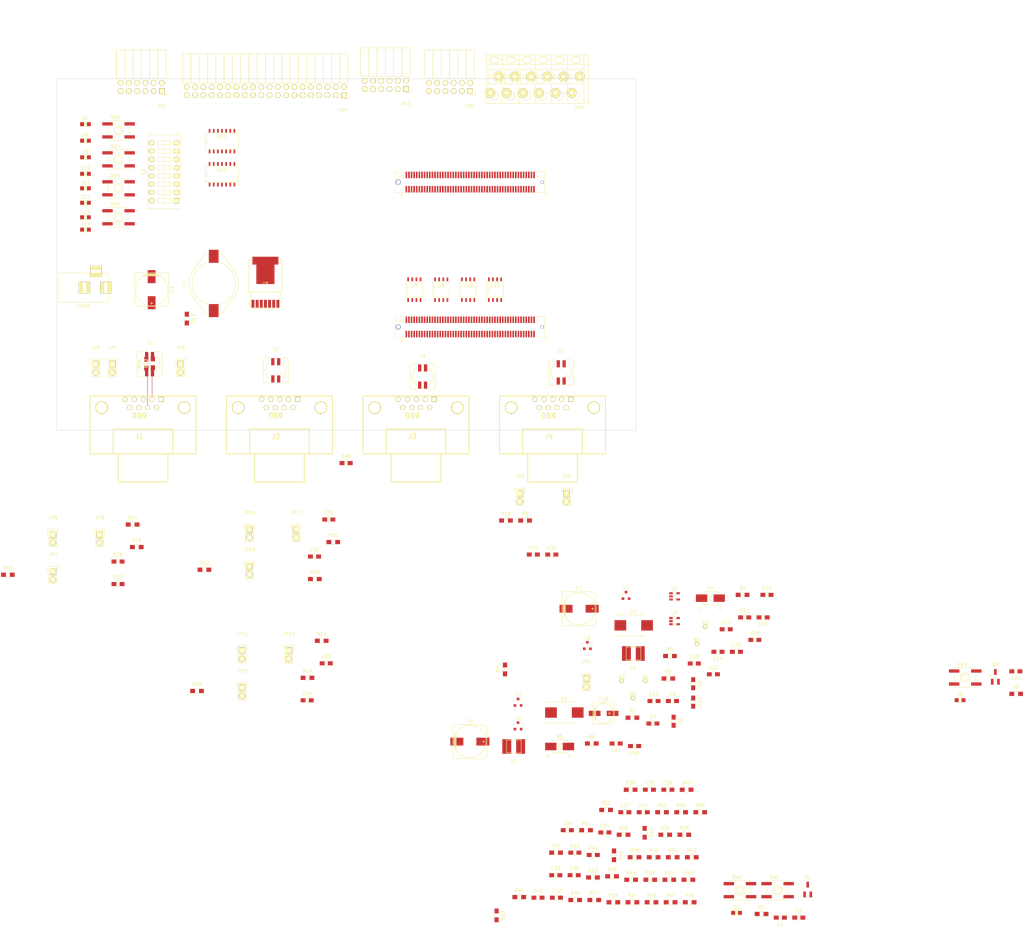
<source format=kicad_pcb>
(kicad_pcb (version 4) (host pcbnew 4.0.2-stable)

  (general
    (links 516)
    (no_connects 509)
    (area -177.850001 -54.025001 0.050001 54.025001)
    (thickness 1.5)
    (drawings 10)
    (tracks 10)
    (zones 0)
    (modules 176)
    (nets 162)
  )

  (page A4)
  (title_block
    (title "MicroZed CAN Carrier Board")
    (rev A)
    (company "FEE CTU")
  )

  (layers
    (0 F.Cu signal)
    (31 B.Cu signal)
    (32 B.Adhes user)
    (33 F.Adhes user)
    (34 B.Paste user)
    (35 F.Paste user)
    (36 B.SilkS user)
    (37 F.SilkS user)
    (38 B.Mask user)
    (39 F.Mask user)
    (40 Dwgs.User user)
    (41 Cmts.User user)
    (42 Eco1.User user)
    (43 Eco2.User user)
    (44 Edge.Cuts user)
    (45 Margin user)
    (46 B.CrtYd user)
    (47 F.CrtYd user)
    (48 B.Fab user)
    (49 F.Fab user)
  )

  (setup
    (last_trace_width 0.127)
    (trace_clearance 0.127)
    (zone_clearance 0.508)
    (zone_45_only no)
    (trace_min 0.1)
    (segment_width 0.2)
    (edge_width 0.1)
    (via_size 0.3)
    (via_drill 0.25)
    (via_min_size 0.25)
    (via_min_drill 0.25)
    (uvia_size 0.3)
    (uvia_drill 0.1)
    (uvias_allowed no)
    (uvia_min_size 0)
    (uvia_min_drill 0)
    (pcb_text_width 0.3)
    (pcb_text_size 1.5 1.5)
    (mod_edge_width 0.15)
    (mod_text_size 1 1)
    (mod_text_width 0.15)
    (pad_size 1.5 1.5)
    (pad_drill 0.6)
    (pad_to_mask_clearance 0)
    (aux_axis_origin 0 0)
    (visible_elements FFFFF77F)
    (pcbplotparams
      (layerselection 0x00030_80000001)
      (usegerberextensions false)
      (excludeedgelayer true)
      (linewidth 0.100000)
      (plotframeref false)
      (viasonmask false)
      (mode 1)
      (useauxorigin false)
      (hpglpennumber 1)
      (hpglpenspeed 20)
      (hpglpendiameter 15)
      (hpglpenoverlay 2)
      (psnegative false)
      (psa4output false)
      (plotreference true)
      (plotvalue true)
      (plotinvisibletext false)
      (padsonsilk false)
      (subtractmaskfromsilk false)
      (outputformat 1)
      (mirror false)
      (drillshape 1)
      (scaleselection 1)
      (outputdirectory ""))
  )

  (net 0 "")
  (net 1 "/MicroHeader JX2/PG_MODULE")
  (net 2 GND)
  (net 3 "/MicroHeader JX1/CARRIER_SRST#")
  (net 4 +5V)
  (net 5 VCCIO_34)
  (net 6 "/MicroHeader JX1/FPGA_DONE")
  (net 7 "/MicroHeader JX2/VCCIO_EN")
  (net 8 VCCIO_35)
  (net 9 "/MicroHeader JX2/INIT#")
  (net 10 "Net-(D1-Pad2)")
  (net 11 /Power/VIN_24)
  (net 12 "Net-(D1-Pad1)")
  (net 13 "Net-(CON1-Pad1)")
  (net 14 "Net-(D6-Pad2)")
  (net 15 "Net-(D6-Pad1)")
  (net 16 "Net-(D7-Pad2)")
  (net 17 "Net-(D8-Pad2)")
  (net 18 "Net-(D9-Pad2)")
  (net 19 "Net-(D10-Pad2)")
  (net 20 "Net-(D11-Pad2)")
  (net 21 "Net-(D12-Pad2)")
  (net 22 "Net-(D13-Pad2)")
  (net 23 "Net-(J1-Pad2)")
  (net 24 "Net-(J1-Pad7)")
  (net 25 "Net-(J2-Pad2)")
  (net 26 "Net-(J2-Pad7)")
  (net 27 "Net-(J3-Pad2)")
  (net 28 "Net-(J3-Pad7)")
  (net 29 "Net-(J4-Pad2)")
  (net 30 "Net-(J4-Pad7)")
  (net 31 "/MicroHeader JX1/CAN/CAN 1/HI")
  (net 32 "/MicroHeader JX1/CAN/CAN 1/LO")
  (net 33 "/MicroHeader JX1/CAN/CAN 1/COM_LO")
  (net 34 "/MicroHeader JX1/CAN/CAN 1/COM_HI")
  (net 35 "/MicroHeader JX1/CAN/CAN 2/HI")
  (net 36 "/MicroHeader JX1/CAN/CAN 2/LO")
  (net 37 "/MicroHeader JX1/CAN/CAN 3/HI")
  (net 38 "/MicroHeader JX1/CAN/CAN 3/LO")
  (net 39 "/MicroHeader JX1/CAN/CAN 4/HI")
  (net 40 "/MicroHeader JX1/CAN/CAN 4/LO")
  (net 41 "/MicroHeader JX1/CAN/CAN_STBY")
  (net 42 "/MicroHeader JX1/CAN/CAN1_RXD")
  (net 43 "/MicroHeader JX1/CAN/CAN1_TXD")
  (net 44 "/MicroHeader JX1/CAN/CAN2_RXD")
  (net 45 "/MicroHeader JX1/CAN/CAN2_TXD")
  (net 46 "/MicroHeader JX1/CAN/CAN3_RXD")
  (net 47 "/MicroHeader JX1/CAN/CAN3_TXD")
  (net 48 "/MicroHeader JX1/CAN/CAN4_RXD")
  (net 49 "/MicroHeader JX1/CAN/CAN4_TXD")
  (net 50 "/MicroHeader JX1/User I/O/LED1")
  (net 51 "/MicroHeader JX1/User I/O/LED5")
  (net 52 "/MicroHeader JX1/User I/O/LED2")
  (net 53 "/MicroHeader JX1/User I/O/LED6")
  (net 54 "/MicroHeader JX1/User I/O/LED3")
  (net 55 "/MicroHeader JX1/User I/O/LED7")
  (net 56 "/MicroHeader JX1/User I/O/LED4")
  (net 57 "/MicroHeader JX1/User I/O/LED8")
  (net 58 "Net-(R23-Pad2)")
  (net 59 "Net-(R31-Pad2)")
  (net 60 /Power/PWR_EN)
  (net 61 "/MicroHeader JX1/User I/O/KEY1")
  (net 62 "/MicroHeader JX1/User I/O/KEY2")
  (net 63 "/MicroHeader JX1/User I/O/SW1")
  (net 64 "/MicroHeader JX1/User I/O/SW2")
  (net 65 "/MicroHeader JX1/User I/O/SW3")
  (net 66 "/MicroHeader JX1/User I/O/KEY3")
  (net 67 "/MicroHeader JX1/User I/O/SW4")
  (net 68 "/MicroHeader JX1/User I/O/SW5")
  (net 69 "/MicroHeader JX1/User I/O/SW6")
  (net 70 "/MicroHeader JX1/User I/O/KEY4")
  (net 71 "/MicroHeader JX1/User I/O/SW7")
  (net 72 "/MicroHeader JX1/User I/O/SW8")
  (net 73 "/MicroHeader JX2/PS2")
  (net 74 "/MicroHeader JX2/PS4")
  (net 75 "/MicroHeader JX2/PS8")
  (net 76 "/MicroHeader JX2/PS10")
  (net 77 "/MicroHeader JX2/PB1")
  (net 78 "/MicroHeader JX2/PB2")
  (net 79 "/MicroHeader JX2/PB3")
  (net 80 "/MicroHeader JX2/PB4")
  (net 81 "/MicroHeader JX2/PB7")
  (net 82 "/MicroHeader JX2/PB8")
  (net 83 "/MicroHeader JX2/PB9")
  (net 84 "/MicroHeader JX2/PB10")
  (net 85 "/MicroHeader JX2/PP_GPIO2_SDA")
  (net 86 "/MicroHeader JX2/PP_GPIO3_SCL")
  (net 87 "/MicroHeader JX2/PP_GPIO4")
  (net 88 "/MicroHeader JX2/PP_GPIO17")
  (net 89 "/MicroHeader JX2/PP_GPIO27")
  (net 90 "/MicroHeader JX2/PP_GPIO22")
  (net 91 "/MicroHeader JX2/PP_GPIO10_MOSI")
  (net 92 "/MicroHeader JX2/PP_GPIO9_MISO")
  (net 93 "/MicroHeader JX2/PP_GPIO11_SCLK")
  (net 94 "/MicroHeader JX2/PP_ID_SD")
  (net 95 "/MicroHeader JX2/PP_GPIO5")
  (net 96 "/MicroHeader JX2/PP_GPIO6")
  (net 97 "/MicroHeader JX2/PP_GPIO13")
  (net 98 "/MicroHeader JX2/PP_GPIO19")
  (net 99 "/MicroHeader JX2/PP_GPIO26")
  (net 100 "/MicroHeader JX2/PP_GPIO21")
  (net 101 "/MicroHeader JX2/PP_GPIO20")
  (net 102 "/MicroHeader JX2/PP_GPIO16")
  (net 103 "/MicroHeader JX2/PP_GPIO12")
  (net 104 "/MicroHeader JX2/PP_ID_SC")
  (net 105 "/MicroHeader JX2/PP_GPIO7_CE1")
  (net 106 "/MicroHeader JX2/PP_GPIO8_CE0")
  (net 107 "/MicroHeader JX2/PP_GPIO25")
  (net 108 "/MicroHeader JX2/PP_GPIO24")
  (net 109 "/MicroHeader JX2/PP_GPIO23")
  (net 110 "/MicroHeader JX2/PP_GPIO18_PWM")
  (net 111 "/MicroHeader JX2/PP_GPIO15_RXD")
  (net 112 "/MicroHeader JX2/PP_GPIO14_TXD")
  (net 113 "/MicroHeader JX2/PA10")
  (net 114 "/MicroHeader JX2/PA9")
  (net 115 "/MicroHeader JX2/PA8")
  (net 116 "/MicroHeader JX2/PA7")
  (net 117 "/MicroHeader JX2/PA4")
  (net 118 "/MicroHeader JX2/PA3")
  (net 119 "/MicroHeader JX2/PA2")
  (net 120 "/MicroHeader JX2/PA1")
  (net 121 "/MicroHeader JX2/PX4")
  (net 122 "/MicroHeader JX2/PX3")
  (net 123 "/MicroHeader JX2/PX2")
  (net 124 "/MicroHeader JX2/PX1")
  (net 125 "/MicroHeader JX2/PS9")
  (net 126 "/MicroHeader JX2/PS7")
  (net 127 "/MicroHeader JX2/PS3")
  (net 128 "/MicroHeader JX2/PS1")
  (net 129 "Net-(L1-Pad1)")
  (net 130 "Net-(C11-Pad1)")
  (net 131 "Net-(C12-Pad1)")
  (net 132 "Net-(C12-Pad2)")
  (net 133 "Net-(C13-Pad2)")
  (net 134 "Net-(C14-Pad2)")
  (net 135 "Net-(D14-Pad2)")
  (net 136 "Net-(JP1-Pad1)")
  (net 137 "Net-(JP2-Pad2)")
  (net 138 "Net-(JP3-Pad2)")
  (net 139 "Net-(JP6-Pad2)")
  (net 140 "Net-(JP9-Pad2)")
  (net 141 "Net-(JP12-Pad2)")
  (net 142 "Net-(JP15-Pad2)")
  (net 143 "Net-(L2-Pad1)")
  (net 144 "Net-(R24-Pad2)")
  (net 145 "Net-(R25-Pad2)")
  (net 146 "Net-(R26-Pad2)")
  (net 147 "Net-(R27-Pad2)")
  (net 148 "Net-(R28-Pad2)")
  (net 149 "Net-(R29-Pad2)")
  (net 150 "Net-(R30-Pad2)")
  (net 151 "Net-(R33-Pad2)")
  (net 152 "Net-(R35-Pad2)")
  (net 153 "Net-(R37-Pad2)")
  (net 154 "Net-(R43-Pad2)")
  (net 155 "Net-(R44-Pad2)")
  (net 156 "Net-(R45-Pad2)")
  (net 157 "Net-(R46-Pad2)")
  (net 158 "Net-(R47-Pad2)")
  (net 159 "Net-(R48-Pad2)")
  (net 160 "Net-(R49-Pad2)")
  (net 161 "Net-(R50-Pad2)")

  (net_class Default "This is the default net class."
    (clearance 0.127)
    (trace_width 0.127)
    (via_dia 0.3)
    (via_drill 0.25)
    (uvia_dia 0.3)
    (uvia_drill 0.1)
    (add_net "/MicroHeader JX1/CAN/CAN 1/COM_HI")
    (add_net "/MicroHeader JX1/CAN/CAN 1/COM_LO")
    (add_net "/MicroHeader JX1/CAN/CAN 1/HI")
    (add_net "/MicroHeader JX1/CAN/CAN 1/LO")
    (add_net "/MicroHeader JX1/CAN/CAN 2/HI")
    (add_net "/MicroHeader JX1/CAN/CAN 2/LO")
    (add_net "/MicroHeader JX1/CAN/CAN 3/HI")
    (add_net "/MicroHeader JX1/CAN/CAN 3/LO")
    (add_net "/MicroHeader JX1/CAN/CAN 4/HI")
    (add_net "/MicroHeader JX1/CAN/CAN 4/LO")
    (add_net "/MicroHeader JX1/CAN/CAN1_RXD")
    (add_net "/MicroHeader JX1/CAN/CAN1_TXD")
    (add_net "/MicroHeader JX1/CAN/CAN2_RXD")
    (add_net "/MicroHeader JX1/CAN/CAN2_TXD")
    (add_net "/MicroHeader JX1/CAN/CAN3_RXD")
    (add_net "/MicroHeader JX1/CAN/CAN3_TXD")
    (add_net "/MicroHeader JX1/CAN/CAN4_RXD")
    (add_net "/MicroHeader JX1/CAN/CAN4_TXD")
    (add_net "/MicroHeader JX1/CAN/CAN_STBY")
    (add_net "/MicroHeader JX1/CARRIER_SRST#")
    (add_net "/MicroHeader JX1/FPGA_DONE")
    (add_net "/MicroHeader JX1/User I/O/KEY1")
    (add_net "/MicroHeader JX1/User I/O/KEY2")
    (add_net "/MicroHeader JX1/User I/O/KEY3")
    (add_net "/MicroHeader JX1/User I/O/KEY4")
    (add_net "/MicroHeader JX1/User I/O/LED1")
    (add_net "/MicroHeader JX1/User I/O/LED2")
    (add_net "/MicroHeader JX1/User I/O/LED3")
    (add_net "/MicroHeader JX1/User I/O/LED4")
    (add_net "/MicroHeader JX1/User I/O/LED5")
    (add_net "/MicroHeader JX1/User I/O/LED6")
    (add_net "/MicroHeader JX1/User I/O/LED7")
    (add_net "/MicroHeader JX1/User I/O/LED8")
    (add_net "/MicroHeader JX1/User I/O/SW1")
    (add_net "/MicroHeader JX1/User I/O/SW2")
    (add_net "/MicroHeader JX1/User I/O/SW3")
    (add_net "/MicroHeader JX1/User I/O/SW4")
    (add_net "/MicroHeader JX1/User I/O/SW5")
    (add_net "/MicroHeader JX1/User I/O/SW6")
    (add_net "/MicroHeader JX1/User I/O/SW7")
    (add_net "/MicroHeader JX1/User I/O/SW8")
    (add_net "/MicroHeader JX2/INIT#")
    (add_net "/MicroHeader JX2/PA1")
    (add_net "/MicroHeader JX2/PA10")
    (add_net "/MicroHeader JX2/PA2")
    (add_net "/MicroHeader JX2/PA3")
    (add_net "/MicroHeader JX2/PA4")
    (add_net "/MicroHeader JX2/PA7")
    (add_net "/MicroHeader JX2/PA8")
    (add_net "/MicroHeader JX2/PA9")
    (add_net "/MicroHeader JX2/PB1")
    (add_net "/MicroHeader JX2/PB10")
    (add_net "/MicroHeader JX2/PB2")
    (add_net "/MicroHeader JX2/PB3")
    (add_net "/MicroHeader JX2/PB4")
    (add_net "/MicroHeader JX2/PB7")
    (add_net "/MicroHeader JX2/PB8")
    (add_net "/MicroHeader JX2/PB9")
    (add_net "/MicroHeader JX2/PG_MODULE")
    (add_net "/MicroHeader JX2/PP_GPIO10_MOSI")
    (add_net "/MicroHeader JX2/PP_GPIO11_SCLK")
    (add_net "/MicroHeader JX2/PP_GPIO12")
    (add_net "/MicroHeader JX2/PP_GPIO13")
    (add_net "/MicroHeader JX2/PP_GPIO14_TXD")
    (add_net "/MicroHeader JX2/PP_GPIO15_RXD")
    (add_net "/MicroHeader JX2/PP_GPIO16")
    (add_net "/MicroHeader JX2/PP_GPIO17")
    (add_net "/MicroHeader JX2/PP_GPIO18_PWM")
    (add_net "/MicroHeader JX2/PP_GPIO19")
    (add_net "/MicroHeader JX2/PP_GPIO20")
    (add_net "/MicroHeader JX2/PP_GPIO21")
    (add_net "/MicroHeader JX2/PP_GPIO22")
    (add_net "/MicroHeader JX2/PP_GPIO23")
    (add_net "/MicroHeader JX2/PP_GPIO24")
    (add_net "/MicroHeader JX2/PP_GPIO25")
    (add_net "/MicroHeader JX2/PP_GPIO26")
    (add_net "/MicroHeader JX2/PP_GPIO27")
    (add_net "/MicroHeader JX2/PP_GPIO2_SDA")
    (add_net "/MicroHeader JX2/PP_GPIO3_SCL")
    (add_net "/MicroHeader JX2/PP_GPIO4")
    (add_net "/MicroHeader JX2/PP_GPIO5")
    (add_net "/MicroHeader JX2/PP_GPIO6")
    (add_net "/MicroHeader JX2/PP_GPIO7_CE1")
    (add_net "/MicroHeader JX2/PP_GPIO8_CE0")
    (add_net "/MicroHeader JX2/PP_GPIO9_MISO")
    (add_net "/MicroHeader JX2/PP_ID_SC")
    (add_net "/MicroHeader JX2/PP_ID_SD")
    (add_net "/MicroHeader JX2/PS1")
    (add_net "/MicroHeader JX2/PS10")
    (add_net "/MicroHeader JX2/PS2")
    (add_net "/MicroHeader JX2/PS3")
    (add_net "/MicroHeader JX2/PS4")
    (add_net "/MicroHeader JX2/PS7")
    (add_net "/MicroHeader JX2/PS8")
    (add_net "/MicroHeader JX2/PS9")
    (add_net "/MicroHeader JX2/PX1")
    (add_net "/MicroHeader JX2/PX2")
    (add_net "/MicroHeader JX2/PX3")
    (add_net "/MicroHeader JX2/PX4")
    (add_net "/MicroHeader JX2/VCCIO_EN")
    (add_net /Power/PWR_EN)
    (add_net /Power/VIN_24)
    (add_net GND)
    (add_net "Net-(C11-Pad1)")
    (add_net "Net-(C12-Pad1)")
    (add_net "Net-(C12-Pad2)")
    (add_net "Net-(C13-Pad2)")
    (add_net "Net-(C14-Pad2)")
    (add_net "Net-(CON1-Pad1)")
    (add_net "Net-(D1-Pad1)")
    (add_net "Net-(D1-Pad2)")
    (add_net "Net-(D10-Pad2)")
    (add_net "Net-(D11-Pad2)")
    (add_net "Net-(D12-Pad2)")
    (add_net "Net-(D13-Pad2)")
    (add_net "Net-(D14-Pad2)")
    (add_net "Net-(D6-Pad1)")
    (add_net "Net-(D6-Pad2)")
    (add_net "Net-(D7-Pad2)")
    (add_net "Net-(D8-Pad2)")
    (add_net "Net-(D9-Pad2)")
    (add_net "Net-(J1-Pad2)")
    (add_net "Net-(J1-Pad7)")
    (add_net "Net-(J2-Pad2)")
    (add_net "Net-(J2-Pad7)")
    (add_net "Net-(J3-Pad2)")
    (add_net "Net-(J3-Pad7)")
    (add_net "Net-(J4-Pad2)")
    (add_net "Net-(J4-Pad7)")
    (add_net "Net-(JP1-Pad1)")
    (add_net "Net-(JP12-Pad2)")
    (add_net "Net-(JP15-Pad2)")
    (add_net "Net-(JP2-Pad2)")
    (add_net "Net-(JP3-Pad2)")
    (add_net "Net-(JP6-Pad2)")
    (add_net "Net-(JP9-Pad2)")
    (add_net "Net-(L1-Pad1)")
    (add_net "Net-(L2-Pad1)")
    (add_net "Net-(R23-Pad2)")
    (add_net "Net-(R24-Pad2)")
    (add_net "Net-(R25-Pad2)")
    (add_net "Net-(R26-Pad2)")
    (add_net "Net-(R27-Pad2)")
    (add_net "Net-(R28-Pad2)")
    (add_net "Net-(R29-Pad2)")
    (add_net "Net-(R30-Pad2)")
    (add_net "Net-(R31-Pad2)")
    (add_net "Net-(R33-Pad2)")
    (add_net "Net-(R35-Pad2)")
    (add_net "Net-(R37-Pad2)")
    (add_net "Net-(R43-Pad2)")
    (add_net "Net-(R44-Pad2)")
    (add_net "Net-(R45-Pad2)")
    (add_net "Net-(R46-Pad2)")
    (add_net "Net-(R47-Pad2)")
    (add_net "Net-(R48-Pad2)")
    (add_net "Net-(R49-Pad2)")
    (add_net "Net-(R50-Pad2)")
  )

  (net_class "CAN Diff" ""
    (clearance 0.127)
    (trace_width 0.127)
    (via_dia 0.3)
    (via_drill 0.25)
    (uvia_dia 0.3)
    (uvia_drill 0.1)
  )

  (net_class Power ""
    (clearance 0.508)
    (trace_width 0.127)
    (via_dia 0.6)
    (via_drill 0.4)
    (uvia_dia 0.3)
    (uvia_drill 0.1)
    (add_net +5V)
    (add_net VCCIO_34)
    (add_net VCCIO_35)
  )

  (module Capacitors_SMD:C_0805_HandSoldering (layer F.Cu) (tedit 541A9B8D) (tstamp 56F05A5F)
    (at 44.418001 203.588 180)
    (descr "Capacitor SMD 0805, hand soldering")
    (tags "capacitor 0805")
    (path /56E96856)
    (attr smd)
    (fp_text reference C1 (at 0 -2.1 180) (layer F.SilkS)
      (effects (font (size 1 1) (thickness 0.15)))
    )
    (fp_text value 10n (at 0 2.1 180) (layer F.Fab)
      (effects (font (size 1 1) (thickness 0.15)))
    )
    (fp_line (start -2.3 -1) (end 2.3 -1) (layer F.CrtYd) (width 0.05))
    (fp_line (start -2.3 1) (end 2.3 1) (layer F.CrtYd) (width 0.05))
    (fp_line (start -2.3 -1) (end -2.3 1) (layer F.CrtYd) (width 0.05))
    (fp_line (start 2.3 -1) (end 2.3 1) (layer F.CrtYd) (width 0.05))
    (fp_line (start 0.5 -0.85) (end -0.5 -0.85) (layer F.SilkS) (width 0.15))
    (fp_line (start -0.5 0.85) (end 0.5 0.85) (layer F.SilkS) (width 0.15))
    (pad 1 smd rect (at -1.25 0 180) (size 1.5 1.25) (layers F.Cu F.Paste F.Mask)
      (net 1 "/MicroHeader JX2/PG_MODULE"))
    (pad 2 smd rect (at 1.25 0 180) (size 1.5 1.25) (layers F.Cu F.Paste F.Mask)
      (net 2 GND))
    (model Capacitors_SMD.3dshapes/C_0805_HandSoldering.wrl
      (at (xyz 0 0 0))
      (scale (xyz 1 1 1))
      (rotate (xyz 0 0 0))
    )
  )

  (module Capacitors_SMD:C_0805_HandSoldering (layer F.Cu) (tedit 541A9B8D) (tstamp 56F05A65)
    (at 116.718001 127.968 180)
    (descr "Capacitor SMD 0805, hand soldering")
    (tags "capacitor 0805")
    (path /56EC0B74/5706F7AD)
    (attr smd)
    (fp_text reference C24 (at 0 -2.1 180) (layer F.SilkS)
      (effects (font (size 1 1) (thickness 0.15)))
    )
    (fp_text value 10n (at 0 2.1 180) (layer F.Fab)
      (effects (font (size 1 1) (thickness 0.15)))
    )
    (fp_line (start -2.3 -1) (end 2.3 -1) (layer F.CrtYd) (width 0.05))
    (fp_line (start -2.3 1) (end 2.3 1) (layer F.CrtYd) (width 0.05))
    (fp_line (start -2.3 -1) (end -2.3 1) (layer F.CrtYd) (width 0.05))
    (fp_line (start 2.3 -1) (end 2.3 1) (layer F.CrtYd) (width 0.05))
    (fp_line (start 0.5 -0.85) (end -0.5 -0.85) (layer F.SilkS) (width 0.15))
    (fp_line (start -0.5 0.85) (end 0.5 0.85) (layer F.SilkS) (width 0.15))
    (pad 1 smd rect (at -1.25 0 180) (size 1.5 1.25) (layers F.Cu F.Paste F.Mask)
      (net 3 "/MicroHeader JX1/CARRIER_SRST#"))
    (pad 2 smd rect (at 1.25 0 180) (size 1.5 1.25) (layers F.Cu F.Paste F.Mask)
      (net 2 GND))
    (model Capacitors_SMD.3dshapes/C_0805_HandSoldering.wrl
      (at (xyz 0 0 0))
      (scale (xyz 1 1 1))
      (rotate (xyz 0 0 0))
    )
  )

  (module Capacitors_SMD:C_0805_HandSoldering (layer F.Cu) (tedit 541A9B8D) (tstamp 56F05A83)
    (at 36.588001 118.318)
    (descr "Capacitor SMD 0805, hand soldering")
    (tags "capacitor 0805")
    (path /56E8FE78/56FE9335)
    (attr smd)
    (fp_text reference C10 (at 0 -2.1) (layer F.SilkS)
      (effects (font (size 1 1) (thickness 0.15)))
    )
    (fp_text value 470n (at 0 2.1) (layer F.Fab)
      (effects (font (size 1 1) (thickness 0.15)))
    )
    (fp_line (start -2.3 -1) (end 2.3 -1) (layer F.CrtYd) (width 0.05))
    (fp_line (start -2.3 1) (end 2.3 1) (layer F.CrtYd) (width 0.05))
    (fp_line (start -2.3 -1) (end -2.3 1) (layer F.CrtYd) (width 0.05))
    (fp_line (start 2.3 -1) (end 2.3 1) (layer F.CrtYd) (width 0.05))
    (fp_line (start 0.5 -0.85) (end -0.5 -0.85) (layer F.SilkS) (width 0.15))
    (fp_line (start -0.5 0.85) (end 0.5 0.85) (layer F.SilkS) (width 0.15))
    (pad 1 smd rect (at -1.25 0) (size 1.5 1.25) (layers F.Cu F.Paste F.Mask)
      (net 11 /Power/VIN_24))
    (pad 2 smd rect (at 1.25 0) (size 1.5 1.25) (layers F.Cu F.Paste F.Mask)
      (net 2 GND))
    (model Capacitors_SMD.3dshapes/C_0805_HandSoldering.wrl
      (at (xyz 0 0 0))
      (scale (xyz 1 1 1))
      (rotate (xyz 0 0 0))
    )
  )

  (module Capacitors_SMD:C_0805_HandSoldering (layer F.Cu) (tedit 541A9B8D) (tstamp 56F05A89)
    (at 33.468001 111.408)
    (descr "Capacitor SMD 0805, hand soldering")
    (tags "capacitor 0805")
    (path /56E8FE78/56FE928B)
    (attr smd)
    (fp_text reference C11 (at 0 -2.1) (layer F.SilkS)
      (effects (font (size 1 1) (thickness 0.15)))
    )
    (fp_text value 10n (at 0 2.1) (layer F.Fab)
      (effects (font (size 1 1) (thickness 0.15)))
    )
    (fp_line (start -2.3 -1) (end 2.3 -1) (layer F.CrtYd) (width 0.05))
    (fp_line (start -2.3 1) (end 2.3 1) (layer F.CrtYd) (width 0.05))
    (fp_line (start -2.3 -1) (end -2.3 1) (layer F.CrtYd) (width 0.05))
    (fp_line (start 2.3 -1) (end 2.3 1) (layer F.CrtYd) (width 0.05))
    (fp_line (start 0.5 -0.85) (end -0.5 -0.85) (layer F.SilkS) (width 0.15))
    (fp_line (start -0.5 0.85) (end 0.5 0.85) (layer F.SilkS) (width 0.15))
    (pad 1 smd rect (at -1.25 0) (size 1.5 1.25) (layers F.Cu F.Paste F.Mask)
      (net 130 "Net-(C11-Pad1)"))
    (pad 2 smd rect (at 1.25 0) (size 1.5 1.25) (layers F.Cu F.Paste F.Mask)
      (net 2 GND))
    (model Capacitors_SMD.3dshapes/C_0805_HandSoldering.wrl
      (at (xyz 0 0 0))
      (scale (xyz 1 1 1))
      (rotate (xyz 0 0 0))
    )
  )

  (module Capacitors_SMD:C_0805_HandSoldering (layer F.Cu) (tedit 541A9B8D) (tstamp 56F05A8F)
    (at 17.658 137.428001 270)
    (descr "Capacitor SMD 0805, hand soldering")
    (tags "capacitor 0805")
    (path /56E8FE78/56FE95A0)
    (attr smd)
    (fp_text reference C12 (at 0 -2.1 270) (layer F.SilkS)
      (effects (font (size 1 1) (thickness 0.15)))
    )
    (fp_text value 10n (at 0 2.1 270) (layer F.Fab)
      (effects (font (size 1 1) (thickness 0.15)))
    )
    (fp_line (start -2.3 -1) (end 2.3 -1) (layer F.CrtYd) (width 0.05))
    (fp_line (start -2.3 1) (end 2.3 1) (layer F.CrtYd) (width 0.05))
    (fp_line (start -2.3 -1) (end -2.3 1) (layer F.CrtYd) (width 0.05))
    (fp_line (start 2.3 -1) (end 2.3 1) (layer F.CrtYd) (width 0.05))
    (fp_line (start 0.5 -0.85) (end -0.5 -0.85) (layer F.SilkS) (width 0.15))
    (fp_line (start -0.5 0.85) (end 0.5 0.85) (layer F.SilkS) (width 0.15))
    (pad 1 smd rect (at -1.25 0 270) (size 1.5 1.25) (layers F.Cu F.Paste F.Mask)
      (net 131 "Net-(C12-Pad1)"))
    (pad 2 smd rect (at 1.25 0 270) (size 1.5 1.25) (layers F.Cu F.Paste F.Mask)
      (net 132 "Net-(C12-Pad2)"))
    (model Capacitors_SMD.3dshapes/C_0805_HandSoldering.wrl
      (at (xyz 0 0 0))
      (scale (xyz 1 1 1))
      (rotate (xyz 0 0 0))
    )
  )

  (module Resistors_SMD:R_0805_HandSoldering (layer F.Cu) (tedit 54189DEE) (tstamp 56F05BB9)
    (at 38.658001 202.468)
    (descr "Resistor SMD 0805, hand soldering")
    (tags "resistor 0805")
    (path /56E95ED5)
    (attr smd)
    (fp_text reference R1 (at 0 -2.1) (layer F.SilkS)
      (effects (font (size 1 1) (thickness 0.15)))
    )
    (fp_text value 560R (at 0 2.1) (layer F.Fab)
      (effects (font (size 1 1) (thickness 0.15)))
    )
    (fp_line (start -2.4 -1) (end 2.4 -1) (layer F.CrtYd) (width 0.05))
    (fp_line (start -2.4 1) (end 2.4 1) (layer F.CrtYd) (width 0.05))
    (fp_line (start -2.4 -1) (end -2.4 1) (layer F.CrtYd) (width 0.05))
    (fp_line (start 2.4 -1) (end 2.4 1) (layer F.CrtYd) (width 0.05))
    (fp_line (start 0.6 0.875) (end -0.6 0.875) (layer F.SilkS) (width 0.15))
    (fp_line (start -0.6 -0.875) (end 0.6 -0.875) (layer F.SilkS) (width 0.15))
    (pad 1 smd rect (at -1.35 0) (size 1.5 1.3) (layers F.Cu F.Paste F.Mask)
      (net 10 "Net-(D1-Pad2)"))
    (pad 2 smd rect (at 1.35 0) (size 1.5 1.3) (layers F.Cu F.Paste F.Mask)
      (net 4 +5V))
    (model Resistors_SMD.3dshapes/R_0805_HandSoldering.wrl
      (at (xyz 0 0 0))
      (scale (xyz 1 1 1))
      (rotate (xyz 0 0 0))
    )
  )

  (module Resistors_SMD:R_0805_HandSoldering (layer F.Cu) (tedit 54189DEE) (tstamp 56F05BBF)
    (at 116.818001 134.878)
    (descr "Resistor SMD 0805, hand soldering")
    (tags "resistor 0805")
    (path /56EC0B74/5706F7C2)
    (attr smd)
    (fp_text reference R8 (at 0 -2.1) (layer F.SilkS)
      (effects (font (size 1 1) (thickness 0.15)))
    )
    (fp_text value 270R (at 0 2.1) (layer F.Fab)
      (effects (font (size 1 1) (thickness 0.15)))
    )
    (fp_line (start -2.4 -1) (end 2.4 -1) (layer F.CrtYd) (width 0.05))
    (fp_line (start -2.4 1) (end 2.4 1) (layer F.CrtYd) (width 0.05))
    (fp_line (start -2.4 -1) (end -2.4 1) (layer F.CrtYd) (width 0.05))
    (fp_line (start 2.4 -1) (end 2.4 1) (layer F.CrtYd) (width 0.05))
    (fp_line (start 0.6 0.875) (end -0.6 0.875) (layer F.SilkS) (width 0.15))
    (fp_line (start -0.6 -0.875) (end 0.6 -0.875) (layer F.SilkS) (width 0.15))
    (pad 1 smd rect (at -1.35 0) (size 1.5 1.3) (layers F.Cu F.Paste F.Mask)
      (net 14 "Net-(D6-Pad2)"))
    (pad 2 smd rect (at 1.35 0) (size 1.5 1.3) (layers F.Cu F.Paste F.Mask)
      (net 4 +5V))
    (model Resistors_SMD.3dshapes/R_0805_HandSoldering.wrl
      (at (xyz 0 0 0))
      (scale (xyz 1 1 1))
      (rotate (xyz 0 0 0))
    )
  )

  (module Buttons_Switches_SMD:SW_SPST_EVQP0 (layer F.Cu) (tedit 55DAF695) (tstamp 56F07C70)
    (at 43.578001 195.158)
    (descr "Light Touch Switch")
    (path /56E96850)
    (attr smd)
    (fp_text reference SW1 (at -1 -4) (layer F.SilkS)
      (effects (font (size 1 1) (thickness 0.15)))
    )
    (fp_text value SW_PUSH (at 0 0) (layer F.Fab)
      (effects (font (size 1 1) (thickness 0.15)))
    )
    (fp_line (start -5.25 -3.25) (end 5.25 -3.25) (layer F.CrtYd) (width 0.05))
    (fp_line (start 5.25 -3.25) (end 5.25 3.25) (layer F.CrtYd) (width 0.05))
    (fp_line (start 5.25 3.25) (end -5.25 3.25) (layer F.CrtYd) (width 0.05))
    (fp_line (start -5.25 3.25) (end -5.25 -3.25) (layer F.CrtYd) (width 0.05))
    (fp_line (start 3.25 -3) (end 3.25 -2.8) (layer F.SilkS) (width 0.15))
    (fp_line (start 3.25 3) (end 3.25 2.8) (layer F.SilkS) (width 0.15))
    (fp_line (start -3.25 3) (end -3.25 2.8) (layer F.SilkS) (width 0.15))
    (fp_line (start -3.25 -3) (end -3.25 -2.8) (layer F.SilkS) (width 0.15))
    (fp_line (start -3.25 -1.2) (end -3.25 1.2) (layer F.SilkS) (width 0.15))
    (fp_line (start 3.25 -1.2) (end 3.25 1.2) (layer F.SilkS) (width 0.15))
    (fp_line (start 3.25 -3) (end -3.25 -3) (layer F.SilkS) (width 0.15))
    (fp_line (start -3.25 3) (end 3.25 3) (layer F.SilkS) (width 0.15))
    (fp_circle (center 0 0) (end 1 0) (layer F.SilkS) (width 0.15))
    (fp_circle (center 0 0) (end 1.5 0) (layer F.SilkS) (width 0.15))
    (pad 1 smd rect (at 3.4 -2) (size 3.2 1) (layers F.Cu F.Paste F.Mask)
      (net 2 GND))
    (pad 1 smd rect (at -3.4 -2) (size 3.2 1) (layers F.Cu F.Paste F.Mask)
      (net 2 GND))
    (pad 2 smd rect (at -3.4 2) (size 3.2 1) (layers F.Cu F.Paste F.Mask)
      (net 1 "/MicroHeader JX2/PG_MODULE"))
    (pad 2 smd rect (at 3.4 2) (size 3.2 1) (layers F.Cu F.Paste F.Mask)
      (net 1 "/MicroHeader JX2/PG_MODULE"))
  )

  (module SMD_Packages:SOIC-8-N (layer F.Cu) (tedit 0) (tstamp 56F07CA8)
    (at -59.69 10.795)
    (descr "Module Narrow CMS SOJ 8 pins large")
    (tags "CMS SOJ")
    (path /56EC0B74/56E83260/56F326CC/56E6BD6C)
    (attr smd)
    (fp_text reference U8 (at 0 -1.27) (layer F.SilkS)
      (effects (font (size 1 1) (thickness 0.15)))
    )
    (fp_text value MCP2562FD (at 0 1.27) (layer F.Fab)
      (effects (font (size 1 1) (thickness 0.15)))
    )
    (fp_line (start -2.54 -2.286) (end 2.54 -2.286) (layer F.SilkS) (width 0.15))
    (fp_line (start 2.54 -2.286) (end 2.54 2.286) (layer F.SilkS) (width 0.15))
    (fp_line (start 2.54 2.286) (end -2.54 2.286) (layer F.SilkS) (width 0.15))
    (fp_line (start -2.54 2.286) (end -2.54 -2.286) (layer F.SilkS) (width 0.15))
    (fp_line (start -2.54 -0.762) (end -2.032 -0.762) (layer F.SilkS) (width 0.15))
    (fp_line (start -2.032 -0.762) (end -2.032 0.508) (layer F.SilkS) (width 0.15))
    (fp_line (start -2.032 0.508) (end -2.54 0.508) (layer F.SilkS) (width 0.15))
    (pad 8 smd rect (at -1.905 -3.175) (size 0.508 1.143) (layers F.Cu F.Paste F.Mask)
      (net 41 "/MicroHeader JX1/CAN/CAN_STBY"))
    (pad 7 smd rect (at -0.635 -3.175) (size 0.508 1.143) (layers F.Cu F.Paste F.Mask)
      (net 31 "/MicroHeader JX1/CAN/CAN 1/HI"))
    (pad 6 smd rect (at 0.635 -3.175) (size 0.508 1.143) (layers F.Cu F.Paste F.Mask)
      (net 32 "/MicroHeader JX1/CAN/CAN 1/LO"))
    (pad 5 smd rect (at 1.905 -3.175) (size 0.508 1.143) (layers F.Cu F.Paste F.Mask)
      (net 5 VCCIO_34))
    (pad 4 smd rect (at 1.905 3.175) (size 0.508 1.143) (layers F.Cu F.Paste F.Mask)
      (net 42 "/MicroHeader JX1/CAN/CAN1_RXD"))
    (pad 3 smd rect (at 0.635 3.175) (size 0.508 1.143) (layers F.Cu F.Paste F.Mask)
      (net 4 +5V))
    (pad 2 smd rect (at -0.635 3.175) (size 0.508 1.143) (layers F.Cu F.Paste F.Mask)
      (net 2 GND))
    (pad 1 smd rect (at -1.905 3.175) (size 0.508 1.143) (layers F.Cu F.Paste F.Mask)
      (net 43 "/MicroHeader JX1/CAN/CAN1_TXD"))
    (model SMD_Packages.3dshapes/SOIC-8-N.wrl
      (at (xyz 0 0 0))
      (scale (xyz 0.5 0.38 0.5))
      (rotate (xyz 0 0 0))
    )
  )

  (module Capacitors_SMD:c_elec_6.3x5.3 (layer F.Cu) (tedit 55725E31) (tstamp 57044268)
    (at -9.831999 140.873)
    (descr "SMT capacitor, aluminium electrolytic, 6.3x5.3")
    (path /56E8FE78/56FE97FD)
    (attr smd)
    (fp_text reference C19 (at 0 -4.445) (layer F.SilkS)
      (effects (font (size 1 1) (thickness 0.15)))
    )
    (fp_text value 180u (at 0 4.445) (layer F.Fab)
      (effects (font (size 1 1) (thickness 0.15)))
    )
    (fp_line (start -4.85 -3.65) (end 4.85 -3.65) (layer F.CrtYd) (width 0.05))
    (fp_line (start 4.85 -3.65) (end 4.85 3.65) (layer F.CrtYd) (width 0.05))
    (fp_line (start 4.85 3.65) (end -4.85 3.65) (layer F.CrtYd) (width 0.05))
    (fp_line (start -4.85 3.65) (end -4.85 -3.65) (layer F.CrtYd) (width 0.05))
    (fp_line (start -2.921 -0.762) (end -2.921 0.762) (layer F.SilkS) (width 0.15))
    (fp_line (start -2.794 1.143) (end -2.794 -1.143) (layer F.SilkS) (width 0.15))
    (fp_line (start -2.667 -1.397) (end -2.667 1.397) (layer F.SilkS) (width 0.15))
    (fp_line (start -2.54 1.651) (end -2.54 -1.651) (layer F.SilkS) (width 0.15))
    (fp_line (start -2.413 -1.778) (end -2.413 1.778) (layer F.SilkS) (width 0.15))
    (fp_line (start -3.302 -3.302) (end -3.302 3.302) (layer F.SilkS) (width 0.15))
    (fp_line (start -3.302 3.302) (end 2.54 3.302) (layer F.SilkS) (width 0.15))
    (fp_line (start 2.54 3.302) (end 3.302 2.54) (layer F.SilkS) (width 0.15))
    (fp_line (start 3.302 2.54) (end 3.302 -2.54) (layer F.SilkS) (width 0.15))
    (fp_line (start 3.302 -2.54) (end 2.54 -3.302) (layer F.SilkS) (width 0.15))
    (fp_line (start 2.54 -3.302) (end -3.302 -3.302) (layer F.SilkS) (width 0.15))
    (fp_line (start 2.159 0) (end 1.397 0) (layer F.SilkS) (width 0.15))
    (fp_line (start 1.778 -0.381) (end 1.778 0.381) (layer F.SilkS) (width 0.15))
    (fp_circle (center 0 0) (end -3.048 0) (layer F.SilkS) (width 0.15))
    (pad 1 smd rect (at 2.75082 0) (size 3.59918 1.6002) (layers F.Cu F.Paste F.Mask)
      (net 4 +5V))
    (pad 2 smd rect (at -2.75082 0) (size 3.59918 1.6002) (layers F.Cu F.Paste F.Mask)
      (net 2 GND))
    (model Capacitors_SMD.3dshapes/c_elec_6.3x5.3.wrl
      (at (xyz 0 0 0))
      (scale (xyz 1 1 1))
      (rotate (xyz 0 0 0))
    )
  )

  (module Capacitors_SMD:C_0805_HandSoldering (layer F.Cu) (tedit 541A9B8D) (tstamp 5704426E)
    (at 23.868001 128.878)
    (descr "Capacitor SMD 0805, hand soldering")
    (tags "capacitor 0805")
    (path /56E8FE78/56FE9EA2)
    (attr smd)
    (fp_text reference C22 (at 0 -2.1) (layer F.SilkS)
      (effects (font (size 1 1) (thickness 0.15)))
    )
    (fp_text value 100n (at 0 2.1) (layer F.Fab)
      (effects (font (size 1 1) (thickness 0.15)))
    )
    (fp_line (start -2.3 -1) (end 2.3 -1) (layer F.CrtYd) (width 0.05))
    (fp_line (start -2.3 1) (end 2.3 1) (layer F.CrtYd) (width 0.05))
    (fp_line (start -2.3 -1) (end -2.3 1) (layer F.CrtYd) (width 0.05))
    (fp_line (start 2.3 -1) (end 2.3 1) (layer F.CrtYd) (width 0.05))
    (fp_line (start 0.5 -0.85) (end -0.5 -0.85) (layer F.SilkS) (width 0.15))
    (fp_line (start -0.5 0.85) (end 0.5 0.85) (layer F.SilkS) (width 0.15))
    (pad 1 smd rect (at -1.25 0) (size 1.5 1.25) (layers F.Cu F.Paste F.Mask)
      (net 4 +5V))
    (pad 2 smd rect (at 1.25 0) (size 1.5 1.25) (layers F.Cu F.Paste F.Mask)
      (net 2 GND))
    (model Capacitors_SMD.3dshapes/C_0805_HandSoldering.wrl
      (at (xyz 0 0 0))
      (scale (xyz 1 1 1))
      (rotate (xyz 0 0 0))
    )
  )

  (module Capacitors_SMD:C_0805_HandSoldering (layer F.Cu) (tedit 541A9B8D) (tstamp 57044274)
    (at 30.928001 121.968)
    (descr "Capacitor SMD 0805, hand soldering")
    (tags "capacitor 0805")
    (path /56E8FE78/56FE9EE2)
    (attr smd)
    (fp_text reference C23 (at 0 -2.1) (layer F.SilkS)
      (effects (font (size 1 1) (thickness 0.15)))
    )
    (fp_text value 10u (at 0 2.1) (layer F.Fab)
      (effects (font (size 1 1) (thickness 0.15)))
    )
    (fp_line (start -2.3 -1) (end 2.3 -1) (layer F.CrtYd) (width 0.05))
    (fp_line (start -2.3 1) (end 2.3 1) (layer F.CrtYd) (width 0.05))
    (fp_line (start -2.3 -1) (end -2.3 1) (layer F.CrtYd) (width 0.05))
    (fp_line (start 2.3 -1) (end 2.3 1) (layer F.CrtYd) (width 0.05))
    (fp_line (start 0.5 -0.85) (end -0.5 -0.85) (layer F.SilkS) (width 0.15))
    (fp_line (start -0.5 0.85) (end 0.5 0.85) (layer F.SilkS) (width 0.15))
    (pad 1 smd rect (at -1.25 0) (size 1.5 1.25) (layers F.Cu F.Paste F.Mask)
      (net 4 +5V))
    (pad 2 smd rect (at 1.25 0) (size 1.5 1.25) (layers F.Cu F.Paste F.Mask)
      (net 2 GND))
    (model Capacitors_SMD.3dshapes/C_0805_HandSoldering.wrl
      (at (xyz 0 0 0))
      (scale (xyz 1 1 1))
      (rotate (xyz 0 0 0))
    )
  )

  (module Capacitors_SMD:C_0805_HandSoldering (layer F.Cu) (tedit 541A9B8D) (tstamp 5704427A)
    (at -24.531999 190.558)
    (descr "Capacitor SMD 0805, hand soldering")
    (tags "capacitor 0805")
    (path /56EC0B74/570043D5/57006559)
    (attr smd)
    (fp_text reference C33 (at 0 -2.1) (layer F.SilkS)
      (effects (font (size 1 1) (thickness 0.15)))
    )
    (fp_text value 10n (at 0 2.1) (layer F.Fab)
      (effects (font (size 1 1) (thickness 0.15)))
    )
    (fp_line (start -2.3 -1) (end 2.3 -1) (layer F.CrtYd) (width 0.05))
    (fp_line (start -2.3 1) (end 2.3 1) (layer F.CrtYd) (width 0.05))
    (fp_line (start -2.3 -1) (end -2.3 1) (layer F.CrtYd) (width 0.05))
    (fp_line (start 2.3 -1) (end 2.3 1) (layer F.CrtYd) (width 0.05))
    (fp_line (start 0.5 -0.85) (end -0.5 -0.85) (layer F.SilkS) (width 0.15))
    (fp_line (start -0.5 0.85) (end 0.5 0.85) (layer F.SilkS) (width 0.15))
    (pad 1 smd rect (at -1.25 0) (size 1.5 1.25) (layers F.Cu F.Paste F.Mask)
      (net 61 "/MicroHeader JX1/User I/O/KEY1"))
    (pad 2 smd rect (at 1.25 0) (size 1.5 1.25) (layers F.Cu F.Paste F.Mask)
      (net 2 GND))
    (model Capacitors_SMD.3dshapes/C_0805_HandSoldering.wrl
      (at (xyz 0 0 0))
      (scale (xyz 1 1 1))
      (rotate (xyz 0 0 0))
    )
  )

  (module Capacitors_SMD:C_0805_HandSoldering (layer F.Cu) (tedit 541A9B8D) (tstamp 57044280)
    (at -9.461999 177.438)
    (descr "Capacitor SMD 0805, hand soldering")
    (tags "capacitor 0805")
    (path /56EC0B74/570043D5/57061E76)
    (attr smd)
    (fp_text reference C34 (at 0 -2.1) (layer F.SilkS)
      (effects (font (size 1 1) (thickness 0.15)))
    )
    (fp_text value 10n (at 0 2.1) (layer F.Fab)
      (effects (font (size 1 1) (thickness 0.15)))
    )
    (fp_line (start -2.3 -1) (end 2.3 -1) (layer F.CrtYd) (width 0.05))
    (fp_line (start -2.3 1) (end 2.3 1) (layer F.CrtYd) (width 0.05))
    (fp_line (start -2.3 -1) (end -2.3 1) (layer F.CrtYd) (width 0.05))
    (fp_line (start 2.3 -1) (end 2.3 1) (layer F.CrtYd) (width 0.05))
    (fp_line (start 0.5 -0.85) (end -0.5 -0.85) (layer F.SilkS) (width 0.15))
    (fp_line (start -0.5 0.85) (end 0.5 0.85) (layer F.SilkS) (width 0.15))
    (pad 1 smd rect (at -1.25 0) (size 1.5 1.25) (layers F.Cu F.Paste F.Mask)
      (net 62 "/MicroHeader JX1/User I/O/KEY2"))
    (pad 2 smd rect (at 1.25 0) (size 1.5 1.25) (layers F.Cu F.Paste F.Mask)
      (net 2 GND))
    (model Capacitors_SMD.3dshapes/C_0805_HandSoldering.wrl
      (at (xyz 0 0 0))
      (scale (xyz 1 1 1))
      (rotate (xyz 0 0 0))
    )
  )

  (module Capacitors_SMD:C_0805_HandSoldering (layer F.Cu) (tedit 541A9B8D) (tstamp 57044286)
    (at -3.321999 171.228)
    (descr "Capacitor SMD 0805, hand soldering")
    (tags "capacitor 0805")
    (path /56EC0B74/570043D5/57035540)
    (attr smd)
    (fp_text reference C37 (at 0 -2.1) (layer F.SilkS)
      (effects (font (size 1 1) (thickness 0.15)))
    )
    (fp_text value 10n (at 0 2.1) (layer F.Fab)
      (effects (font (size 1 1) (thickness 0.15)))
    )
    (fp_line (start -2.3 -1) (end 2.3 -1) (layer F.CrtYd) (width 0.05))
    (fp_line (start -2.3 1) (end 2.3 1) (layer F.CrtYd) (width 0.05))
    (fp_line (start -2.3 -1) (end -2.3 1) (layer F.CrtYd) (width 0.05))
    (fp_line (start 2.3 -1) (end 2.3 1) (layer F.CrtYd) (width 0.05))
    (fp_line (start 0.5 -0.85) (end -0.5 -0.85) (layer F.SilkS) (width 0.15))
    (fp_line (start -0.5 0.85) (end 0.5 0.85) (layer F.SilkS) (width 0.15))
    (pad 1 smd rect (at -1.25 0) (size 1.5 1.25) (layers F.Cu F.Paste F.Mask)
      (net 63 "/MicroHeader JX1/User I/O/SW1"))
    (pad 2 smd rect (at 1.25 0) (size 1.5 1.25) (layers F.Cu F.Paste F.Mask)
      (net 2 GND))
    (model Capacitors_SMD.3dshapes/C_0805_HandSoldering.wrl
      (at (xyz 0 0 0))
      (scale (xyz 1 1 1))
      (rotate (xyz 0 0 0))
    )
  )

  (module Capacitors_SMD:C_0805_HandSoldering (layer F.Cu) (tedit 541A9B8D) (tstamp 5704428C)
    (at 4.218001 164.318)
    (descr "Capacitor SMD 0805, hand soldering")
    (tags "capacitor 0805")
    (path /56EC0B74/570043D5/57035AC6)
    (attr smd)
    (fp_text reference C38 (at 0 -2.1) (layer F.SilkS)
      (effects (font (size 1 1) (thickness 0.15)))
    )
    (fp_text value 10n (at 0 2.1) (layer F.Fab)
      (effects (font (size 1 1) (thickness 0.15)))
    )
    (fp_line (start -2.3 -1) (end 2.3 -1) (layer F.CrtYd) (width 0.05))
    (fp_line (start -2.3 1) (end 2.3 1) (layer F.CrtYd) (width 0.05))
    (fp_line (start -2.3 -1) (end -2.3 1) (layer F.CrtYd) (width 0.05))
    (fp_line (start 2.3 -1) (end 2.3 1) (layer F.CrtYd) (width 0.05))
    (fp_line (start 0.5 -0.85) (end -0.5 -0.85) (layer F.SilkS) (width 0.15))
    (fp_line (start -0.5 0.85) (end 0.5 0.85) (layer F.SilkS) (width 0.15))
    (pad 1 smd rect (at -1.25 0) (size 1.5 1.25) (layers F.Cu F.Paste F.Mask)
      (net 64 "/MicroHeader JX1/User I/O/SW2"))
    (pad 2 smd rect (at 1.25 0) (size 1.5 1.25) (layers F.Cu F.Paste F.Mask)
      (net 2 GND))
    (model Capacitors_SMD.3dshapes/C_0805_HandSoldering.wrl
      (at (xyz 0 0 0))
      (scale (xyz 1 1 1))
      (rotate (xyz 0 0 0))
    )
  )

  (module Capacitors_SMD:C_0805_HandSoldering (layer F.Cu) (tedit 541A9B8D) (tstamp 57044292)
    (at -20.981999 176.738)
    (descr "Capacitor SMD 0805, hand soldering")
    (tags "capacitor 0805")
    (path /56EC0B74/570043D5/57035B3C)
    (attr smd)
    (fp_text reference C39 (at 0 -2.1) (layer F.SilkS)
      (effects (font (size 1 1) (thickness 0.15)))
    )
    (fp_text value 10n (at 0 2.1) (layer F.Fab)
      (effects (font (size 1 1) (thickness 0.15)))
    )
    (fp_line (start -2.3 -1) (end 2.3 -1) (layer F.CrtYd) (width 0.05))
    (fp_line (start -2.3 1) (end 2.3 1) (layer F.CrtYd) (width 0.05))
    (fp_line (start -2.3 -1) (end -2.3 1) (layer F.CrtYd) (width 0.05))
    (fp_line (start 2.3 -1) (end 2.3 1) (layer F.CrtYd) (width 0.05))
    (fp_line (start 0.5 -0.85) (end -0.5 -0.85) (layer F.SilkS) (width 0.15))
    (fp_line (start -0.5 0.85) (end 0.5 0.85) (layer F.SilkS) (width 0.15))
    (pad 1 smd rect (at -1.25 0) (size 1.5 1.25) (layers F.Cu F.Paste F.Mask)
      (net 65 "/MicroHeader JX1/User I/O/SW3"))
    (pad 2 smd rect (at 1.25 0) (size 1.5 1.25) (layers F.Cu F.Paste F.Mask)
      (net 2 GND))
    (model Capacitors_SMD.3dshapes/C_0805_HandSoldering.wrl
      (at (xyz 0 0 0))
      (scale (xyz 1 1 1))
      (rotate (xyz 0 0 0))
    )
  )

  (module Capacitors_SMD:C_0805_HandSoldering (layer F.Cu) (tedit 541A9B8D) (tstamp 57044298)
    (at -18.871999 190.558)
    (descr "Capacitor SMD 0805, hand soldering")
    (tags "capacitor 0805")
    (path /56EC0B74/570043D5/57063085)
    (attr smd)
    (fp_text reference C35 (at 0 -2.1) (layer F.SilkS)
      (effects (font (size 1 1) (thickness 0.15)))
    )
    (fp_text value 10n (at 0 2.1) (layer F.Fab)
      (effects (font (size 1 1) (thickness 0.15)))
    )
    (fp_line (start -2.3 -1) (end 2.3 -1) (layer F.CrtYd) (width 0.05))
    (fp_line (start -2.3 1) (end 2.3 1) (layer F.CrtYd) (width 0.05))
    (fp_line (start -2.3 -1) (end -2.3 1) (layer F.CrtYd) (width 0.05))
    (fp_line (start 2.3 -1) (end 2.3 1) (layer F.CrtYd) (width 0.05))
    (fp_line (start 0.5 -0.85) (end -0.5 -0.85) (layer F.SilkS) (width 0.15))
    (fp_line (start -0.5 0.85) (end 0.5 0.85) (layer F.SilkS) (width 0.15))
    (pad 1 smd rect (at -1.25 0) (size 1.5 1.25) (layers F.Cu F.Paste F.Mask)
      (net 66 "/MicroHeader JX1/User I/O/KEY3"))
    (pad 2 smd rect (at 1.25 0) (size 1.5 1.25) (layers F.Cu F.Paste F.Mask)
      (net 2 GND))
    (model Capacitors_SMD.3dshapes/C_0805_HandSoldering.wrl
      (at (xyz 0 0 0))
      (scale (xyz 1 1 1))
      (rotate (xyz 0 0 0))
    )
  )

  (module Capacitors_SMD:C_0805_HandSoldering (layer F.Cu) (tedit 541A9B8D) (tstamp 5704429E)
    (at -29.991999 197.468)
    (descr "Capacitor SMD 0805, hand soldering")
    (tags "capacitor 0805")
    (path /56EC0B74/570043D5/57035C48)
    (attr smd)
    (fp_text reference C40 (at 0 -2.1) (layer F.SilkS)
      (effects (font (size 1 1) (thickness 0.15)))
    )
    (fp_text value 10n (at 0 2.1) (layer F.Fab)
      (effects (font (size 1 1) (thickness 0.15)))
    )
    (fp_line (start -2.3 -1) (end 2.3 -1) (layer F.CrtYd) (width 0.05))
    (fp_line (start -2.3 1) (end 2.3 1) (layer F.CrtYd) (width 0.05))
    (fp_line (start -2.3 -1) (end -2.3 1) (layer F.CrtYd) (width 0.05))
    (fp_line (start 2.3 -1) (end 2.3 1) (layer F.CrtYd) (width 0.05))
    (fp_line (start 0.5 -0.85) (end -0.5 -0.85) (layer F.SilkS) (width 0.15))
    (fp_line (start -0.5 0.85) (end 0.5 0.85) (layer F.SilkS) (width 0.15))
    (pad 1 smd rect (at -1.25 0) (size 1.5 1.25) (layers F.Cu F.Paste F.Mask)
      (net 67 "/MicroHeader JX1/User I/O/SW4"))
    (pad 2 smd rect (at 1.25 0) (size 1.5 1.25) (layers F.Cu F.Paste F.Mask)
      (net 2 GND))
    (model Capacitors_SMD.3dshapes/C_0805_HandSoldering.wrl
      (at (xyz 0 0 0))
      (scale (xyz 1 1 1))
      (rotate (xyz 0 0 0))
    )
  )

  (module Capacitors_SMD:C_0805_HandSoldering (layer F.Cu) (tedit 541A9B8D) (tstamp 570442A4)
    (at -13.011999 184.348)
    (descr "Capacitor SMD 0805, hand soldering")
    (tags "capacitor 0805")
    (path /56EC0B74/570043D5/5703912A)
    (attr smd)
    (fp_text reference C41 (at 0 -2.1) (layer F.SilkS)
      (effects (font (size 1 1) (thickness 0.15)))
    )
    (fp_text value 10n (at 0 2.1) (layer F.Fab)
      (effects (font (size 1 1) (thickness 0.15)))
    )
    (fp_line (start -2.3 -1) (end 2.3 -1) (layer F.CrtYd) (width 0.05))
    (fp_line (start -2.3 1) (end 2.3 1) (layer F.CrtYd) (width 0.05))
    (fp_line (start -2.3 -1) (end -2.3 1) (layer F.CrtYd) (width 0.05))
    (fp_line (start 2.3 -1) (end 2.3 1) (layer F.CrtYd) (width 0.05))
    (fp_line (start 0.5 -0.85) (end -0.5 -0.85) (layer F.SilkS) (width 0.15))
    (fp_line (start -0.5 0.85) (end 0.5 0.85) (layer F.SilkS) (width 0.15))
    (pad 1 smd rect (at -1.25 0) (size 1.5 1.25) (layers F.Cu F.Paste F.Mask)
      (net 68 "/MicroHeader JX1/User I/O/SW5"))
    (pad 2 smd rect (at 1.25 0) (size 1.5 1.25) (layers F.Cu F.Paste F.Mask)
      (net 2 GND))
    (model Capacitors_SMD.3dshapes/C_0805_HandSoldering.wrl
      (at (xyz 0 0 0))
      (scale (xyz 1 1 1))
      (rotate (xyz 0 0 0))
    )
  )

  (module Capacitors_SMD:C_0805_HandSoldering (layer F.Cu) (tedit 541A9B8D) (tstamp 570442AA)
    (at -24.331999 197.468)
    (descr "Capacitor SMD 0805, hand soldering")
    (tags "capacitor 0805")
    (path /56EC0B74/570043D5/57039141)
    (attr smd)
    (fp_text reference C42 (at 0 -2.1) (layer F.SilkS)
      (effects (font (size 1 1) (thickness 0.15)))
    )
    (fp_text value 10n (at 0 2.1) (layer F.Fab)
      (effects (font (size 1 1) (thickness 0.15)))
    )
    (fp_line (start -2.3 -1) (end 2.3 -1) (layer F.CrtYd) (width 0.05))
    (fp_line (start -2.3 1) (end 2.3 1) (layer F.CrtYd) (width 0.05))
    (fp_line (start -2.3 -1) (end -2.3 1) (layer F.CrtYd) (width 0.05))
    (fp_line (start 2.3 -1) (end 2.3 1) (layer F.CrtYd) (width 0.05))
    (fp_line (start 0.5 -0.85) (end -0.5 -0.85) (layer F.SilkS) (width 0.15))
    (fp_line (start -0.5 0.85) (end 0.5 0.85) (layer F.SilkS) (width 0.15))
    (pad 1 smd rect (at -1.25 0) (size 1.5 1.25) (layers F.Cu F.Paste F.Mask)
      (net 69 "/MicroHeader JX1/User I/O/SW6"))
    (pad 2 smd rect (at 1.25 0) (size 1.5 1.25) (layers F.Cu F.Paste F.Mask)
      (net 2 GND))
    (model Capacitors_SMD.3dshapes/C_0805_HandSoldering.wrl
      (at (xyz 0 0 0))
      (scale (xyz 1 1 1))
      (rotate (xyz 0 0 0))
    )
  )

  (module Capacitors_SMD:C_0805_HandSoldering (layer F.Cu) (tedit 541A9B8D) (tstamp 570442B0)
    (at 9.878001 164.318)
    (descr "Capacitor SMD 0805, hand soldering")
    (tags "capacitor 0805")
    (path /56EC0B74/570043D5/570630B5)
    (attr smd)
    (fp_text reference C36 (at 0 -2.1) (layer F.SilkS)
      (effects (font (size 1 1) (thickness 0.15)))
    )
    (fp_text value 10n (at 0 2.1) (layer F.Fab)
      (effects (font (size 1 1) (thickness 0.15)))
    )
    (fp_line (start -2.3 -1) (end 2.3 -1) (layer F.CrtYd) (width 0.05))
    (fp_line (start -2.3 1) (end 2.3 1) (layer F.CrtYd) (width 0.05))
    (fp_line (start -2.3 -1) (end -2.3 1) (layer F.CrtYd) (width 0.05))
    (fp_line (start 2.3 -1) (end 2.3 1) (layer F.CrtYd) (width 0.05))
    (fp_line (start 0.5 -0.85) (end -0.5 -0.85) (layer F.SilkS) (width 0.15))
    (fp_line (start -0.5 0.85) (end 0.5 0.85) (layer F.SilkS) (width 0.15))
    (pad 1 smd rect (at -1.25 0) (size 1.5 1.25) (layers F.Cu F.Paste F.Mask)
      (net 70 "/MicroHeader JX1/User I/O/KEY4"))
    (pad 2 smd rect (at 1.25 0) (size 1.5 1.25) (layers F.Cu F.Paste F.Mask)
      (net 2 GND))
    (model Capacitors_SMD.3dshapes/C_0805_HandSoldering.wrl
      (at (xyz 0 0 0))
      (scale (xyz 1 1 1))
      (rotate (xyz 0 0 0))
    )
  )

  (module Capacitors_SMD:C_0805_HandSoldering (layer F.Cu) (tedit 541A9B8D) (tstamp 570442B6)
    (at -18.671999 183.648)
    (descr "Capacitor SMD 0805, hand soldering")
    (tags "capacitor 0805")
    (path /56EC0B74/570043D5/57039158)
    (attr smd)
    (fp_text reference C43 (at 0 -2.1) (layer F.SilkS)
      (effects (font (size 1 1) (thickness 0.15)))
    )
    (fp_text value 10n (at 0 2.1) (layer F.Fab)
      (effects (font (size 1 1) (thickness 0.15)))
    )
    (fp_line (start -2.3 -1) (end 2.3 -1) (layer F.CrtYd) (width 0.05))
    (fp_line (start -2.3 1) (end 2.3 1) (layer F.CrtYd) (width 0.05))
    (fp_line (start -2.3 -1) (end -2.3 1) (layer F.CrtYd) (width 0.05))
    (fp_line (start 2.3 -1) (end 2.3 1) (layer F.CrtYd) (width 0.05))
    (fp_line (start 0.5 -0.85) (end -0.5 -0.85) (layer F.SilkS) (width 0.15))
    (fp_line (start -0.5 0.85) (end 0.5 0.85) (layer F.SilkS) (width 0.15))
    (pad 1 smd rect (at -1.25 0) (size 1.5 1.25) (layers F.Cu F.Paste F.Mask)
      (net 71 "/MicroHeader JX1/User I/O/SW7"))
    (pad 2 smd rect (at 1.25 0) (size 1.5 1.25) (layers F.Cu F.Paste F.Mask)
      (net 2 GND))
    (model Capacitors_SMD.3dshapes/C_0805_HandSoldering.wrl
      (at (xyz 0 0 0))
      (scale (xyz 1 1 1))
      (rotate (xyz 0 0 0))
    )
  )

  (module Capacitors_SMD:C_0805_HandSoldering (layer F.Cu) (tedit 541A9B8D) (tstamp 570442BC)
    (at 2.338001 171.228)
    (descr "Capacitor SMD 0805, hand soldering")
    (tags "capacitor 0805")
    (path /56EC0B74/570043D5/5703916F)
    (attr smd)
    (fp_text reference C44 (at 0 -2.1) (layer F.SilkS)
      (effects (font (size 1 1) (thickness 0.15)))
    )
    (fp_text value 10n (at 0 2.1) (layer F.Fab)
      (effects (font (size 1 1) (thickness 0.15)))
    )
    (fp_line (start -2.3 -1) (end 2.3 -1) (layer F.CrtYd) (width 0.05))
    (fp_line (start -2.3 1) (end 2.3 1) (layer F.CrtYd) (width 0.05))
    (fp_line (start -2.3 -1) (end -2.3 1) (layer F.CrtYd) (width 0.05))
    (fp_line (start 2.3 -1) (end 2.3 1) (layer F.CrtYd) (width 0.05))
    (fp_line (start 0.5 -0.85) (end -0.5 -0.85) (layer F.SilkS) (width 0.15))
    (fp_line (start -0.5 0.85) (end 0.5 0.85) (layer F.SilkS) (width 0.15))
    (pad 1 smd rect (at -1.25 0) (size 1.5 1.25) (layers F.Cu F.Paste F.Mask)
      (net 72 "/MicroHeader JX1/User I/O/SW8"))
    (pad 2 smd rect (at 1.25 0) (size 1.5 1.25) (layers F.Cu F.Paste F.Mask)
      (net 2 GND))
    (model Capacitors_SMD.3dshapes/C_0805_HandSoldering.wrl
      (at (xyz 0 0 0))
      (scale (xyz 1 1 1))
      (rotate (xyz 0 0 0))
    )
  )

  (module Capacitors_SMD:C_0805_HandSoldering (layer F.Cu) (tedit 541A9B8D) (tstamp 570442C2)
    (at -31.411999 92.123)
    (descr "Capacitor SMD 0805, hand soldering")
    (tags "capacitor 0805")
    (path /56EC0B74/56E83260/56F326CC/56E6C88E)
    (attr smd)
    (fp_text reference C25 (at 0 -2.1) (layer F.SilkS)
      (effects (font (size 1 1) (thickness 0.15)))
    )
    (fp_text value 100n (at 0 2.1) (layer F.Fab)
      (effects (font (size 1 1) (thickness 0.15)))
    )
    (fp_line (start -2.3 -1) (end 2.3 -1) (layer F.CrtYd) (width 0.05))
    (fp_line (start -2.3 1) (end 2.3 1) (layer F.CrtYd) (width 0.05))
    (fp_line (start -2.3 -1) (end -2.3 1) (layer F.CrtYd) (width 0.05))
    (fp_line (start 2.3 -1) (end 2.3 1) (layer F.CrtYd) (width 0.05))
    (fp_line (start 0.5 -0.85) (end -0.5 -0.85) (layer F.SilkS) (width 0.15))
    (fp_line (start -0.5 0.85) (end 0.5 0.85) (layer F.SilkS) (width 0.15))
    (pad 1 smd rect (at -1.25 0) (size 1.5 1.25) (layers F.Cu F.Paste F.Mask)
      (net 4 +5V))
    (pad 2 smd rect (at 1.25 0) (size 1.5 1.25) (layers F.Cu F.Paste F.Mask)
      (net 2 GND))
    (model Capacitors_SMD.3dshapes/C_0805_HandSoldering.wrl
      (at (xyz 0 0 0))
      (scale (xyz 1 1 1))
      (rotate (xyz 0 0 0))
    )
  )

  (module Capacitors_SMD:C_0805_HandSoldering (layer F.Cu) (tedit 541A9B8D) (tstamp 570442C8)
    (at -25.751999 92.123)
    (descr "Capacitor SMD 0805, hand soldering")
    (tags "capacitor 0805")
    (path /56EC0B74/56E83260/56F326CC/56E6CD41)
    (attr smd)
    (fp_text reference C26 (at 0 -2.1) (layer F.SilkS)
      (effects (font (size 1 1) (thickness 0.15)))
    )
    (fp_text value 100n (at 0 2.1) (layer F.Fab)
      (effects (font (size 1 1) (thickness 0.15)))
    )
    (fp_line (start -2.3 -1) (end 2.3 -1) (layer F.CrtYd) (width 0.05))
    (fp_line (start -2.3 1) (end 2.3 1) (layer F.CrtYd) (width 0.05))
    (fp_line (start -2.3 -1) (end -2.3 1) (layer F.CrtYd) (width 0.05))
    (fp_line (start 2.3 -1) (end 2.3 1) (layer F.CrtYd) (width 0.05))
    (fp_line (start 0.5 -0.85) (end -0.5 -0.85) (layer F.SilkS) (width 0.15))
    (fp_line (start -0.5 0.85) (end 0.5 0.85) (layer F.SilkS) (width 0.15))
    (pad 1 smd rect (at -1.25 0) (size 1.5 1.25) (layers F.Cu F.Paste F.Mask)
      (net 5 VCCIO_34))
    (pad 2 smd rect (at 1.25 0) (size 1.5 1.25) (layers F.Cu F.Paste F.Mask)
      (net 2 GND))
    (model Capacitors_SMD.3dshapes/C_0805_HandSoldering.wrl
      (at (xyz 0 0 0))
      (scale (xyz 1 1 1))
      (rotate (xyz 0 0 0))
    )
  )

  (module Capacitors_SMD:C_0805_HandSoldering (layer F.Cu) (tedit 541A9B8D) (tstamp 570442CE)
    (at -158.916999 101.178)
    (descr "Capacitor SMD 0805, hand soldering")
    (tags "capacitor 0805")
    (path /56EC0B74/56E83260/570971DE/56E6C88E)
    (attr smd)
    (fp_text reference C27 (at 0 -2.1) (layer F.SilkS)
      (effects (font (size 1 1) (thickness 0.15)))
    )
    (fp_text value 100n (at 0 2.1) (layer F.Fab)
      (effects (font (size 1 1) (thickness 0.15)))
    )
    (fp_line (start -2.3 -1) (end 2.3 -1) (layer F.CrtYd) (width 0.05))
    (fp_line (start -2.3 1) (end 2.3 1) (layer F.CrtYd) (width 0.05))
    (fp_line (start -2.3 -1) (end -2.3 1) (layer F.CrtYd) (width 0.05))
    (fp_line (start 2.3 -1) (end 2.3 1) (layer F.CrtYd) (width 0.05))
    (fp_line (start 0.5 -0.85) (end -0.5 -0.85) (layer F.SilkS) (width 0.15))
    (fp_line (start -0.5 0.85) (end 0.5 0.85) (layer F.SilkS) (width 0.15))
    (pad 1 smd rect (at -1.25 0) (size 1.5 1.25) (layers F.Cu F.Paste F.Mask)
      (net 4 +5V))
    (pad 2 smd rect (at 1.25 0) (size 1.5 1.25) (layers F.Cu F.Paste F.Mask)
      (net 2 GND))
    (model Capacitors_SMD.3dshapes/C_0805_HandSoldering.wrl
      (at (xyz 0 0 0))
      (scale (xyz 1 1 1))
      (rotate (xyz 0 0 0))
    )
  )

  (module Capacitors_SMD:C_0805_HandSoldering (layer F.Cu) (tedit 541A9B8D) (tstamp 570442D4)
    (at -158.916999 94.268)
    (descr "Capacitor SMD 0805, hand soldering")
    (tags "capacitor 0805")
    (path /56EC0B74/56E83260/570971DE/56E6CD41)
    (attr smd)
    (fp_text reference C28 (at 0 -2.1) (layer F.SilkS)
      (effects (font (size 1 1) (thickness 0.15)))
    )
    (fp_text value 100n (at 0 2.1) (layer F.Fab)
      (effects (font (size 1 1) (thickness 0.15)))
    )
    (fp_line (start -2.3 -1) (end 2.3 -1) (layer F.CrtYd) (width 0.05))
    (fp_line (start -2.3 1) (end 2.3 1) (layer F.CrtYd) (width 0.05))
    (fp_line (start -2.3 -1) (end -2.3 1) (layer F.CrtYd) (width 0.05))
    (fp_line (start 2.3 -1) (end 2.3 1) (layer F.CrtYd) (width 0.05))
    (fp_line (start 0.5 -0.85) (end -0.5 -0.85) (layer F.SilkS) (width 0.15))
    (fp_line (start -0.5 0.85) (end 0.5 0.85) (layer F.SilkS) (width 0.15))
    (pad 1 smd rect (at -1.25 0) (size 1.5 1.25) (layers F.Cu F.Paste F.Mask)
      (net 5 VCCIO_34))
    (pad 2 smd rect (at 1.25 0) (size 1.5 1.25) (layers F.Cu F.Paste F.Mask)
      (net 2 GND))
    (model Capacitors_SMD.3dshapes/C_0805_HandSoldering.wrl
      (at (xyz 0 0 0))
      (scale (xyz 1 1 1))
      (rotate (xyz 0 0 0))
    )
  )

  (module Capacitors_SMD:C_0805_HandSoldering (layer F.Cu) (tedit 541A9B8D) (tstamp 570442DA)
    (at -100.851999 136.868)
    (descr "Capacitor SMD 0805, hand soldering")
    (tags "capacitor 0805")
    (path /56EC0B74/56E83260/57098102/56E6C88E)
    (attr smd)
    (fp_text reference C29 (at 0 -2.1) (layer F.SilkS)
      (effects (font (size 1 1) (thickness 0.15)))
    )
    (fp_text value 100n (at 0 2.1) (layer F.Fab)
      (effects (font (size 1 1) (thickness 0.15)))
    )
    (fp_line (start -2.3 -1) (end 2.3 -1) (layer F.CrtYd) (width 0.05))
    (fp_line (start -2.3 1) (end 2.3 1) (layer F.CrtYd) (width 0.05))
    (fp_line (start -2.3 -1) (end -2.3 1) (layer F.CrtYd) (width 0.05))
    (fp_line (start 2.3 -1) (end 2.3 1) (layer F.CrtYd) (width 0.05))
    (fp_line (start 0.5 -0.85) (end -0.5 -0.85) (layer F.SilkS) (width 0.15))
    (fp_line (start -0.5 0.85) (end 0.5 0.85) (layer F.SilkS) (width 0.15))
    (pad 1 smd rect (at -1.25 0) (size 1.5 1.25) (layers F.Cu F.Paste F.Mask)
      (net 4 +5V))
    (pad 2 smd rect (at 1.25 0) (size 1.5 1.25) (layers F.Cu F.Paste F.Mask)
      (net 2 GND))
    (model Capacitors_SMD.3dshapes/C_0805_HandSoldering.wrl
      (at (xyz 0 0 0))
      (scale (xyz 1 1 1))
      (rotate (xyz 0 0 0))
    )
  )

  (module Capacitors_SMD:C_0805_HandSoldering (layer F.Cu) (tedit 541A9B8D) (tstamp 570442E0)
    (at -94.991999 125.508)
    (descr "Capacitor SMD 0805, hand soldering")
    (tags "capacitor 0805")
    (path /56EC0B74/56E83260/57098102/56E6CD41)
    (attr smd)
    (fp_text reference C30 (at 0 -2.1) (layer F.SilkS)
      (effects (font (size 1 1) (thickness 0.15)))
    )
    (fp_text value 100n (at 0 2.1) (layer F.Fab)
      (effects (font (size 1 1) (thickness 0.15)))
    )
    (fp_line (start -2.3 -1) (end 2.3 -1) (layer F.CrtYd) (width 0.05))
    (fp_line (start -2.3 1) (end 2.3 1) (layer F.CrtYd) (width 0.05))
    (fp_line (start -2.3 -1) (end -2.3 1) (layer F.CrtYd) (width 0.05))
    (fp_line (start 2.3 -1) (end 2.3 1) (layer F.CrtYd) (width 0.05))
    (fp_line (start 0.5 -0.85) (end -0.5 -0.85) (layer F.SilkS) (width 0.15))
    (fp_line (start -0.5 0.85) (end 0.5 0.85) (layer F.SilkS) (width 0.15))
    (pad 1 smd rect (at -1.25 0) (size 1.5 1.25) (layers F.Cu F.Paste F.Mask)
      (net 5 VCCIO_34))
    (pad 2 smd rect (at 1.25 0) (size 1.5 1.25) (layers F.Cu F.Paste F.Mask)
      (net 2 GND))
    (model Capacitors_SMD.3dshapes/C_0805_HandSoldering.wrl
      (at (xyz 0 0 0))
      (scale (xyz 1 1 1))
      (rotate (xyz 0 0 0))
    )
  )

  (module Capacitors_SMD:C_0805_HandSoldering (layer F.Cu) (tedit 541A9B8D) (tstamp 570442E6)
    (at -94.211999 81.368)
    (descr "Capacitor SMD 0805, hand soldering")
    (tags "capacitor 0805")
    (path /56EC0B74/56E83260/5709853A/56E6C88E)
    (attr smd)
    (fp_text reference C31 (at 0 -2.1) (layer F.SilkS)
      (effects (font (size 1 1) (thickness 0.15)))
    )
    (fp_text value 100n (at 0 2.1) (layer F.Fab)
      (effects (font (size 1 1) (thickness 0.15)))
    )
    (fp_line (start -2.3 -1) (end 2.3 -1) (layer F.CrtYd) (width 0.05))
    (fp_line (start -2.3 1) (end 2.3 1) (layer F.CrtYd) (width 0.05))
    (fp_line (start -2.3 -1) (end -2.3 1) (layer F.CrtYd) (width 0.05))
    (fp_line (start 2.3 -1) (end 2.3 1) (layer F.CrtYd) (width 0.05))
    (fp_line (start 0.5 -0.85) (end -0.5 -0.85) (layer F.SilkS) (width 0.15))
    (fp_line (start -0.5 0.85) (end 0.5 0.85) (layer F.SilkS) (width 0.15))
    (pad 1 smd rect (at -1.25 0) (size 1.5 1.25) (layers F.Cu F.Paste F.Mask)
      (net 4 +5V))
    (pad 2 smd rect (at 1.25 0) (size 1.5 1.25) (layers F.Cu F.Paste F.Mask)
      (net 2 GND))
    (model Capacitors_SMD.3dshapes/C_0805_HandSoldering.wrl
      (at (xyz 0 0 0))
      (scale (xyz 1 1 1))
      (rotate (xyz 0 0 0))
    )
  )

  (module Capacitors_SMD:C_0805_HandSoldering (layer F.Cu) (tedit 541A9B8D) (tstamp 570442EC)
    (at -98.591999 92.728)
    (descr "Capacitor SMD 0805, hand soldering")
    (tags "capacitor 0805")
    (path /56EC0B74/56E83260/5709853A/56E6CD41)
    (attr smd)
    (fp_text reference C32 (at 0 -2.1) (layer F.SilkS)
      (effects (font (size 1 1) (thickness 0.15)))
    )
    (fp_text value 100n (at 0 2.1) (layer F.Fab)
      (effects (font (size 1 1) (thickness 0.15)))
    )
    (fp_line (start -2.3 -1) (end 2.3 -1) (layer F.CrtYd) (width 0.05))
    (fp_line (start -2.3 1) (end 2.3 1) (layer F.CrtYd) (width 0.05))
    (fp_line (start -2.3 -1) (end -2.3 1) (layer F.CrtYd) (width 0.05))
    (fp_line (start 2.3 -1) (end 2.3 1) (layer F.CrtYd) (width 0.05))
    (fp_line (start 0.5 -0.85) (end -0.5 -0.85) (layer F.SilkS) (width 0.15))
    (fp_line (start -0.5 0.85) (end 0.5 0.85) (layer F.SilkS) (width 0.15))
    (pad 1 smd rect (at -1.25 0) (size 1.5 1.25) (layers F.Cu F.Paste F.Mask)
      (net 5 VCCIO_34))
    (pad 2 smd rect (at 1.25 0) (size 1.5 1.25) (layers F.Cu F.Paste F.Mask)
      (net 2 GND))
    (model Capacitors_SMD.3dshapes/C_0805_HandSoldering.wrl
      (at (xyz 0 0 0))
      (scale (xyz 1 1 1))
      (rotate (xyz 0 0 0))
    )
  )

  (module LEDs:LED_0805 (layer F.Cu) (tedit 55BDE1C2) (tstamp 570442F8)
    (at 30.984667 202.118)
    (descr "LED 0805 smd package")
    (tags "LED 0805 SMD")
    (path /56E95EEA)
    (attr smd)
    (fp_text reference D1 (at 0 -1.75) (layer F.SilkS)
      (effects (font (size 1 1) (thickness 0.15)))
    )
    (fp_text value LED_GREEN (at 0 1.75) (layer F.Fab)
      (effects (font (size 1 1) (thickness 0.15)))
    )
    (fp_line (start -1.6 0.75) (end 1.1 0.75) (layer F.SilkS) (width 0.15))
    (fp_line (start -1.6 -0.75) (end 1.1 -0.75) (layer F.SilkS) (width 0.15))
    (fp_line (start -0.1 0.15) (end -0.1 -0.1) (layer F.SilkS) (width 0.15))
    (fp_line (start -0.1 -0.1) (end -0.25 0.05) (layer F.SilkS) (width 0.15))
    (fp_line (start -0.35 -0.35) (end -0.35 0.35) (layer F.SilkS) (width 0.15))
    (fp_line (start 0 0) (end 0.35 0) (layer F.SilkS) (width 0.15))
    (fp_line (start -0.35 0) (end 0 -0.35) (layer F.SilkS) (width 0.15))
    (fp_line (start 0 -0.35) (end 0 0.35) (layer F.SilkS) (width 0.15))
    (fp_line (start 0 0.35) (end -0.35 0) (layer F.SilkS) (width 0.15))
    (fp_line (start 1.9 -0.95) (end 1.9 0.95) (layer F.CrtYd) (width 0.05))
    (fp_line (start 1.9 0.95) (end -1.9 0.95) (layer F.CrtYd) (width 0.05))
    (fp_line (start -1.9 0.95) (end -1.9 -0.95) (layer F.CrtYd) (width 0.05))
    (fp_line (start -1.9 -0.95) (end 1.9 -0.95) (layer F.CrtYd) (width 0.05))
    (pad 2 smd rect (at 1.04902 0 180) (size 1.19888 1.19888) (layers F.Cu F.Paste F.Mask)
      (net 10 "Net-(D1-Pad2)"))
    (pad 1 smd rect (at -1.04902 0 180) (size 1.19888 1.19888) (layers F.Cu F.Paste F.Mask)
      (net 12 "Net-(D1-Pad1)"))
    (model LEDs.3dshapes/LED_0805.wrl
      (at (xyz 0 0 0))
      (scale (xyz 1 1 1))
      (rotate (xyz 0 0 0))
    )
  )

  (module LEDs:LED_0805 (layer F.Cu) (tedit 55BDE1C2) (tstamp 570442FE)
    (at 99.607048 136.828)
    (descr "LED 0805 smd package")
    (tags "LED 0805 SMD")
    (path /56EC0B74/5706F7D7)
    (attr smd)
    (fp_text reference D6 (at 0 -1.75) (layer F.SilkS)
      (effects (font (size 1 1) (thickness 0.15)))
    )
    (fp_text value LED_BLUE (at 0 1.75) (layer F.Fab)
      (effects (font (size 1 1) (thickness 0.15)))
    )
    (fp_line (start -1.6 0.75) (end 1.1 0.75) (layer F.SilkS) (width 0.15))
    (fp_line (start -1.6 -0.75) (end 1.1 -0.75) (layer F.SilkS) (width 0.15))
    (fp_line (start -0.1 0.15) (end -0.1 -0.1) (layer F.SilkS) (width 0.15))
    (fp_line (start -0.1 -0.1) (end -0.25 0.05) (layer F.SilkS) (width 0.15))
    (fp_line (start -0.35 -0.35) (end -0.35 0.35) (layer F.SilkS) (width 0.15))
    (fp_line (start 0 0) (end 0.35 0) (layer F.SilkS) (width 0.15))
    (fp_line (start -0.35 0) (end 0 -0.35) (layer F.SilkS) (width 0.15))
    (fp_line (start 0 -0.35) (end 0 0.35) (layer F.SilkS) (width 0.15))
    (fp_line (start 0 0.35) (end -0.35 0) (layer F.SilkS) (width 0.15))
    (fp_line (start 1.9 -0.95) (end 1.9 0.95) (layer F.CrtYd) (width 0.05))
    (fp_line (start 1.9 0.95) (end -1.9 0.95) (layer F.CrtYd) (width 0.05))
    (fp_line (start -1.9 0.95) (end -1.9 -0.95) (layer F.CrtYd) (width 0.05))
    (fp_line (start -1.9 -0.95) (end 1.9 -0.95) (layer F.CrtYd) (width 0.05))
    (pad 2 smd rect (at 1.04902 0 180) (size 1.19888 1.19888) (layers F.Cu F.Paste F.Mask)
      (net 14 "Net-(D6-Pad2)"))
    (pad 1 smd rect (at -1.04902 0 180) (size 1.19888 1.19888) (layers F.Cu F.Paste F.Mask)
      (net 15 "Net-(D6-Pad1)"))
    (model LEDs.3dshapes/LED_0805.wrl
      (at (xyz 0 0 0))
      (scale (xyz 1 1 1))
      (rotate (xyz 0 0 0))
    )
  )

  (module LEDs:LED_0805 (layer F.Cu) (tedit 55BDE1C2) (tstamp 57044316)
    (at -168.91 -40.005)
    (descr "LED 0805 smd package")
    (tags "LED 0805 SMD")
    (path /56EC0B74/570043D5/56FF46EC)
    (attr smd)
    (fp_text reference D7 (at 0 -1.75) (layer F.SilkS)
      (effects (font (size 1 1) (thickness 0.15)))
    )
    (fp_text value LED_RED (at 0 1.75) (layer F.Fab)
      (effects (font (size 1 1) (thickness 0.15)))
    )
    (fp_line (start -1.6 0.75) (end 1.1 0.75) (layer F.SilkS) (width 0.15))
    (fp_line (start -1.6 -0.75) (end 1.1 -0.75) (layer F.SilkS) (width 0.15))
    (fp_line (start -0.1 0.15) (end -0.1 -0.1) (layer F.SilkS) (width 0.15))
    (fp_line (start -0.1 -0.1) (end -0.25 0.05) (layer F.SilkS) (width 0.15))
    (fp_line (start -0.35 -0.35) (end -0.35 0.35) (layer F.SilkS) (width 0.15))
    (fp_line (start 0 0) (end 0.35 0) (layer F.SilkS) (width 0.15))
    (fp_line (start -0.35 0) (end 0 -0.35) (layer F.SilkS) (width 0.15))
    (fp_line (start 0 -0.35) (end 0 0.35) (layer F.SilkS) (width 0.15))
    (fp_line (start 0 0.35) (end -0.35 0) (layer F.SilkS) (width 0.15))
    (fp_line (start 1.9 -0.95) (end 1.9 0.95) (layer F.CrtYd) (width 0.05))
    (fp_line (start 1.9 0.95) (end -1.9 0.95) (layer F.CrtYd) (width 0.05))
    (fp_line (start -1.9 0.95) (end -1.9 -0.95) (layer F.CrtYd) (width 0.05))
    (fp_line (start -1.9 -0.95) (end 1.9 -0.95) (layer F.CrtYd) (width 0.05))
    (pad 2 smd rect (at 1.04902 0 180) (size 1.19888 1.19888) (layers F.Cu F.Paste F.Mask)
      (net 16 "Net-(D7-Pad2)"))
    (pad 1 smd rect (at -1.04902 0 180) (size 1.19888 1.19888) (layers F.Cu F.Paste F.Mask)
      (net 2 GND))
    (model LEDs.3dshapes/LED_0805.wrl
      (at (xyz 0 0 0))
      (scale (xyz 1 1 1))
      (rotate (xyz 0 0 0))
    )
  )

  (module LEDs:LED_0805 (layer F.Cu) (tedit 55BDE1C2) (tstamp 57044322)
    (at -168.91 -34.925)
    (descr "LED 0805 smd package")
    (tags "LED 0805 SMD")
    (path /56EC0B74/570043D5/56FF527E)
    (attr smd)
    (fp_text reference D8 (at 0 -1.75) (layer F.SilkS)
      (effects (font (size 1 1) (thickness 0.15)))
    )
    (fp_text value LED_RED (at 0 1.75) (layer F.Fab)
      (effects (font (size 1 1) (thickness 0.15)))
    )
    (fp_line (start -1.6 0.75) (end 1.1 0.75) (layer F.SilkS) (width 0.15))
    (fp_line (start -1.6 -0.75) (end 1.1 -0.75) (layer F.SilkS) (width 0.15))
    (fp_line (start -0.1 0.15) (end -0.1 -0.1) (layer F.SilkS) (width 0.15))
    (fp_line (start -0.1 -0.1) (end -0.25 0.05) (layer F.SilkS) (width 0.15))
    (fp_line (start -0.35 -0.35) (end -0.35 0.35) (layer F.SilkS) (width 0.15))
    (fp_line (start 0 0) (end 0.35 0) (layer F.SilkS) (width 0.15))
    (fp_line (start -0.35 0) (end 0 -0.35) (layer F.SilkS) (width 0.15))
    (fp_line (start 0 -0.35) (end 0 0.35) (layer F.SilkS) (width 0.15))
    (fp_line (start 0 0.35) (end -0.35 0) (layer F.SilkS) (width 0.15))
    (fp_line (start 1.9 -0.95) (end 1.9 0.95) (layer F.CrtYd) (width 0.05))
    (fp_line (start 1.9 0.95) (end -1.9 0.95) (layer F.CrtYd) (width 0.05))
    (fp_line (start -1.9 0.95) (end -1.9 -0.95) (layer F.CrtYd) (width 0.05))
    (fp_line (start -1.9 -0.95) (end 1.9 -0.95) (layer F.CrtYd) (width 0.05))
    (pad 2 smd rect (at 1.04902 0 180) (size 1.19888 1.19888) (layers F.Cu F.Paste F.Mask)
      (net 17 "Net-(D8-Pad2)"))
    (pad 1 smd rect (at -1.04902 0 180) (size 1.19888 1.19888) (layers F.Cu F.Paste F.Mask)
      (net 2 GND))
    (model LEDs.3dshapes/LED_0805.wrl
      (at (xyz 0 0 0))
      (scale (xyz 1 1 1))
      (rotate (xyz 0 0 0))
    )
  )

  (module LEDs:LED_0805 (layer F.Cu) (tedit 55BDE1C2) (tstamp 5704432E)
    (at -168.91 -29.845)
    (descr "LED 0805 smd package")
    (tags "LED 0805 SMD")
    (path /56EC0B74/570043D5/56FF5875)
    (attr smd)
    (fp_text reference D9 (at 0 -1.75) (layer F.SilkS)
      (effects (font (size 1 1) (thickness 0.15)))
    )
    (fp_text value LED_RED (at 0 1.75) (layer F.Fab)
      (effects (font (size 1 1) (thickness 0.15)))
    )
    (fp_line (start -1.6 0.75) (end 1.1 0.75) (layer F.SilkS) (width 0.15))
    (fp_line (start -1.6 -0.75) (end 1.1 -0.75) (layer F.SilkS) (width 0.15))
    (fp_line (start -0.1 0.15) (end -0.1 -0.1) (layer F.SilkS) (width 0.15))
    (fp_line (start -0.1 -0.1) (end -0.25 0.05) (layer F.SilkS) (width 0.15))
    (fp_line (start -0.35 -0.35) (end -0.35 0.35) (layer F.SilkS) (width 0.15))
    (fp_line (start 0 0) (end 0.35 0) (layer F.SilkS) (width 0.15))
    (fp_line (start -0.35 0) (end 0 -0.35) (layer F.SilkS) (width 0.15))
    (fp_line (start 0 -0.35) (end 0 0.35) (layer F.SilkS) (width 0.15))
    (fp_line (start 0 0.35) (end -0.35 0) (layer F.SilkS) (width 0.15))
    (fp_line (start 1.9 -0.95) (end 1.9 0.95) (layer F.CrtYd) (width 0.05))
    (fp_line (start 1.9 0.95) (end -1.9 0.95) (layer F.CrtYd) (width 0.05))
    (fp_line (start -1.9 0.95) (end -1.9 -0.95) (layer F.CrtYd) (width 0.05))
    (fp_line (start -1.9 -0.95) (end 1.9 -0.95) (layer F.CrtYd) (width 0.05))
    (pad 2 smd rect (at 1.04902 0 180) (size 1.19888 1.19888) (layers F.Cu F.Paste F.Mask)
      (net 18 "Net-(D9-Pad2)"))
    (pad 1 smd rect (at -1.04902 0 180) (size 1.19888 1.19888) (layers F.Cu F.Paste F.Mask)
      (net 2 GND))
    (model LEDs.3dshapes/LED_0805.wrl
      (at (xyz 0 0 0))
      (scale (xyz 1 1 1))
      (rotate (xyz 0 0 0))
    )
  )

  (module LEDs:LED_0805 (layer F.Cu) (tedit 55BDE1C2) (tstamp 5704433A)
    (at -168.91 -24.765)
    (descr "LED 0805 smd package")
    (tags "LED 0805 SMD")
    (path /56EC0B74/570043D5/56FF589A)
    (attr smd)
    (fp_text reference D10 (at 0 -1.75) (layer F.SilkS)
      (effects (font (size 1 1) (thickness 0.15)))
    )
    (fp_text value LED_RED (at 0 1.75) (layer F.Fab)
      (effects (font (size 1 1) (thickness 0.15)))
    )
    (fp_line (start -1.6 0.75) (end 1.1 0.75) (layer F.SilkS) (width 0.15))
    (fp_line (start -1.6 -0.75) (end 1.1 -0.75) (layer F.SilkS) (width 0.15))
    (fp_line (start -0.1 0.15) (end -0.1 -0.1) (layer F.SilkS) (width 0.15))
    (fp_line (start -0.1 -0.1) (end -0.25 0.05) (layer F.SilkS) (width 0.15))
    (fp_line (start -0.35 -0.35) (end -0.35 0.35) (layer F.SilkS) (width 0.15))
    (fp_line (start 0 0) (end 0.35 0) (layer F.SilkS) (width 0.15))
    (fp_line (start -0.35 0) (end 0 -0.35) (layer F.SilkS) (width 0.15))
    (fp_line (start 0 -0.35) (end 0 0.35) (layer F.SilkS) (width 0.15))
    (fp_line (start 0 0.35) (end -0.35 0) (layer F.SilkS) (width 0.15))
    (fp_line (start 1.9 -0.95) (end 1.9 0.95) (layer F.CrtYd) (width 0.05))
    (fp_line (start 1.9 0.95) (end -1.9 0.95) (layer F.CrtYd) (width 0.05))
    (fp_line (start -1.9 0.95) (end -1.9 -0.95) (layer F.CrtYd) (width 0.05))
    (fp_line (start -1.9 -0.95) (end 1.9 -0.95) (layer F.CrtYd) (width 0.05))
    (pad 2 smd rect (at 1.04902 0 180) (size 1.19888 1.19888) (layers F.Cu F.Paste F.Mask)
      (net 19 "Net-(D10-Pad2)"))
    (pad 1 smd rect (at -1.04902 0 180) (size 1.19888 1.19888) (layers F.Cu F.Paste F.Mask)
      (net 2 GND))
    (model LEDs.3dshapes/LED_0805.wrl
      (at (xyz 0 0 0))
      (scale (xyz 1 1 1))
      (rotate (xyz 0 0 0))
    )
  )

  (module Pin_Headers:Pin_Header_Straight_1x02 (layer F.Cu) (tedit 54EA090C) (tstamp 570443B6)
    (at -139.7 33.655)
    (descr "Through hole pin header")
    (tags "pin header")
    (path /56EC0B74/56E83260/56F326CC/57092E6D)
    (fp_text reference JP6 (at 0 -5.1) (layer F.SilkS)
      (effects (font (size 1 1) (thickness 0.15)))
    )
    (fp_text value Jumper_NC_Small (at 0 -3.1) (layer F.Fab)
      (effects (font (size 1 1) (thickness 0.15)))
    )
    (fp_line (start 1.27 1.27) (end 1.27 3.81) (layer F.SilkS) (width 0.15))
    (fp_line (start 1.55 -1.55) (end 1.55 0) (layer F.SilkS) (width 0.15))
    (fp_line (start -1.75 -1.75) (end -1.75 4.3) (layer F.CrtYd) (width 0.05))
    (fp_line (start 1.75 -1.75) (end 1.75 4.3) (layer F.CrtYd) (width 0.05))
    (fp_line (start -1.75 -1.75) (end 1.75 -1.75) (layer F.CrtYd) (width 0.05))
    (fp_line (start -1.75 4.3) (end 1.75 4.3) (layer F.CrtYd) (width 0.05))
    (fp_line (start 1.27 1.27) (end -1.27 1.27) (layer F.SilkS) (width 0.15))
    (fp_line (start -1.55 0) (end -1.55 -1.55) (layer F.SilkS) (width 0.15))
    (fp_line (start -1.55 -1.55) (end 1.55 -1.55) (layer F.SilkS) (width 0.15))
    (fp_line (start -1.27 1.27) (end -1.27 3.81) (layer F.SilkS) (width 0.15))
    (fp_line (start -1.27 3.81) (end 1.27 3.81) (layer F.SilkS) (width 0.15))
    (pad 1 thru_hole rect (at 0 0) (size 2.032 2.032) (drill 1.016) (layers *.Cu *.Mask F.SilkS)
      (net 23 "Net-(J1-Pad2)"))
    (pad 2 thru_hole oval (at 0 2.54) (size 2.032 2.032) (drill 1.016) (layers *.Cu *.Mask F.SilkS)
      (net 139 "Net-(JP6-Pad2)"))
    (model Pin_Headers.3dshapes/Pin_Header_Straight_1x02.wrl
      (at (xyz 0 -0.05 0))
      (scale (xyz 1 1 1))
      (rotate (xyz 0 0 90))
    )
  )

  (module Pin_Headers:Pin_Header_Straight_1x02 (layer F.Cu) (tedit 54EA090C) (tstamp 570443BC)
    (at -160.655 33.655)
    (descr "Through hole pin header")
    (tags "pin header")
    (path /56EC0B74/56E83260/56F326CC/57093CFD)
    (fp_text reference JP4 (at 0 -5.1) (layer F.SilkS)
      (effects (font (size 1 1) (thickness 0.15)))
    )
    (fp_text value Jumper_NO_Small (at 0 -3.1) (layer F.Fab)
      (effects (font (size 1 1) (thickness 0.15)))
    )
    (fp_line (start 1.27 1.27) (end 1.27 3.81) (layer F.SilkS) (width 0.15))
    (fp_line (start 1.55 -1.55) (end 1.55 0) (layer F.SilkS) (width 0.15))
    (fp_line (start -1.75 -1.75) (end -1.75 4.3) (layer F.CrtYd) (width 0.05))
    (fp_line (start 1.75 -1.75) (end 1.75 4.3) (layer F.CrtYd) (width 0.05))
    (fp_line (start -1.75 -1.75) (end 1.75 -1.75) (layer F.CrtYd) (width 0.05))
    (fp_line (start -1.75 4.3) (end 1.75 4.3) (layer F.CrtYd) (width 0.05))
    (fp_line (start 1.27 1.27) (end -1.27 1.27) (layer F.SilkS) (width 0.15))
    (fp_line (start -1.55 0) (end -1.55 -1.55) (layer F.SilkS) (width 0.15))
    (fp_line (start -1.55 -1.55) (end 1.55 -1.55) (layer F.SilkS) (width 0.15))
    (fp_line (start -1.27 1.27) (end -1.27 3.81) (layer F.SilkS) (width 0.15))
    (fp_line (start -1.27 3.81) (end 1.27 3.81) (layer F.SilkS) (width 0.15))
    (pad 1 thru_hole rect (at 0 0) (size 2.032 2.032) (drill 1.016) (layers *.Cu *.Mask F.SilkS)
      (net 32 "/MicroHeader JX1/CAN/CAN 1/LO"))
    (pad 2 thru_hole oval (at 0 2.54) (size 2.032 2.032) (drill 1.016) (layers *.Cu *.Mask F.SilkS)
      (net 33 "/MicroHeader JX1/CAN/CAN 1/COM_LO"))
    (model Pin_Headers.3dshapes/Pin_Header_Straight_1x02.wrl
      (at (xyz 0 -0.05 0))
      (scale (xyz 1 1 1))
      (rotate (xyz 0 0 90))
    )
  )

  (module Pin_Headers:Pin_Header_Straight_1x02 (layer F.Cu) (tedit 54EA090C) (tstamp 570443C2)
    (at -165.735 33.655)
    (descr "Through hole pin header")
    (tags "pin header")
    (path /56EC0B74/56E83260/56F326CC/5709431A)
    (fp_text reference JP5 (at 0 -5.1) (layer F.SilkS)
      (effects (font (size 1 1) (thickness 0.15)))
    )
    (fp_text value Jumper_NO_Small (at 0 -3.1) (layer F.Fab)
      (effects (font (size 1 1) (thickness 0.15)))
    )
    (fp_line (start 1.27 1.27) (end 1.27 3.81) (layer F.SilkS) (width 0.15))
    (fp_line (start 1.55 -1.55) (end 1.55 0) (layer F.SilkS) (width 0.15))
    (fp_line (start -1.75 -1.75) (end -1.75 4.3) (layer F.CrtYd) (width 0.05))
    (fp_line (start 1.75 -1.75) (end 1.75 4.3) (layer F.CrtYd) (width 0.05))
    (fp_line (start -1.75 -1.75) (end 1.75 -1.75) (layer F.CrtYd) (width 0.05))
    (fp_line (start -1.75 4.3) (end 1.75 4.3) (layer F.CrtYd) (width 0.05))
    (fp_line (start 1.27 1.27) (end -1.27 1.27) (layer F.SilkS) (width 0.15))
    (fp_line (start -1.55 0) (end -1.55 -1.55) (layer F.SilkS) (width 0.15))
    (fp_line (start -1.55 -1.55) (end 1.55 -1.55) (layer F.SilkS) (width 0.15))
    (fp_line (start -1.27 1.27) (end -1.27 3.81) (layer F.SilkS) (width 0.15))
    (fp_line (start -1.27 3.81) (end 1.27 3.81) (layer F.SilkS) (width 0.15))
    (pad 1 thru_hole rect (at 0 0) (size 2.032 2.032) (drill 1.016) (layers *.Cu *.Mask F.SilkS)
      (net 31 "/MicroHeader JX1/CAN/CAN 1/HI"))
    (pad 2 thru_hole oval (at 0 2.54) (size 2.032 2.032) (drill 1.016) (layers *.Cu *.Mask F.SilkS)
      (net 34 "/MicroHeader JX1/CAN/CAN 1/COM_HI"))
    (model Pin_Headers.3dshapes/Pin_Header_Straight_1x02.wrl
      (at (xyz 0 -0.05 0))
      (scale (xyz 1 1 1))
      (rotate (xyz 0 0 90))
    )
  )

  (module Pin_Headers:Pin_Header_Straight_1x02 (layer F.Cu) (tedit 54EA090C) (tstamp 570443C8)
    (at -164.541761 85.908)
    (descr "Through hole pin header")
    (tags "pin header")
    (path /56EC0B74/56E83260/570971DE/57092E6D)
    (fp_text reference JP9 (at 0 -5.1) (layer F.SilkS)
      (effects (font (size 1 1) (thickness 0.15)))
    )
    (fp_text value Jumper_NC_Small (at 0 -3.1) (layer F.Fab)
      (effects (font (size 1 1) (thickness 0.15)))
    )
    (fp_line (start 1.27 1.27) (end 1.27 3.81) (layer F.SilkS) (width 0.15))
    (fp_line (start 1.55 -1.55) (end 1.55 0) (layer F.SilkS) (width 0.15))
    (fp_line (start -1.75 -1.75) (end -1.75 4.3) (layer F.CrtYd) (width 0.05))
    (fp_line (start 1.75 -1.75) (end 1.75 4.3) (layer F.CrtYd) (width 0.05))
    (fp_line (start -1.75 -1.75) (end 1.75 -1.75) (layer F.CrtYd) (width 0.05))
    (fp_line (start -1.75 4.3) (end 1.75 4.3) (layer F.CrtYd) (width 0.05))
    (fp_line (start 1.27 1.27) (end -1.27 1.27) (layer F.SilkS) (width 0.15))
    (fp_line (start -1.55 0) (end -1.55 -1.55) (layer F.SilkS) (width 0.15))
    (fp_line (start -1.55 -1.55) (end 1.55 -1.55) (layer F.SilkS) (width 0.15))
    (fp_line (start -1.27 1.27) (end -1.27 3.81) (layer F.SilkS) (width 0.15))
    (fp_line (start -1.27 3.81) (end 1.27 3.81) (layer F.SilkS) (width 0.15))
    (pad 1 thru_hole rect (at 0 0) (size 2.032 2.032) (drill 1.016) (layers *.Cu *.Mask F.SilkS)
      (net 25 "Net-(J2-Pad2)"))
    (pad 2 thru_hole oval (at 0 2.54) (size 2.032 2.032) (drill 1.016) (layers *.Cu *.Mask F.SilkS)
      (net 140 "Net-(JP9-Pad2)"))
    (model Pin_Headers.3dshapes/Pin_Header_Straight_1x02.wrl
      (at (xyz 0 -0.05 0))
      (scale (xyz 1 1 1))
      (rotate (xyz 0 0 90))
    )
  )

  (module Pin_Headers:Pin_Header_Straight_1x02 (layer F.Cu) (tedit 54EA090C) (tstamp 570443CE)
    (at -178.917952 97.268)
    (descr "Through hole pin header")
    (tags "pin header")
    (path /56EC0B74/56E83260/570971DE/57093CFD)
    (fp_text reference JP7 (at 0 -5.1) (layer F.SilkS)
      (effects (font (size 1 1) (thickness 0.15)))
    )
    (fp_text value Jumper_NO_Small (at 0 -3.1) (layer F.Fab)
      (effects (font (size 1 1) (thickness 0.15)))
    )
    (fp_line (start 1.27 1.27) (end 1.27 3.81) (layer F.SilkS) (width 0.15))
    (fp_line (start 1.55 -1.55) (end 1.55 0) (layer F.SilkS) (width 0.15))
    (fp_line (start -1.75 -1.75) (end -1.75 4.3) (layer F.CrtYd) (width 0.05))
    (fp_line (start 1.75 -1.75) (end 1.75 4.3) (layer F.CrtYd) (width 0.05))
    (fp_line (start -1.75 -1.75) (end 1.75 -1.75) (layer F.CrtYd) (width 0.05))
    (fp_line (start -1.75 4.3) (end 1.75 4.3) (layer F.CrtYd) (width 0.05))
    (fp_line (start 1.27 1.27) (end -1.27 1.27) (layer F.SilkS) (width 0.15))
    (fp_line (start -1.55 0) (end -1.55 -1.55) (layer F.SilkS) (width 0.15))
    (fp_line (start -1.55 -1.55) (end 1.55 -1.55) (layer F.SilkS) (width 0.15))
    (fp_line (start -1.27 1.27) (end -1.27 3.81) (layer F.SilkS) (width 0.15))
    (fp_line (start -1.27 3.81) (end 1.27 3.81) (layer F.SilkS) (width 0.15))
    (pad 1 thru_hole rect (at 0 0) (size 2.032 2.032) (drill 1.016) (layers *.Cu *.Mask F.SilkS)
      (net 36 "/MicroHeader JX1/CAN/CAN 2/LO"))
    (pad 2 thru_hole oval (at 0 2.54) (size 2.032 2.032) (drill 1.016) (layers *.Cu *.Mask F.SilkS)
      (net 33 "/MicroHeader JX1/CAN/CAN 1/COM_LO"))
    (model Pin_Headers.3dshapes/Pin_Header_Straight_1x02.wrl
      (at (xyz 0 -0.05 0))
      (scale (xyz 1 1 1))
      (rotate (xyz 0 0 90))
    )
  )

  (module Pin_Headers:Pin_Header_Straight_1x02 (layer F.Cu) (tedit 54EA090C) (tstamp 570443D4)
    (at -178.917952 85.908)
    (descr "Through hole pin header")
    (tags "pin header")
    (path /56EC0B74/56E83260/570971DE/5709431A)
    (fp_text reference JP8 (at 0 -5.1) (layer F.SilkS)
      (effects (font (size 1 1) (thickness 0.15)))
    )
    (fp_text value Jumper_NO_Small (at 0 -3.1) (layer F.Fab)
      (effects (font (size 1 1) (thickness 0.15)))
    )
    (fp_line (start 1.27 1.27) (end 1.27 3.81) (layer F.SilkS) (width 0.15))
    (fp_line (start 1.55 -1.55) (end 1.55 0) (layer F.SilkS) (width 0.15))
    (fp_line (start -1.75 -1.75) (end -1.75 4.3) (layer F.CrtYd) (width 0.05))
    (fp_line (start 1.75 -1.75) (end 1.75 4.3) (layer F.CrtYd) (width 0.05))
    (fp_line (start -1.75 -1.75) (end 1.75 -1.75) (layer F.CrtYd) (width 0.05))
    (fp_line (start -1.75 4.3) (end 1.75 4.3) (layer F.CrtYd) (width 0.05))
    (fp_line (start 1.27 1.27) (end -1.27 1.27) (layer F.SilkS) (width 0.15))
    (fp_line (start -1.55 0) (end -1.55 -1.55) (layer F.SilkS) (width 0.15))
    (fp_line (start -1.55 -1.55) (end 1.55 -1.55) (layer F.SilkS) (width 0.15))
    (fp_line (start -1.27 1.27) (end -1.27 3.81) (layer F.SilkS) (width 0.15))
    (fp_line (start -1.27 3.81) (end 1.27 3.81) (layer F.SilkS) (width 0.15))
    (pad 1 thru_hole rect (at 0 0) (size 2.032 2.032) (drill 1.016) (layers *.Cu *.Mask F.SilkS)
      (net 35 "/MicroHeader JX1/CAN/CAN 2/HI"))
    (pad 2 thru_hole oval (at 0 2.54) (size 2.032 2.032) (drill 1.016) (layers *.Cu *.Mask F.SilkS)
      (net 34 "/MicroHeader JX1/CAN/CAN 1/COM_HI"))
    (model Pin_Headers.3dshapes/Pin_Header_Straight_1x02.wrl
      (at (xyz 0 -0.05 0))
      (scale (xyz 1 1 1))
      (rotate (xyz 0 0 90))
    )
  )

  (module Pin_Headers:Pin_Header_Straight_1x02 (layer F.Cu) (tedit 54EA090C) (tstamp 570443DA)
    (at -106.476761 121.598)
    (descr "Through hole pin header")
    (tags "pin header")
    (path /56EC0B74/56E83260/57098102/57092E6D)
    (fp_text reference JP12 (at 0 -5.1) (layer F.SilkS)
      (effects (font (size 1 1) (thickness 0.15)))
    )
    (fp_text value Jumper_NC_Small (at 0 -3.1) (layer F.Fab)
      (effects (font (size 1 1) (thickness 0.15)))
    )
    (fp_line (start 1.27 1.27) (end 1.27 3.81) (layer F.SilkS) (width 0.15))
    (fp_line (start 1.55 -1.55) (end 1.55 0) (layer F.SilkS) (width 0.15))
    (fp_line (start -1.75 -1.75) (end -1.75 4.3) (layer F.CrtYd) (width 0.05))
    (fp_line (start 1.75 -1.75) (end 1.75 4.3) (layer F.CrtYd) (width 0.05))
    (fp_line (start -1.75 -1.75) (end 1.75 -1.75) (layer F.CrtYd) (width 0.05))
    (fp_line (start -1.75 4.3) (end 1.75 4.3) (layer F.CrtYd) (width 0.05))
    (fp_line (start 1.27 1.27) (end -1.27 1.27) (layer F.SilkS) (width 0.15))
    (fp_line (start -1.55 0) (end -1.55 -1.55) (layer F.SilkS) (width 0.15))
    (fp_line (start -1.55 -1.55) (end 1.55 -1.55) (layer F.SilkS) (width 0.15))
    (fp_line (start -1.27 1.27) (end -1.27 3.81) (layer F.SilkS) (width 0.15))
    (fp_line (start -1.27 3.81) (end 1.27 3.81) (layer F.SilkS) (width 0.15))
    (pad 1 thru_hole rect (at 0 0) (size 2.032 2.032) (drill 1.016) (layers *.Cu *.Mask F.SilkS)
      (net 27 "Net-(J3-Pad2)"))
    (pad 2 thru_hole oval (at 0 2.54) (size 2.032 2.032) (drill 1.016) (layers *.Cu *.Mask F.SilkS)
      (net 141 "Net-(JP12-Pad2)"))
    (model Pin_Headers.3dshapes/Pin_Header_Straight_1x02.wrl
      (at (xyz 0 -0.05 0))
      (scale (xyz 1 1 1))
      (rotate (xyz 0 0 90))
    )
  )

  (module Pin_Headers:Pin_Header_Straight_1x02 (layer F.Cu) (tedit 54EA090C) (tstamp 570443E0)
    (at -120.852952 132.958)
    (descr "Through hole pin header")
    (tags "pin header")
    (path /56EC0B74/56E83260/57098102/57093CFD)
    (fp_text reference JP10 (at 0 -5.1) (layer F.SilkS)
      (effects (font (size 1 1) (thickness 0.15)))
    )
    (fp_text value Jumper_NO_Small (at 0 -3.1) (layer F.Fab)
      (effects (font (size 1 1) (thickness 0.15)))
    )
    (fp_line (start 1.27 1.27) (end 1.27 3.81) (layer F.SilkS) (width 0.15))
    (fp_line (start 1.55 -1.55) (end 1.55 0) (layer F.SilkS) (width 0.15))
    (fp_line (start -1.75 -1.75) (end -1.75 4.3) (layer F.CrtYd) (width 0.05))
    (fp_line (start 1.75 -1.75) (end 1.75 4.3) (layer F.CrtYd) (width 0.05))
    (fp_line (start -1.75 -1.75) (end 1.75 -1.75) (layer F.CrtYd) (width 0.05))
    (fp_line (start -1.75 4.3) (end 1.75 4.3) (layer F.CrtYd) (width 0.05))
    (fp_line (start 1.27 1.27) (end -1.27 1.27) (layer F.SilkS) (width 0.15))
    (fp_line (start -1.55 0) (end -1.55 -1.55) (layer F.SilkS) (width 0.15))
    (fp_line (start -1.55 -1.55) (end 1.55 -1.55) (layer F.SilkS) (width 0.15))
    (fp_line (start -1.27 1.27) (end -1.27 3.81) (layer F.SilkS) (width 0.15))
    (fp_line (start -1.27 3.81) (end 1.27 3.81) (layer F.SilkS) (width 0.15))
    (pad 1 thru_hole rect (at 0 0) (size 2.032 2.032) (drill 1.016) (layers *.Cu *.Mask F.SilkS)
      (net 38 "/MicroHeader JX1/CAN/CAN 3/LO"))
    (pad 2 thru_hole oval (at 0 2.54) (size 2.032 2.032) (drill 1.016) (layers *.Cu *.Mask F.SilkS)
      (net 33 "/MicroHeader JX1/CAN/CAN 1/COM_LO"))
    (model Pin_Headers.3dshapes/Pin_Header_Straight_1x02.wrl
      (at (xyz 0 -0.05 0))
      (scale (xyz 1 1 1))
      (rotate (xyz 0 0 90))
    )
  )

  (module Pin_Headers:Pin_Header_Straight_1x02 (layer F.Cu) (tedit 54EA090C) (tstamp 570443E6)
    (at -120.852952 121.598)
    (descr "Through hole pin header")
    (tags "pin header")
    (path /56EC0B74/56E83260/57098102/5709431A)
    (fp_text reference JP11 (at 0 -5.1) (layer F.SilkS)
      (effects (font (size 1 1) (thickness 0.15)))
    )
    (fp_text value Jumper_NO_Small (at 0 -3.1) (layer F.Fab)
      (effects (font (size 1 1) (thickness 0.15)))
    )
    (fp_line (start 1.27 1.27) (end 1.27 3.81) (layer F.SilkS) (width 0.15))
    (fp_line (start 1.55 -1.55) (end 1.55 0) (layer F.SilkS) (width 0.15))
    (fp_line (start -1.75 -1.75) (end -1.75 4.3) (layer F.CrtYd) (width 0.05))
    (fp_line (start 1.75 -1.75) (end 1.75 4.3) (layer F.CrtYd) (width 0.05))
    (fp_line (start -1.75 -1.75) (end 1.75 -1.75) (layer F.CrtYd) (width 0.05))
    (fp_line (start -1.75 4.3) (end 1.75 4.3) (layer F.CrtYd) (width 0.05))
    (fp_line (start 1.27 1.27) (end -1.27 1.27) (layer F.SilkS) (width 0.15))
    (fp_line (start -1.55 0) (end -1.55 -1.55) (layer F.SilkS) (width 0.15))
    (fp_line (start -1.55 -1.55) (end 1.55 -1.55) (layer F.SilkS) (width 0.15))
    (fp_line (start -1.27 1.27) (end -1.27 3.81) (layer F.SilkS) (width 0.15))
    (fp_line (start -1.27 3.81) (end 1.27 3.81) (layer F.SilkS) (width 0.15))
    (pad 1 thru_hole rect (at 0 0) (size 2.032 2.032) (drill 1.016) (layers *.Cu *.Mask F.SilkS)
      (net 37 "/MicroHeader JX1/CAN/CAN 3/HI"))
    (pad 2 thru_hole oval (at 0 2.54) (size 2.032 2.032) (drill 1.016) (layers *.Cu *.Mask F.SilkS)
      (net 34 "/MicroHeader JX1/CAN/CAN 1/COM_HI"))
    (model Pin_Headers.3dshapes/Pin_Header_Straight_1x02.wrl
      (at (xyz 0 -0.05 0))
      (scale (xyz 1 1 1))
      (rotate (xyz 0 0 90))
    )
  )

  (module Pin_Headers:Pin_Header_Straight_1x02 (layer F.Cu) (tedit 54EA090C) (tstamp 570443EC)
    (at -104.216761 84.368)
    (descr "Through hole pin header")
    (tags "pin header")
    (path /56EC0B74/56E83260/5709853A/57092E6D)
    (fp_text reference JP15 (at 0 -5.1) (layer F.SilkS)
      (effects (font (size 1 1) (thickness 0.15)))
    )
    (fp_text value Jumper_NC_Small (at 0 -3.1) (layer F.Fab)
      (effects (font (size 1 1) (thickness 0.15)))
    )
    (fp_line (start 1.27 1.27) (end 1.27 3.81) (layer F.SilkS) (width 0.15))
    (fp_line (start 1.55 -1.55) (end 1.55 0) (layer F.SilkS) (width 0.15))
    (fp_line (start -1.75 -1.75) (end -1.75 4.3) (layer F.CrtYd) (width 0.05))
    (fp_line (start 1.75 -1.75) (end 1.75 4.3) (layer F.CrtYd) (width 0.05))
    (fp_line (start -1.75 -1.75) (end 1.75 -1.75) (layer F.CrtYd) (width 0.05))
    (fp_line (start -1.75 4.3) (end 1.75 4.3) (layer F.CrtYd) (width 0.05))
    (fp_line (start 1.27 1.27) (end -1.27 1.27) (layer F.SilkS) (width 0.15))
    (fp_line (start -1.55 0) (end -1.55 -1.55) (layer F.SilkS) (width 0.15))
    (fp_line (start -1.55 -1.55) (end 1.55 -1.55) (layer F.SilkS) (width 0.15))
    (fp_line (start -1.27 1.27) (end -1.27 3.81) (layer F.SilkS) (width 0.15))
    (fp_line (start -1.27 3.81) (end 1.27 3.81) (layer F.SilkS) (width 0.15))
    (pad 1 thru_hole rect (at 0 0) (size 2.032 2.032) (drill 1.016) (layers *.Cu *.Mask F.SilkS)
      (net 29 "Net-(J4-Pad2)"))
    (pad 2 thru_hole oval (at 0 2.54) (size 2.032 2.032) (drill 1.016) (layers *.Cu *.Mask F.SilkS)
      (net 142 "Net-(JP15-Pad2)"))
    (model Pin_Headers.3dshapes/Pin_Header_Straight_1x02.wrl
      (at (xyz 0 -0.05 0))
      (scale (xyz 1 1 1))
      (rotate (xyz 0 0 90))
    )
  )

  (module Pin_Headers:Pin_Header_Straight_1x02 (layer F.Cu) (tedit 54EA090C) (tstamp 570443F2)
    (at -118.592952 95.728)
    (descr "Through hole pin header")
    (tags "pin header")
    (path /56EC0B74/56E83260/5709853A/57093CFD)
    (fp_text reference JP13 (at 0 -5.1) (layer F.SilkS)
      (effects (font (size 1 1) (thickness 0.15)))
    )
    (fp_text value Jumper_NO_Small (at 0 -3.1) (layer F.Fab)
      (effects (font (size 1 1) (thickness 0.15)))
    )
    (fp_line (start 1.27 1.27) (end 1.27 3.81) (layer F.SilkS) (width 0.15))
    (fp_line (start 1.55 -1.55) (end 1.55 0) (layer F.SilkS) (width 0.15))
    (fp_line (start -1.75 -1.75) (end -1.75 4.3) (layer F.CrtYd) (width 0.05))
    (fp_line (start 1.75 -1.75) (end 1.75 4.3) (layer F.CrtYd) (width 0.05))
    (fp_line (start -1.75 -1.75) (end 1.75 -1.75) (layer F.CrtYd) (width 0.05))
    (fp_line (start -1.75 4.3) (end 1.75 4.3) (layer F.CrtYd) (width 0.05))
    (fp_line (start 1.27 1.27) (end -1.27 1.27) (layer F.SilkS) (width 0.15))
    (fp_line (start -1.55 0) (end -1.55 -1.55) (layer F.SilkS) (width 0.15))
    (fp_line (start -1.55 -1.55) (end 1.55 -1.55) (layer F.SilkS) (width 0.15))
    (fp_line (start -1.27 1.27) (end -1.27 3.81) (layer F.SilkS) (width 0.15))
    (fp_line (start -1.27 3.81) (end 1.27 3.81) (layer F.SilkS) (width 0.15))
    (pad 1 thru_hole rect (at 0 0) (size 2.032 2.032) (drill 1.016) (layers *.Cu *.Mask F.SilkS)
      (net 40 "/MicroHeader JX1/CAN/CAN 4/LO"))
    (pad 2 thru_hole oval (at 0 2.54) (size 2.032 2.032) (drill 1.016) (layers *.Cu *.Mask F.SilkS)
      (net 33 "/MicroHeader JX1/CAN/CAN 1/COM_LO"))
    (model Pin_Headers.3dshapes/Pin_Header_Straight_1x02.wrl
      (at (xyz 0 -0.05 0))
      (scale (xyz 1 1 1))
      (rotate (xyz 0 0 90))
    )
  )

  (module Pin_Headers:Pin_Header_Straight_1x02 (layer F.Cu) (tedit 54EA090C) (tstamp 570443F8)
    (at -118.592952 84.368)
    (descr "Through hole pin header")
    (tags "pin header")
    (path /56EC0B74/56E83260/5709853A/5709431A)
    (fp_text reference JP14 (at 0 -5.1) (layer F.SilkS)
      (effects (font (size 1 1) (thickness 0.15)))
    )
    (fp_text value Jumper_NO_Small (at 0 -3.1) (layer F.Fab)
      (effects (font (size 1 1) (thickness 0.15)))
    )
    (fp_line (start 1.27 1.27) (end 1.27 3.81) (layer F.SilkS) (width 0.15))
    (fp_line (start 1.55 -1.55) (end 1.55 0) (layer F.SilkS) (width 0.15))
    (fp_line (start -1.75 -1.75) (end -1.75 4.3) (layer F.CrtYd) (width 0.05))
    (fp_line (start 1.75 -1.75) (end 1.75 4.3) (layer F.CrtYd) (width 0.05))
    (fp_line (start -1.75 -1.75) (end 1.75 -1.75) (layer F.CrtYd) (width 0.05))
    (fp_line (start -1.75 4.3) (end 1.75 4.3) (layer F.CrtYd) (width 0.05))
    (fp_line (start 1.27 1.27) (end -1.27 1.27) (layer F.SilkS) (width 0.15))
    (fp_line (start -1.55 0) (end -1.55 -1.55) (layer F.SilkS) (width 0.15))
    (fp_line (start -1.55 -1.55) (end 1.55 -1.55) (layer F.SilkS) (width 0.15))
    (fp_line (start -1.27 1.27) (end -1.27 3.81) (layer F.SilkS) (width 0.15))
    (fp_line (start -1.27 3.81) (end 1.27 3.81) (layer F.SilkS) (width 0.15))
    (pad 1 thru_hole rect (at 0 0) (size 2.032 2.032) (drill 1.016) (layers *.Cu *.Mask F.SilkS)
      (net 39 "/MicroHeader JX1/CAN/CAN 4/HI"))
    (pad 2 thru_hole oval (at 0 2.54) (size 2.032 2.032) (drill 1.016) (layers *.Cu *.Mask F.SilkS)
      (net 34 "/MicroHeader JX1/CAN/CAN 1/COM_HI"))
    (model Pin_Headers.3dshapes/Pin_Header_Straight_1x02.wrl
      (at (xyz 0 -0.05 0))
      (scale (xyz 1 1 1))
      (rotate (xyz 0 0 90))
    )
  )

  (module TO_SOT_Packages_SMD:SOT-23_Handsoldering (layer F.Cu) (tedit 54E9291B) (tstamp 57044403)
    (at 52.818952 194.968)
    (descr "SOT-23, Handsoldering")
    (tags SOT-23)
    (path /56E95EDE)
    (attr smd)
    (fp_text reference Q1 (at 0 -3.81) (layer F.SilkS)
      (effects (font (size 1 1) (thickness 0.15)))
    )
    (fp_text value BSS138 (at 0 3.81) (layer F.Fab)
      (effects (font (size 1 1) (thickness 0.15)))
    )
    (fp_line (start -1.49982 0.0508) (end -1.49982 -0.65024) (layer F.SilkS) (width 0.15))
    (fp_line (start -1.49982 -0.65024) (end -1.2509 -0.65024) (layer F.SilkS) (width 0.15))
    (fp_line (start 1.29916 -0.65024) (end 1.49982 -0.65024) (layer F.SilkS) (width 0.15))
    (fp_line (start 1.49982 -0.65024) (end 1.49982 0.0508) (layer F.SilkS) (width 0.15))
    (pad 1 smd rect (at -0.95 1.50114) (size 0.8001 1.80086) (layers F.Cu F.Paste F.Mask)
      (net 1 "/MicroHeader JX2/PG_MODULE"))
    (pad 2 smd rect (at 0.95 1.50114) (size 0.8001 1.80086) (layers F.Cu F.Paste F.Mask)
      (net 2 GND))
    (pad 3 smd rect (at 0 -1.50114) (size 0.8001 1.80086) (layers F.Cu F.Paste F.Mask)
      (net 12 "Net-(D1-Pad1)"))
    (model TO_SOT_Packages_SMD.3dshapes/SOT-23_Handsoldering.wrl
      (at (xyz 0 0 0))
      (scale (xyz 1 1 1))
      (rotate (xyz 0 0 0))
    )
  )

  (module TO_SOT_Packages_SMD:SOT-23_Handsoldering (layer F.Cu) (tedit 54E9291B) (tstamp 5704440E)
    (at 110.428952 129.678)
    (descr "SOT-23, Handsoldering")
    (tags SOT-23)
    (path /56EC0B74/5706F7CA)
    (attr smd)
    (fp_text reference Q2 (at 0 -3.81) (layer F.SilkS)
      (effects (font (size 1 1) (thickness 0.15)))
    )
    (fp_text value BSS138 (at 0 3.81) (layer F.Fab)
      (effects (font (size 1 1) (thickness 0.15)))
    )
    (fp_line (start -1.49982 0.0508) (end -1.49982 -0.65024) (layer F.SilkS) (width 0.15))
    (fp_line (start -1.49982 -0.65024) (end -1.2509 -0.65024) (layer F.SilkS) (width 0.15))
    (fp_line (start 1.29916 -0.65024) (end 1.49982 -0.65024) (layer F.SilkS) (width 0.15))
    (fp_line (start 1.49982 -0.65024) (end 1.49982 0.0508) (layer F.SilkS) (width 0.15))
    (pad 1 smd rect (at -0.95 1.50114) (size 0.8001 1.80086) (layers F.Cu F.Paste F.Mask)
      (net 6 "/MicroHeader JX1/FPGA_DONE"))
    (pad 2 smd rect (at 0.95 1.50114) (size 0.8001 1.80086) (layers F.Cu F.Paste F.Mask)
      (net 2 GND))
    (pad 3 smd rect (at 0 -1.50114) (size 0.8001 1.80086) (layers F.Cu F.Paste F.Mask)
      (net 15 "Net-(D6-Pad1)"))
    (model TO_SOT_Packages_SMD.3dshapes/SOT-23_Handsoldering.wrl
      (at (xyz 0 0 0))
      (scale (xyz 1 1 1))
      (rotate (xyz 0 0 0))
    )
  )

  (module Resistors_SMD:R_0805_HandSoldering (layer F.Cu) (tedit 54189DEE) (tstamp 5704446C)
    (at -35.751999 197.278)
    (descr "Resistor SMD 0805, hand soldering")
    (tags "resistor 0805")
    (path /56EC0B74/570043D5/5703A492)
    (attr smd)
    (fp_text reference R44 (at 0 -2.1) (layer F.SilkS)
      (effects (font (size 1 1) (thickness 0.15)))
    )
    (fp_text value 100R (at 0 2.1) (layer F.Fab)
      (effects (font (size 1 1) (thickness 0.15)))
    )
    (fp_line (start -2.4 -1) (end 2.4 -1) (layer F.CrtYd) (width 0.05))
    (fp_line (start -2.4 1) (end 2.4 1) (layer F.CrtYd) (width 0.05))
    (fp_line (start -2.4 -1) (end -2.4 1) (layer F.CrtYd) (width 0.05))
    (fp_line (start 2.4 -1) (end 2.4 1) (layer F.CrtYd) (width 0.05))
    (fp_line (start 0.6 0.875) (end -0.6 0.875) (layer F.SilkS) (width 0.15))
    (fp_line (start -0.6 -0.875) (end 0.6 -0.875) (layer F.SilkS) (width 0.15))
    (pad 1 smd rect (at -1.35 0) (size 1.5 1.3) (layers F.Cu F.Paste F.Mask)
      (net 64 "/MicroHeader JX1/User I/O/SW2"))
    (pad 2 smd rect (at 1.35 0) (size 1.5 1.3) (layers F.Cu F.Paste F.Mask)
      (net 155 "Net-(R44-Pad2)"))
    (model Resistors_SMD.3dshapes/R_0805_HandSoldering.wrl
      (at (xyz 0 0 0))
      (scale (xyz 1 1 1))
      (rotate (xyz 0 0 0))
    )
  )

  (module Resistors_SMD:R_0805_HandSoldering (layer F.Cu) (tedit 54189DEE) (tstamp 57044472)
    (at 5.518001 185.048)
    (descr "Resistor SMD 0805, hand soldering")
    (tags "resistor 0805")
    (path /56EC0B74/570043D5/5703A724)
    (attr smd)
    (fp_text reference R45 (at 0 -2.1) (layer F.SilkS)
      (effects (font (size 1 1) (thickness 0.15)))
    )
    (fp_text value 100R (at 0 2.1) (layer F.Fab)
      (effects (font (size 1 1) (thickness 0.15)))
    )
    (fp_line (start -2.4 -1) (end 2.4 -1) (layer F.CrtYd) (width 0.05))
    (fp_line (start -2.4 1) (end 2.4 1) (layer F.CrtYd) (width 0.05))
    (fp_line (start -2.4 -1) (end -2.4 1) (layer F.CrtYd) (width 0.05))
    (fp_line (start 2.4 -1) (end 2.4 1) (layer F.CrtYd) (width 0.05))
    (fp_line (start 0.6 0.875) (end -0.6 0.875) (layer F.SilkS) (width 0.15))
    (fp_line (start -0.6 -0.875) (end 0.6 -0.875) (layer F.SilkS) (width 0.15))
    (pad 1 smd rect (at -1.35 0) (size 1.5 1.3) (layers F.Cu F.Paste F.Mask)
      (net 65 "/MicroHeader JX1/User I/O/SW3"))
    (pad 2 smd rect (at 1.35 0) (size 1.5 1.3) (layers F.Cu F.Paste F.Mask)
      (net 156 "Net-(R45-Pad2)"))
    (model Resistors_SMD.3dshapes/R_0805_HandSoldering.wrl
      (at (xyz 0 0 0))
      (scale (xyz 1 1 1))
      (rotate (xyz 0 0 0))
    )
  )

  (module Resistors_SMD:R_0805_HandSoldering (layer F.Cu) (tedit 54189DEE) (tstamp 57044478)
    (at 16.588001 198.868)
    (descr "Resistor SMD 0805, hand soldering")
    (tags "resistor 0805")
    (path /56EC0B74/570043D5/5703A72D)
    (attr smd)
    (fp_text reference R46 (at 0 -2.1) (layer F.SilkS)
      (effects (font (size 1 1) (thickness 0.15)))
    )
    (fp_text value 100R (at 0 2.1) (layer F.Fab)
      (effects (font (size 1 1) (thickness 0.15)))
    )
    (fp_line (start -2.4 -1) (end 2.4 -1) (layer F.CrtYd) (width 0.05))
    (fp_line (start -2.4 1) (end 2.4 1) (layer F.CrtYd) (width 0.05))
    (fp_line (start -2.4 -1) (end -2.4 1) (layer F.CrtYd) (width 0.05))
    (fp_line (start 2.4 -1) (end 2.4 1) (layer F.CrtYd) (width 0.05))
    (fp_line (start 0.6 0.875) (end -0.6 0.875) (layer F.SilkS) (width 0.15))
    (fp_line (start -0.6 -0.875) (end 0.6 -0.875) (layer F.SilkS) (width 0.15))
    (pad 1 smd rect (at -1.35 0) (size 1.5 1.3) (layers F.Cu F.Paste F.Mask)
      (net 67 "/MicroHeader JX1/User I/O/SW4"))
    (pad 2 smd rect (at 1.35 0) (size 1.5 1.3) (layers F.Cu F.Paste F.Mask)
      (net 157 "Net-(R46-Pad2)"))
    (model Resistors_SMD.3dshapes/R_0805_HandSoldering.wrl
      (at (xyz 0 0 0))
      (scale (xyz 1 1 1))
      (rotate (xyz 0 0 0))
    )
  )

  (module Resistors_SMD:R_0805_HandSoldering (layer F.Cu) (tedit 54189DEE) (tstamp 5704447E)
    (at 10.728001 198.868)
    (descr "Resistor SMD 0805, hand soldering")
    (tags "resistor 0805")
    (path /56EC0B74/570043D5/5703A7ED)
    (attr smd)
    (fp_text reference R47 (at 0 -2.1) (layer F.SilkS)
      (effects (font (size 1 1) (thickness 0.15)))
    )
    (fp_text value 100R (at 0 2.1) (layer F.Fab)
      (effects (font (size 1 1) (thickness 0.15)))
    )
    (fp_line (start -2.4 -1) (end 2.4 -1) (layer F.CrtYd) (width 0.05))
    (fp_line (start -2.4 1) (end 2.4 1) (layer F.CrtYd) (width 0.05))
    (fp_line (start -2.4 -1) (end -2.4 1) (layer F.CrtYd) (width 0.05))
    (fp_line (start 2.4 -1) (end 2.4 1) (layer F.CrtYd) (width 0.05))
    (fp_line (start 0.6 0.875) (end -0.6 0.875) (layer F.SilkS) (width 0.15))
    (fp_line (start -0.6 -0.875) (end 0.6 -0.875) (layer F.SilkS) (width 0.15))
    (pad 1 smd rect (at -1.35 0) (size 1.5 1.3) (layers F.Cu F.Paste F.Mask)
      (net 68 "/MicroHeader JX1/User I/O/SW5"))
    (pad 2 smd rect (at 1.35 0) (size 1.5 1.3) (layers F.Cu F.Paste F.Mask)
      (net 158 "Net-(R47-Pad2)"))
    (model Resistors_SMD.3dshapes/R_0805_HandSoldering.wrl
      (at (xyz 0 0 0))
      (scale (xyz 1 1 1))
      (rotate (xyz 0 0 0))
    )
  )

  (module Resistors_SMD:R_0805_HandSoldering (layer F.Cu) (tedit 54189DEE) (tstamp 57044484)
    (at 16.188001 191.958)
    (descr "Resistor SMD 0805, hand soldering")
    (tags "resistor 0805")
    (path /56EC0B74/570043D5/5703A7F6)
    (attr smd)
    (fp_text reference R48 (at 0 -2.1) (layer F.SilkS)
      (effects (font (size 1 1) (thickness 0.15)))
    )
    (fp_text value 100R (at 0 2.1) (layer F.Fab)
      (effects (font (size 1 1) (thickness 0.15)))
    )
    (fp_line (start -2.4 -1) (end 2.4 -1) (layer F.CrtYd) (width 0.05))
    (fp_line (start -2.4 1) (end 2.4 1) (layer F.CrtYd) (width 0.05))
    (fp_line (start -2.4 -1) (end -2.4 1) (layer F.CrtYd) (width 0.05))
    (fp_line (start 2.4 -1) (end 2.4 1) (layer F.CrtYd) (width 0.05))
    (fp_line (start 0.6 0.875) (end -0.6 0.875) (layer F.SilkS) (width 0.15))
    (fp_line (start -0.6 -0.875) (end 0.6 -0.875) (layer F.SilkS) (width 0.15))
    (pad 1 smd rect (at -1.35 0) (size 1.5 1.3) (layers F.Cu F.Paste F.Mask)
      (net 69 "/MicroHeader JX1/User I/O/SW6"))
    (pad 2 smd rect (at 1.35 0) (size 1.5 1.3) (layers F.Cu F.Paste F.Mask)
      (net 159 "Net-(R48-Pad2)"))
    (model Resistors_SMD.3dshapes/R_0805_HandSoldering.wrl
      (at (xyz 0 0 0))
      (scale (xyz 1 1 1))
      (rotate (xyz 0 0 0))
    )
  )

  (module Resistors_SMD:R_0805_HandSoldering (layer F.Cu) (tedit 54189DEE) (tstamp 5704448A)
    (at 4.868001 198.868)
    (descr "Resistor SMD 0805, hand soldering")
    (tags "resistor 0805")
    (path /56EC0B74/570043D5/5703A7FF)
    (attr smd)
    (fp_text reference R49 (at 0 -2.1) (layer F.SilkS)
      (effects (font (size 1 1) (thickness 0.15)))
    )
    (fp_text value 100R (at 0 2.1) (layer F.Fab)
      (effects (font (size 1 1) (thickness 0.15)))
    )
    (fp_line (start -2.4 -1) (end 2.4 -1) (layer F.CrtYd) (width 0.05))
    (fp_line (start -2.4 1) (end 2.4 1) (layer F.CrtYd) (width 0.05))
    (fp_line (start -2.4 -1) (end -2.4 1) (layer F.CrtYd) (width 0.05))
    (fp_line (start 2.4 -1) (end 2.4 1) (layer F.CrtYd) (width 0.05))
    (fp_line (start 0.6 0.875) (end -0.6 0.875) (layer F.SilkS) (width 0.15))
    (fp_line (start -0.6 -0.875) (end 0.6 -0.875) (layer F.SilkS) (width 0.15))
    (pad 1 smd rect (at -1.35 0) (size 1.5 1.3) (layers F.Cu F.Paste F.Mask)
      (net 71 "/MicroHeader JX1/User I/O/SW7"))
    (pad 2 smd rect (at 1.35 0) (size 1.5 1.3) (layers F.Cu F.Paste F.Mask)
      (net 160 "Net-(R49-Pad2)"))
    (model Resistors_SMD.3dshapes/R_0805_HandSoldering.wrl
      (at (xyz 0 0 0))
      (scale (xyz 1 1 1))
      (rotate (xyz 0 0 0))
    )
  )

  (module Resistors_SMD:R_0805_HandSoldering (layer F.Cu) (tedit 54189DEE) (tstamp 57044490)
    (at 13.958001 171.228)
    (descr "Resistor SMD 0805, hand soldering")
    (tags "resistor 0805")
    (path /56EC0B74/570043D5/5703A808)
    (attr smd)
    (fp_text reference R50 (at 0 -2.1) (layer F.SilkS)
      (effects (font (size 1 1) (thickness 0.15)))
    )
    (fp_text value 100R (at 0 2.1) (layer F.Fab)
      (effects (font (size 1 1) (thickness 0.15)))
    )
    (fp_line (start -2.4 -1) (end 2.4 -1) (layer F.CrtYd) (width 0.05))
    (fp_line (start -2.4 1) (end 2.4 1) (layer F.CrtYd) (width 0.05))
    (fp_line (start -2.4 -1) (end -2.4 1) (layer F.CrtYd) (width 0.05))
    (fp_line (start 2.4 -1) (end 2.4 1) (layer F.CrtYd) (width 0.05))
    (fp_line (start 0.6 0.875) (end -0.6 0.875) (layer F.SilkS) (width 0.15))
    (fp_line (start -0.6 -0.875) (end 0.6 -0.875) (layer F.SilkS) (width 0.15))
    (pad 1 smd rect (at -1.35 0) (size 1.5 1.3) (layers F.Cu F.Paste F.Mask)
      (net 72 "/MicroHeader JX1/User I/O/SW8"))
    (pad 2 smd rect (at 1.35 0) (size 1.5 1.3) (layers F.Cu F.Paste F.Mask)
      (net 161 "Net-(R50-Pad2)"))
    (model Resistors_SMD.3dshapes/R_0805_HandSoldering.wrl
      (at (xyz 0 0 0))
      (scale (xyz 1 1 1))
      (rotate (xyz 0 0 0))
    )
  )

  (module Resistors_SMD:R_0805_HandSoldering (layer F.Cu) (tedit 54189DEE) (tstamp 57044496)
    (at 10.328001 191.958)
    (descr "Resistor SMD 0805, hand soldering")
    (tags "resistor 0805")
    (path /56EC0B74/570043D5/57006798)
    (attr smd)
    (fp_text reference R32 (at 0 -2.1) (layer F.SilkS)
      (effects (font (size 1 1) (thickness 0.15)))
    )
    (fp_text value 3K3 (at 0 2.1) (layer F.Fab)
      (effects (font (size 1 1) (thickness 0.15)))
    )
    (fp_line (start -2.4 -1) (end 2.4 -1) (layer F.CrtYd) (width 0.05))
    (fp_line (start -2.4 1) (end 2.4 1) (layer F.CrtYd) (width 0.05))
    (fp_line (start -2.4 -1) (end -2.4 1) (layer F.CrtYd) (width 0.05))
    (fp_line (start 2.4 -1) (end 2.4 1) (layer F.CrtYd) (width 0.05))
    (fp_line (start 0.6 0.875) (end -0.6 0.875) (layer F.SilkS) (width 0.15))
    (fp_line (start -0.6 -0.875) (end 0.6 -0.875) (layer F.SilkS) (width 0.15))
    (pad 1 smd rect (at -1.35 0) (size 1.5 1.3) (layers F.Cu F.Paste F.Mask)
      (net 8 VCCIO_35))
    (pad 2 smd rect (at 1.35 0) (size 1.5 1.3) (layers F.Cu F.Paste F.Mask)
      (net 61 "/MicroHeader JX1/User I/O/KEY1"))
    (model Resistors_SMD.3dshapes/R_0805_HandSoldering.wrl
      (at (xyz 0 0 0))
      (scale (xyz 1 1 1))
      (rotate (xyz 0 0 0))
    )
  )

  (module Resistors_SMD:R_0805_HandSoldering (layer F.Cu) (tedit 54189DEE) (tstamp 5704449C)
    (at -0.991999 198.868)
    (descr "Resistor SMD 0805, hand soldering")
    (tags "resistor 0805")
    (path /56EC0B74/570043D5/56FF5291)
    (attr smd)
    (fp_text reference R24 (at 0 -2.1) (layer F.SilkS)
      (effects (font (size 1 1) (thickness 0.15)))
    )
    (fp_text value 560R (at 0 2.1) (layer F.Fab)
      (effects (font (size 1 1) (thickness 0.15)))
    )
    (fp_line (start -2.4 -1) (end 2.4 -1) (layer F.CrtYd) (width 0.05))
    (fp_line (start -2.4 1) (end 2.4 1) (layer F.CrtYd) (width 0.05))
    (fp_line (start -2.4 -1) (end -2.4 1) (layer F.CrtYd) (width 0.05))
    (fp_line (start 2.4 -1) (end 2.4 1) (layer F.CrtYd) (width 0.05))
    (fp_line (start 0.6 0.875) (end -0.6 0.875) (layer F.SilkS) (width 0.15))
    (fp_line (start -0.6 -0.875) (end 0.6 -0.875) (layer F.SilkS) (width 0.15))
    (pad 1 smd rect (at -1.35 0) (size 1.5 1.3) (layers F.Cu F.Paste F.Mask)
      (net 17 "Net-(D8-Pad2)"))
    (pad 2 smd rect (at 1.35 0) (size 1.5 1.3) (layers F.Cu F.Paste F.Mask)
      (net 144 "Net-(R24-Pad2)"))
    (model Resistors_SMD.3dshapes/R_0805_HandSoldering.wrl
      (at (xyz 0 0 0))
      (scale (xyz 1 1 1))
      (rotate (xyz 0 0 0))
    )
  )

  (module Resistors_SMD:R_0805_HandSoldering (layer F.Cu) (tedit 54189DEE) (tstamp 570444A8)
    (at 4.468001 191.958)
    (descr "Resistor SMD 0805, hand soldering")
    (tags "resistor 0805")
    (path /56EC0B74/570043D5/57061E70)
    (attr smd)
    (fp_text reference R33 (at 0 -2.1) (layer F.SilkS)
      (effects (font (size 1 1) (thickness 0.15)))
    )
    (fp_text value 100R (at 0 2.1) (layer F.Fab)
      (effects (font (size 1 1) (thickness 0.15)))
    )
    (fp_line (start -2.4 -1) (end 2.4 -1) (layer F.CrtYd) (width 0.05))
    (fp_line (start -2.4 1) (end 2.4 1) (layer F.CrtYd) (width 0.05))
    (fp_line (start -2.4 -1) (end -2.4 1) (layer F.CrtYd) (width 0.05))
    (fp_line (start 2.4 -1) (end 2.4 1) (layer F.CrtYd) (width 0.05))
    (fp_line (start 0.6 0.875) (end -0.6 0.875) (layer F.SilkS) (width 0.15))
    (fp_line (start -0.6 -0.875) (end 0.6 -0.875) (layer F.SilkS) (width 0.15))
    (pad 1 smd rect (at -1.35 0) (size 1.5 1.3) (layers F.Cu F.Paste F.Mask)
      (net 62 "/MicroHeader JX1/User I/O/KEY2"))
    (pad 2 smd rect (at 1.35 0) (size 1.5 1.3) (layers F.Cu F.Paste F.Mask)
      (net 151 "Net-(R33-Pad2)"))
    (model Resistors_SMD.3dshapes/R_0805_HandSoldering.wrl
      (at (xyz 0 0 0))
      (scale (xyz 1 1 1))
      (rotate (xyz 0 0 0))
    )
  )

  (module Resistors_SMD:R_0805_HandSoldering (layer F.Cu) (tedit 54189DEE) (tstamp 570444AE)
    (at 11.378001 185.048)
    (descr "Resistor SMD 0805, hand soldering")
    (tags "resistor 0805")
    (path /56EC0B74/570043D5/57061E69)
    (attr smd)
    (fp_text reference R34 (at 0 -2.1) (layer F.SilkS)
      (effects (font (size 1 1) (thickness 0.15)))
    )
    (fp_text value 3K3 (at 0 2.1) (layer F.Fab)
      (effects (font (size 1 1) (thickness 0.15)))
    )
    (fp_line (start -2.4 -1) (end 2.4 -1) (layer F.CrtYd) (width 0.05))
    (fp_line (start -2.4 1) (end 2.4 1) (layer F.CrtYd) (width 0.05))
    (fp_line (start -2.4 -1) (end -2.4 1) (layer F.CrtYd) (width 0.05))
    (fp_line (start 2.4 -1) (end 2.4 1) (layer F.CrtYd) (width 0.05))
    (fp_line (start 0.6 0.875) (end -0.6 0.875) (layer F.SilkS) (width 0.15))
    (fp_line (start -0.6 -0.875) (end 0.6 -0.875) (layer F.SilkS) (width 0.15))
    (pad 1 smd rect (at -1.35 0) (size 1.5 1.3) (layers F.Cu F.Paste F.Mask)
      (net 8 VCCIO_35))
    (pad 2 smd rect (at 1.35 0) (size 1.5 1.3) (layers F.Cu F.Paste F.Mask)
      (net 62 "/MicroHeader JX1/User I/O/KEY2"))
    (model Resistors_SMD.3dshapes/R_0805_HandSoldering.wrl
      (at (xyz 0 0 0))
      (scale (xyz 1 1 1))
      (rotate (xyz 0 0 0))
    )
  )

  (module Resistors_SMD:R_0805_HandSoldering (layer F.Cu) (tedit 54189DEE) (tstamp 570444B4)
    (at -6.851999 198.868)
    (descr "Resistor SMD 0805, hand soldering")
    (tags "resistor 0805")
    (path /56EC0B74/570043D5/57035424)
    (attr smd)
    (fp_text reference R39 (at 0 -2.1) (layer F.SilkS)
      (effects (font (size 1 1) (thickness 0.15)))
    )
    (fp_text value 3K3 (at 0 2.1) (layer F.Fab)
      (effects (font (size 1 1) (thickness 0.15)))
    )
    (fp_line (start -2.4 -1) (end 2.4 -1) (layer F.CrtYd) (width 0.05))
    (fp_line (start -2.4 1) (end 2.4 1) (layer F.CrtYd) (width 0.05))
    (fp_line (start -2.4 -1) (end -2.4 1) (layer F.CrtYd) (width 0.05))
    (fp_line (start 2.4 -1) (end 2.4 1) (layer F.CrtYd) (width 0.05))
    (fp_line (start 0.6 0.875) (end -0.6 0.875) (layer F.SilkS) (width 0.15))
    (fp_line (start -0.6 -0.875) (end 0.6 -0.875) (layer F.SilkS) (width 0.15))
    (pad 1 smd rect (at -1.35 0) (size 1.5 1.3) (layers F.Cu F.Paste F.Mask)
      (net 8 VCCIO_35))
    (pad 2 smd rect (at 1.35 0) (size 1.5 1.3) (layers F.Cu F.Paste F.Mask)
      (net 63 "/MicroHeader JX1/User I/O/SW1"))
    (model Resistors_SMD.3dshapes/R_0805_HandSoldering.wrl
      (at (xyz 0 0 0))
      (scale (xyz 1 1 1))
      (rotate (xyz 0 0 0))
    )
  )

  (module Resistors_SMD:R_0805_HandSoldering (layer F.Cu) (tedit 54189DEE) (tstamp 570444BA)
    (at 14.928001 178.138)
    (descr "Resistor SMD 0805, hand soldering")
    (tags "resistor 0805")
    (path /56EC0B74/570043D5/56FF5888)
    (attr smd)
    (fp_text reference R25 (at 0 -2.1) (layer F.SilkS)
      (effects (font (size 1 1) (thickness 0.15)))
    )
    (fp_text value 560R (at 0 2.1) (layer F.Fab)
      (effects (font (size 1 1) (thickness 0.15)))
    )
    (fp_line (start -2.4 -1) (end 2.4 -1) (layer F.CrtYd) (width 0.05))
    (fp_line (start -2.4 1) (end 2.4 1) (layer F.CrtYd) (width 0.05))
    (fp_line (start -2.4 -1) (end -2.4 1) (layer F.CrtYd) (width 0.05))
    (fp_line (start 2.4 -1) (end 2.4 1) (layer F.CrtYd) (width 0.05))
    (fp_line (start 0.6 0.875) (end -0.6 0.875) (layer F.SilkS) (width 0.15))
    (fp_line (start -0.6 -0.875) (end 0.6 -0.875) (layer F.SilkS) (width 0.15))
    (pad 1 smd rect (at -1.35 0) (size 1.5 1.3) (layers F.Cu F.Paste F.Mask)
      (net 18 "Net-(D9-Pad2)"))
    (pad 2 smd rect (at 1.35 0) (size 1.5 1.3) (layers F.Cu F.Paste F.Mask)
      (net 145 "Net-(R25-Pad2)"))
    (model Resistors_SMD.3dshapes/R_0805_HandSoldering.wrl
      (at (xyz 0 0 0))
      (scale (xyz 1 1 1))
      (rotate (xyz 0 0 0))
    )
  )

  (module Resistors_SMD:R_0805_HandSoldering (layer F.Cu) (tedit 54189DEE) (tstamp 570444C6)
    (at 15.638001 164.318)
    (descr "Resistor SMD 0805, hand soldering")
    (tags "resistor 0805")
    (path /56EC0B74/570043D5/57035AC0)
    (attr smd)
    (fp_text reference R40 (at 0 -2.1) (layer F.SilkS)
      (effects (font (size 1 1) (thickness 0.15)))
    )
    (fp_text value 3K3 (at 0 2.1) (layer F.Fab)
      (effects (font (size 1 1) (thickness 0.15)))
    )
    (fp_line (start -2.4 -1) (end 2.4 -1) (layer F.CrtYd) (width 0.05))
    (fp_line (start -2.4 1) (end 2.4 1) (layer F.CrtYd) (width 0.05))
    (fp_line (start -2.4 -1) (end -2.4 1) (layer F.CrtYd) (width 0.05))
    (fp_line (start 2.4 -1) (end 2.4 1) (layer F.CrtYd) (width 0.05))
    (fp_line (start 0.6 0.875) (end -0.6 0.875) (layer F.SilkS) (width 0.15))
    (fp_line (start -0.6 -0.875) (end 0.6 -0.875) (layer F.SilkS) (width 0.15))
    (pad 1 smd rect (at -1.35 0) (size 1.5 1.3) (layers F.Cu F.Paste F.Mask)
      (net 8 VCCIO_35))
    (pad 2 smd rect (at 1.35 0) (size 1.5 1.3) (layers F.Cu F.Paste F.Mask)
      (net 64 "/MicroHeader JX1/User I/O/SW2"))
    (model Resistors_SMD.3dshapes/R_0805_HandSoldering.wrl
      (at (xyz 0 0 0))
      (scale (xyz 1 1 1))
      (rotate (xyz 0 0 0))
    )
  )

  (module Resistors_SMD:R_0805_HandSoldering (layer F.Cu) (tedit 54189DEE) (tstamp 570444CC)
    (at 19.818001 171.228)
    (descr "Resistor SMD 0805, hand soldering")
    (tags "resistor 0805")
    (path /56EC0B74/570043D5/5706307F)
    (attr smd)
    (fp_text reference R35 (at 0 -2.1) (layer F.SilkS)
      (effects (font (size 1 1) (thickness 0.15)))
    )
    (fp_text value 100R (at 0 2.1) (layer F.Fab)
      (effects (font (size 1 1) (thickness 0.15)))
    )
    (fp_line (start -2.4 -1) (end 2.4 -1) (layer F.CrtYd) (width 0.05))
    (fp_line (start -2.4 1) (end 2.4 1) (layer F.CrtYd) (width 0.05))
    (fp_line (start -2.4 -1) (end -2.4 1) (layer F.CrtYd) (width 0.05))
    (fp_line (start 2.4 -1) (end 2.4 1) (layer F.CrtYd) (width 0.05))
    (fp_line (start 0.6 0.875) (end -0.6 0.875) (layer F.SilkS) (width 0.15))
    (fp_line (start -0.6 -0.875) (end 0.6 -0.875) (layer F.SilkS) (width 0.15))
    (pad 1 smd rect (at -1.35 0) (size 1.5 1.3) (layers F.Cu F.Paste F.Mask)
      (net 66 "/MicroHeader JX1/User I/O/KEY3"))
    (pad 2 smd rect (at 1.35 0) (size 1.5 1.3) (layers F.Cu F.Paste F.Mask)
      (net 152 "Net-(R35-Pad2)"))
    (model Resistors_SMD.3dshapes/R_0805_HandSoldering.wrl
      (at (xyz 0 0 0))
      (scale (xyz 1 1 1))
      (rotate (xyz 0 0 0))
    )
  )

  (module Resistors_SMD:R_0805_HandSoldering (layer F.Cu) (tedit 54189DEE) (tstamp 570444D2)
    (at -1.391999 191.958)
    (descr "Resistor SMD 0805, hand soldering")
    (tags "resistor 0805")
    (path /56EC0B74/570043D5/57035B36)
    (attr smd)
    (fp_text reference R41 (at 0 -2.1) (layer F.SilkS)
      (effects (font (size 1 1) (thickness 0.15)))
    )
    (fp_text value 3K3 (at 0 2.1) (layer F.Fab)
      (effects (font (size 1 1) (thickness 0.15)))
    )
    (fp_line (start -2.4 -1) (end 2.4 -1) (layer F.CrtYd) (width 0.05))
    (fp_line (start -2.4 1) (end 2.4 1) (layer F.CrtYd) (width 0.05))
    (fp_line (start -2.4 -1) (end -2.4 1) (layer F.CrtYd) (width 0.05))
    (fp_line (start 2.4 -1) (end 2.4 1) (layer F.CrtYd) (width 0.05))
    (fp_line (start 0.6 0.875) (end -0.6 0.875) (layer F.SilkS) (width 0.15))
    (fp_line (start -0.6 -0.875) (end 0.6 -0.875) (layer F.SilkS) (width 0.15))
    (pad 1 smd rect (at -1.35 0) (size 1.5 1.3) (layers F.Cu F.Paste F.Mask)
      (net 8 VCCIO_35))
    (pad 2 smd rect (at 1.35 0) (size 1.5 1.3) (layers F.Cu F.Paste F.Mask)
      (net 65 "/MicroHeader JX1/User I/O/SW3"))
    (model Resistors_SMD.3dshapes/R_0805_HandSoldering.wrl
      (at (xyz 0 0 0))
      (scale (xyz 1 1 1))
      (rotate (xyz 0 0 0))
    )
  )

  (module Resistors_SMD:R_0805_HandSoldering (layer F.Cu) (tedit 54189DEE) (tstamp 570444D8)
    (at 9.068001 178.138)
    (descr "Resistor SMD 0805, hand soldering")
    (tags "resistor 0805")
    (path /56EC0B74/570043D5/57063078)
    (attr smd)
    (fp_text reference R36 (at 0 -2.1) (layer F.SilkS)
      (effects (font (size 1 1) (thickness 0.15)))
    )
    (fp_text value 3K3 (at 0 2.1) (layer F.Fab)
      (effects (font (size 1 1) (thickness 0.15)))
    )
    (fp_line (start -2.4 -1) (end 2.4 -1) (layer F.CrtYd) (width 0.05))
    (fp_line (start -2.4 1) (end 2.4 1) (layer F.CrtYd) (width 0.05))
    (fp_line (start -2.4 -1) (end -2.4 1) (layer F.CrtYd) (width 0.05))
    (fp_line (start 2.4 -1) (end 2.4 1) (layer F.CrtYd) (width 0.05))
    (fp_line (start 0.6 0.875) (end -0.6 0.875) (layer F.SilkS) (width 0.15))
    (fp_line (start -0.6 -0.875) (end 0.6 -0.875) (layer F.SilkS) (width 0.15))
    (pad 1 smd rect (at -1.35 0) (size 1.5 1.3) (layers F.Cu F.Paste F.Mask)
      (net 8 VCCIO_35))
    (pad 2 smd rect (at 1.35 0) (size 1.5 1.3) (layers F.Cu F.Paste F.Mask)
      (net 66 "/MicroHeader JX1/User I/O/KEY3"))
    (model Resistors_SMD.3dshapes/R_0805_HandSoldering.wrl
      (at (xyz 0 0 0))
      (scale (xyz 1 1 1))
      (rotate (xyz 0 0 0))
    )
  )

  (module Resistors_SMD:R_0805_HandSoldering (layer F.Cu) (tedit 54189DEE) (tstamp 570444DE)
    (at 17.238001 185.048)
    (descr "Resistor SMD 0805, hand soldering")
    (tags "resistor 0805")
    (path /56EC0B74/570043D5/57035C42)
    (attr smd)
    (fp_text reference R42 (at 0 -2.1) (layer F.SilkS)
      (effects (font (size 1 1) (thickness 0.15)))
    )
    (fp_text value 3K3 (at 0 2.1) (layer F.Fab)
      (effects (font (size 1 1) (thickness 0.15)))
    )
    (fp_line (start -2.4 -1) (end 2.4 -1) (layer F.CrtYd) (width 0.05))
    (fp_line (start -2.4 1) (end 2.4 1) (layer F.CrtYd) (width 0.05))
    (fp_line (start -2.4 -1) (end -2.4 1) (layer F.CrtYd) (width 0.05))
    (fp_line (start 2.4 -1) (end 2.4 1) (layer F.CrtYd) (width 0.05))
    (fp_line (start 0.6 0.875) (end -0.6 0.875) (layer F.SilkS) (width 0.15))
    (fp_line (start -0.6 -0.875) (end 0.6 -0.875) (layer F.SilkS) (width 0.15))
    (pad 1 smd rect (at -1.35 0) (size 1.5 1.3) (layers F.Cu F.Paste F.Mask)
      (net 8 VCCIO_35))
    (pad 2 smd rect (at 1.35 0) (size 1.5 1.3) (layers F.Cu F.Paste F.Mask)
      (net 67 "/MicroHeader JX1/User I/O/SW4"))
    (model Resistors_SMD.3dshapes/R_0805_HandSoldering.wrl
      (at (xyz 0 0 0))
      (scale (xyz 1 1 1))
      (rotate (xyz 0 0 0))
    )
  )

  (module Resistors_SMD:R_0805_HandSoldering (layer F.Cu) (tedit 54189DEE) (tstamp 570444E4)
    (at -3.701999 178.138)
    (descr "Resistor SMD 0805, hand soldering")
    (tags "resistor 0805")
    (path /56EC0B74/570043D5/56FF58AD)
    (attr smd)
    (fp_text reference R26 (at 0 -2.1) (layer F.SilkS)
      (effects (font (size 1 1) (thickness 0.15)))
    )
    (fp_text value 560R (at 0 2.1) (layer F.Fab)
      (effects (font (size 1 1) (thickness 0.15)))
    )
    (fp_line (start -2.4 -1) (end 2.4 -1) (layer F.CrtYd) (width 0.05))
    (fp_line (start -2.4 1) (end 2.4 1) (layer F.CrtYd) (width 0.05))
    (fp_line (start -2.4 -1) (end -2.4 1) (layer F.CrtYd) (width 0.05))
    (fp_line (start 2.4 -1) (end 2.4 1) (layer F.CrtYd) (width 0.05))
    (fp_line (start 0.6 0.875) (end -0.6 0.875) (layer F.SilkS) (width 0.15))
    (fp_line (start -0.6 -0.875) (end 0.6 -0.875) (layer F.SilkS) (width 0.15))
    (pad 1 smd rect (at -1.35 0) (size 1.5 1.3) (layers F.Cu F.Paste F.Mask)
      (net 19 "Net-(D10-Pad2)"))
    (pad 2 smd rect (at 1.35 0) (size 1.5 1.3) (layers F.Cu F.Paste F.Mask)
      (net 146 "Net-(R26-Pad2)"))
    (model Resistors_SMD.3dshapes/R_0805_HandSoldering.wrl
      (at (xyz 0 0 0))
      (scale (xyz 1 1 1))
      (rotate (xyz 0 0 0))
    )
  )

  (module Resistors_SMD:R_0805_HandSoldering (layer F.Cu) (tedit 54189DEE) (tstamp 570444F0)
    (at -15.221999 176.738)
    (descr "Resistor SMD 0805, hand soldering")
    (tags "resistor 0805")
    (path /56EC0B74/570043D5/57039124)
    (attr smd)
    (fp_text reference R51 (at 0 -2.1) (layer F.SilkS)
      (effects (font (size 1 1) (thickness 0.15)))
    )
    (fp_text value 3K3 (at 0 2.1) (layer F.Fab)
      (effects (font (size 1 1) (thickness 0.15)))
    )
    (fp_line (start -2.4 -1) (end 2.4 -1) (layer F.CrtYd) (width 0.05))
    (fp_line (start -2.4 1) (end 2.4 1) (layer F.CrtYd) (width 0.05))
    (fp_line (start -2.4 -1) (end -2.4 1) (layer F.CrtYd) (width 0.05))
    (fp_line (start 2.4 -1) (end 2.4 1) (layer F.CrtYd) (width 0.05))
    (fp_line (start 0.6 0.875) (end -0.6 0.875) (layer F.SilkS) (width 0.15))
    (fp_line (start -0.6 -0.875) (end 0.6 -0.875) (layer F.SilkS) (width 0.15))
    (pad 1 smd rect (at -1.35 0) (size 1.5 1.3) (layers F.Cu F.Paste F.Mask)
      (net 8 VCCIO_35))
    (pad 2 smd rect (at 1.35 0) (size 1.5 1.3) (layers F.Cu F.Paste F.Mask)
      (net 68 "/MicroHeader JX1/User I/O/SW5"))
    (model Resistors_SMD.3dshapes/R_0805_HandSoldering.wrl
      (at (xyz 0 0 0))
      (scale (xyz 1 1 1))
      (rotate (xyz 0 0 0))
    )
  )

  (module Resistors_SMD:R_0805_HandSoldering (layer F.Cu) (tedit 54189DEE) (tstamp 570444F6)
    (at -9.081999 170.528)
    (descr "Resistor SMD 0805, hand soldering")
    (tags "resistor 0805")
    (path /56EC0B74/570043D5/5703913B)
    (attr smd)
    (fp_text reference R52 (at 0 -2.1) (layer F.SilkS)
      (effects (font (size 1 1) (thickness 0.15)))
    )
    (fp_text value 3K3 (at 0 2.1) (layer F.Fab)
      (effects (font (size 1 1) (thickness 0.15)))
    )
    (fp_line (start -2.4 -1) (end 2.4 -1) (layer F.CrtYd) (width 0.05))
    (fp_line (start -2.4 1) (end 2.4 1) (layer F.CrtYd) (width 0.05))
    (fp_line (start -2.4 -1) (end -2.4 1) (layer F.CrtYd) (width 0.05))
    (fp_line (start 2.4 -1) (end 2.4 1) (layer F.CrtYd) (width 0.05))
    (fp_line (start 0.6 0.875) (end -0.6 0.875) (layer F.SilkS) (width 0.15))
    (fp_line (start -0.6 -0.875) (end 0.6 -0.875) (layer F.SilkS) (width 0.15))
    (pad 1 smd rect (at -1.35 0) (size 1.5 1.3) (layers F.Cu F.Paste F.Mask)
      (net 8 VCCIO_35))
    (pad 2 smd rect (at 1.35 0) (size 1.5 1.3) (layers F.Cu F.Paste F.Mask)
      (net 69 "/MicroHeader JX1/User I/O/SW6"))
    (model Resistors_SMD.3dshapes/R_0805_HandSoldering.wrl
      (at (xyz 0 0 0))
      (scale (xyz 1 1 1))
      (rotate (xyz 0 0 0))
    )
  )

  (module Resistors_SMD:R_0805_HandSoldering (layer F.Cu) (tedit 54189DEE) (tstamp 570444FC)
    (at -24.431999 183.648)
    (descr "Resistor SMD 0805, hand soldering")
    (tags "resistor 0805")
    (path /56EC0B74/570043D5/570630AF)
    (attr smd)
    (fp_text reference R37 (at 0 -2.1) (layer F.SilkS)
      (effects (font (size 1 1) (thickness 0.15)))
    )
    (fp_text value 100R (at 0 2.1) (layer F.Fab)
      (effects (font (size 1 1) (thickness 0.15)))
    )
    (fp_line (start -2.4 -1) (end 2.4 -1) (layer F.CrtYd) (width 0.05))
    (fp_line (start -2.4 1) (end 2.4 1) (layer F.CrtYd) (width 0.05))
    (fp_line (start -2.4 -1) (end -2.4 1) (layer F.CrtYd) (width 0.05))
    (fp_line (start 2.4 -1) (end 2.4 1) (layer F.CrtYd) (width 0.05))
    (fp_line (start 0.6 0.875) (end -0.6 0.875) (layer F.SilkS) (width 0.15))
    (fp_line (start -0.6 -0.875) (end 0.6 -0.875) (layer F.SilkS) (width 0.15))
    (pad 1 smd rect (at -1.35 0) (size 1.5 1.3) (layers F.Cu F.Paste F.Mask)
      (net 70 "/MicroHeader JX1/User I/O/KEY4"))
    (pad 2 smd rect (at 1.35 0) (size 1.5 1.3) (layers F.Cu F.Paste F.Mask)
      (net 153 "Net-(R37-Pad2)"))
    (model Resistors_SMD.3dshapes/R_0805_HandSoldering.wrl
      (at (xyz 0 0 0))
      (scale (xyz 1 1 1))
      (rotate (xyz 0 0 0))
    )
  )

  (module Resistors_SMD:R_0805_HandSoldering (layer F.Cu) (tedit 54189DEE) (tstamp 57044502)
    (at -1.541999 164.318)
    (descr "Resistor SMD 0805, hand soldering")
    (tags "resistor 0805")
    (path /56EC0B74/570043D5/570630A8)
    (attr smd)
    (fp_text reference R38 (at 0 -2.1) (layer F.SilkS)
      (effects (font (size 1 1) (thickness 0.15)))
    )
    (fp_text value 3K3 (at 0 2.1) (layer F.Fab)
      (effects (font (size 1 1) (thickness 0.15)))
    )
    (fp_line (start -2.4 -1) (end 2.4 -1) (layer F.CrtYd) (width 0.05))
    (fp_line (start -2.4 1) (end 2.4 1) (layer F.CrtYd) (width 0.05))
    (fp_line (start -2.4 -1) (end -2.4 1) (layer F.CrtYd) (width 0.05))
    (fp_line (start 2.4 -1) (end 2.4 1) (layer F.CrtYd) (width 0.05))
    (fp_line (start 0.6 0.875) (end -0.6 0.875) (layer F.SilkS) (width 0.15))
    (fp_line (start -0.6 -0.875) (end 0.6 -0.875) (layer F.SilkS) (width 0.15))
    (pad 1 smd rect (at -1.35 0) (size 1.5 1.3) (layers F.Cu F.Paste F.Mask)
      (net 8 VCCIO_35))
    (pad 2 smd rect (at 1.35 0) (size 1.5 1.3) (layers F.Cu F.Paste F.Mask)
      (net 70 "/MicroHeader JX1/User I/O/KEY4"))
    (model Resistors_SMD.3dshapes/R_0805_HandSoldering.wrl
      (at (xyz 0 0 0))
      (scale (xyz 1 1 1))
      (rotate (xyz 0 0 0))
    )
  )

  (module Resistors_SMD:R_0805_HandSoldering (layer F.Cu) (tedit 54189DEE) (tstamp 57044508)
    (at -13.111999 191.258)
    (descr "Resistor SMD 0805, hand soldering")
    (tags "resistor 0805")
    (path /56EC0B74/570043D5/57039152)
    (attr smd)
    (fp_text reference R53 (at 0 -2.1) (layer F.SilkS)
      (effects (font (size 1 1) (thickness 0.15)))
    )
    (fp_text value 3K3 (at 0 2.1) (layer F.Fab)
      (effects (font (size 1 1) (thickness 0.15)))
    )
    (fp_line (start -2.4 -1) (end 2.4 -1) (layer F.CrtYd) (width 0.05))
    (fp_line (start -2.4 1) (end 2.4 1) (layer F.CrtYd) (width 0.05))
    (fp_line (start -2.4 -1) (end -2.4 1) (layer F.CrtYd) (width 0.05))
    (fp_line (start 2.4 -1) (end 2.4 1) (layer F.CrtYd) (width 0.05))
    (fp_line (start 0.6 0.875) (end -0.6 0.875) (layer F.SilkS) (width 0.15))
    (fp_line (start -0.6 -0.875) (end 0.6 -0.875) (layer F.SilkS) (width 0.15))
    (pad 1 smd rect (at -1.35 0) (size 1.5 1.3) (layers F.Cu F.Paste F.Mask)
      (net 8 VCCIO_35))
    (pad 2 smd rect (at 1.35 0) (size 1.5 1.3) (layers F.Cu F.Paste F.Mask)
      (net 71 "/MicroHeader JX1/User I/O/SW7"))
    (model Resistors_SMD.3dshapes/R_0805_HandSoldering.wrl
      (at (xyz 0 0 0))
      (scale (xyz 1 1 1))
      (rotate (xyz 0 0 0))
    )
  )

  (module Resistors_SMD:R_0805_HandSoldering (layer F.Cu) (tedit 54189DEE) (tstamp 5704450E)
    (at 8.098001 171.228)
    (descr "Resistor SMD 0805, hand soldering")
    (tags "resistor 0805")
    (path /56EC0B74/570043D5/57039169)
    (attr smd)
    (fp_text reference R54 (at 0 -2.1) (layer F.SilkS)
      (effects (font (size 1 1) (thickness 0.15)))
    )
    (fp_text value 3K3 (at 0 2.1) (layer F.Fab)
      (effects (font (size 1 1) (thickness 0.15)))
    )
    (fp_line (start -2.4 -1) (end 2.4 -1) (layer F.CrtYd) (width 0.05))
    (fp_line (start -2.4 1) (end 2.4 1) (layer F.CrtYd) (width 0.05))
    (fp_line (start -2.4 -1) (end -2.4 1) (layer F.CrtYd) (width 0.05))
    (fp_line (start 2.4 -1) (end 2.4 1) (layer F.CrtYd) (width 0.05))
    (fp_line (start 0.6 0.875) (end -0.6 0.875) (layer F.SilkS) (width 0.15))
    (fp_line (start -0.6 -0.875) (end 0.6 -0.875) (layer F.SilkS) (width 0.15))
    (pad 1 smd rect (at -1.35 0) (size 1.5 1.3) (layers F.Cu F.Paste F.Mask)
      (net 8 VCCIO_35))
    (pad 2 smd rect (at 1.35 0) (size 1.5 1.3) (layers F.Cu F.Paste F.Mask)
      (net 72 "/MicroHeader JX1/User I/O/SW8"))
    (model Resistors_SMD.3dshapes/R_0805_HandSoldering.wrl
      (at (xyz 0 0 0))
      (scale (xyz 1 1 1))
      (rotate (xyz 0 0 0))
    )
  )

  (module Resistors_SMD:R_0805_HandSoldering (layer F.Cu) (tedit 54189DEE) (tstamp 57044514)
    (at -33.951999 81.663)
    (descr "Resistor SMD 0805, hand soldering")
    (tags "resistor 0805")
    (path /56EC0B74/56E83260/570A351E)
    (attr smd)
    (fp_text reference R9 (at 0 -2.1) (layer F.SilkS)
      (effects (font (size 1 1) (thickness 0.15)))
    )
    (fp_text value 120R (at 0 2.1) (layer F.Fab)
      (effects (font (size 1 1) (thickness 0.15)))
    )
    (fp_line (start -2.4 -1) (end 2.4 -1) (layer F.CrtYd) (width 0.05))
    (fp_line (start -2.4 1) (end 2.4 1) (layer F.CrtYd) (width 0.05))
    (fp_line (start -2.4 -1) (end -2.4 1) (layer F.CrtYd) (width 0.05))
    (fp_line (start 2.4 -1) (end 2.4 1) (layer F.CrtYd) (width 0.05))
    (fp_line (start 0.6 0.875) (end -0.6 0.875) (layer F.SilkS) (width 0.15))
    (fp_line (start -0.6 -0.875) (end 0.6 -0.875) (layer F.SilkS) (width 0.15))
    (pad 1 smd rect (at -1.35 0) (size 1.5 1.3) (layers F.Cu F.Paste F.Mask)
      (net 34 "/MicroHeader JX1/CAN/CAN 1/COM_HI"))
    (pad 2 smd rect (at 1.35 0) (size 1.5 1.3) (layers F.Cu F.Paste F.Mask)
      (net 137 "Net-(JP2-Pad2)"))
    (model Resistors_SMD.3dshapes/R_0805_HandSoldering.wrl
      (at (xyz 0 0 0))
      (scale (xyz 1 1 1))
      (rotate (xyz 0 0 0))
    )
  )

  (module Resistors_SMD:R_0805_HandSoldering (layer F.Cu) (tedit 54189DEE) (tstamp 5704451A)
    (at -137.795 19.685 270)
    (descr "Resistor SMD 0805, hand soldering")
    (tags "resistor 0805")
    (path /56EC0B74/56E83260/56F326CC/5709312A)
    (attr smd)
    (fp_text reference R13 (at 0 -2.1 270) (layer F.SilkS)
      (effects (font (size 1 1) (thickness 0.15)))
    )
    (fp_text value 120R (at 0 2.1 270) (layer F.Fab)
      (effects (font (size 1 1) (thickness 0.15)))
    )
    (fp_line (start -2.4 -1) (end 2.4 -1) (layer F.CrtYd) (width 0.05))
    (fp_line (start -2.4 1) (end 2.4 1) (layer F.CrtYd) (width 0.05))
    (fp_line (start -2.4 -1) (end -2.4 1) (layer F.CrtYd) (width 0.05))
    (fp_line (start 2.4 -1) (end 2.4 1) (layer F.CrtYd) (width 0.05))
    (fp_line (start 0.6 0.875) (end -0.6 0.875) (layer F.SilkS) (width 0.15))
    (fp_line (start -0.6 -0.875) (end 0.6 -0.875) (layer F.SilkS) (width 0.15))
    (pad 1 smd rect (at -1.35 0 270) (size 1.5 1.3) (layers F.Cu F.Paste F.Mask)
      (net 24 "Net-(J1-Pad7)"))
    (pad 2 smd rect (at 1.35 0 270) (size 1.5 1.3) (layers F.Cu F.Paste F.Mask)
      (net 139 "Net-(JP6-Pad2)"))
    (model Resistors_SMD.3dshapes/R_0805_HandSoldering.wrl
      (at (xyz 0 0 0))
      (scale (xyz 1 1 1))
      (rotate (xyz 0 0 0))
    )
  )

  (module Resistors_SMD:R_0805_HandSoldering (layer F.Cu) (tedit 54189DEE) (tstamp 57044520)
    (at -153.156999 89.818)
    (descr "Resistor SMD 0805, hand soldering")
    (tags "resistor 0805")
    (path /56EC0B74/56E83260/570971DE/5709312A)
    (attr smd)
    (fp_text reference R16 (at 0 -2.1) (layer F.SilkS)
      (effects (font (size 1 1) (thickness 0.15)))
    )
    (fp_text value 120R (at 0 2.1) (layer F.Fab)
      (effects (font (size 1 1) (thickness 0.15)))
    )
    (fp_line (start -2.4 -1) (end 2.4 -1) (layer F.CrtYd) (width 0.05))
    (fp_line (start -2.4 1) (end 2.4 1) (layer F.CrtYd) (width 0.05))
    (fp_line (start -2.4 -1) (end -2.4 1) (layer F.CrtYd) (width 0.05))
    (fp_line (start 2.4 -1) (end 2.4 1) (layer F.CrtYd) (width 0.05))
    (fp_line (start 0.6 0.875) (end -0.6 0.875) (layer F.SilkS) (width 0.15))
    (fp_line (start -0.6 -0.875) (end 0.6 -0.875) (layer F.SilkS) (width 0.15))
    (pad 1 smd rect (at -1.35 0) (size 1.5 1.3) (layers F.Cu F.Paste F.Mask)
      (net 26 "Net-(J2-Pad7)"))
    (pad 2 smd rect (at 1.35 0) (size 1.5 1.3) (layers F.Cu F.Paste F.Mask)
      (net 140 "Net-(JP9-Pad2)"))
    (model Resistors_SMD.3dshapes/R_0805_HandSoldering.wrl
      (at (xyz 0 0 0))
      (scale (xyz 1 1 1))
      (rotate (xyz 0 0 0))
    )
  )

  (module Resistors_SMD:R_0805_HandSoldering (layer F.Cu) (tedit 54189DEE) (tstamp 57044526)
    (at -100.751999 129.958)
    (descr "Resistor SMD 0805, hand soldering")
    (tags "resistor 0805")
    (path /56EC0B74/56E83260/57098102/5709312A)
    (attr smd)
    (fp_text reference R19 (at 0 -2.1) (layer F.SilkS)
      (effects (font (size 1 1) (thickness 0.15)))
    )
    (fp_text value 120R (at 0 2.1) (layer F.Fab)
      (effects (font (size 1 1) (thickness 0.15)))
    )
    (fp_line (start -2.4 -1) (end 2.4 -1) (layer F.CrtYd) (width 0.05))
    (fp_line (start -2.4 1) (end 2.4 1) (layer F.CrtYd) (width 0.05))
    (fp_line (start -2.4 -1) (end -2.4 1) (layer F.CrtYd) (width 0.05))
    (fp_line (start 2.4 -1) (end 2.4 1) (layer F.CrtYd) (width 0.05))
    (fp_line (start 0.6 0.875) (end -0.6 0.875) (layer F.SilkS) (width 0.15))
    (fp_line (start -0.6 -0.875) (end 0.6 -0.875) (layer F.SilkS) (width 0.15))
    (pad 1 smd rect (at -1.35 0) (size 1.5 1.3) (layers F.Cu F.Paste F.Mask)
      (net 28 "Net-(J3-Pad7)"))
    (pad 2 smd rect (at 1.35 0) (size 1.5 1.3) (layers F.Cu F.Paste F.Mask)
      (net 141 "Net-(JP12-Pad2)"))
    (model Resistors_SMD.3dshapes/R_0805_HandSoldering.wrl
      (at (xyz 0 0 0))
      (scale (xyz 1 1 1))
      (rotate (xyz 0 0 0))
    )
  )

  (module Resistors_SMD:R_0805_HandSoldering (layer F.Cu) (tedit 54189DEE) (tstamp 5704452C)
    (at -132.401999 96.778)
    (descr "Resistor SMD 0805, hand soldering")
    (tags "resistor 0805")
    (path /56EC0B74/56E83260/5709853A/5709312A)
    (attr smd)
    (fp_text reference R22 (at 0 -2.1) (layer F.SilkS)
      (effects (font (size 1 1) (thickness 0.15)))
    )
    (fp_text value 120R (at 0 2.1) (layer F.Fab)
      (effects (font (size 1 1) (thickness 0.15)))
    )
    (fp_line (start -2.4 -1) (end 2.4 -1) (layer F.CrtYd) (width 0.05))
    (fp_line (start -2.4 1) (end 2.4 1) (layer F.CrtYd) (width 0.05))
    (fp_line (start -2.4 -1) (end -2.4 1) (layer F.CrtYd) (width 0.05))
    (fp_line (start 2.4 -1) (end 2.4 1) (layer F.CrtYd) (width 0.05))
    (fp_line (start 0.6 0.875) (end -0.6 0.875) (layer F.SilkS) (width 0.15))
    (fp_line (start -0.6 -0.875) (end 0.6 -0.875) (layer F.SilkS) (width 0.15))
    (pad 1 smd rect (at -1.35 0) (size 1.5 1.3) (layers F.Cu F.Paste F.Mask)
      (net 30 "Net-(J4-Pad7)"))
    (pad 2 smd rect (at 1.35 0) (size 1.5 1.3) (layers F.Cu F.Paste F.Mask)
      (net 142 "Net-(JP15-Pad2)"))
    (model Resistors_SMD.3dshapes/R_0805_HandSoldering.wrl
      (at (xyz 0 0 0))
      (scale (xyz 1 1 1))
      (rotate (xyz 0 0 0))
    )
  )

  (module Resistors_SMD:R_0805_HandSoldering (layer F.Cu) (tedit 54189DEE) (tstamp 57044532)
    (at -150.241 33.528 90)
    (descr "Resistor SMD 0805, hand soldering")
    (tags "resistor 0805")
    (path /56EC0B74/56E83260/56F326CC/57123D2D)
    (attr smd)
    (fp_text reference R11 (at 0 -2.1 90) (layer F.SilkS)
      (effects (font (size 1 1) (thickness 0.15)))
    )
    (fp_text value 0R (at 0 2.1 90) (layer F.Fab)
      (effects (font (size 1 1) (thickness 0.15)))
    )
    (fp_line (start -2.4 -1) (end 2.4 -1) (layer F.CrtYd) (width 0.05))
    (fp_line (start -2.4 1) (end 2.4 1) (layer F.CrtYd) (width 0.05))
    (fp_line (start -2.4 -1) (end -2.4 1) (layer F.CrtYd) (width 0.05))
    (fp_line (start 2.4 -1) (end 2.4 1) (layer F.CrtYd) (width 0.05))
    (fp_line (start 0.6 0.875) (end -0.6 0.875) (layer F.SilkS) (width 0.15))
    (fp_line (start -0.6 -0.875) (end 0.6 -0.875) (layer F.SilkS) (width 0.15))
    (pad 1 smd rect (at -1.35 0 90) (size 1.5 1.3) (layers F.Cu F.Paste F.Mask)
      (net 24 "Net-(J1-Pad7)"))
    (pad 2 smd rect (at 1.35 0 90) (size 1.5 1.3) (layers F.Cu F.Paste F.Mask)
      (net 31 "/MicroHeader JX1/CAN/CAN 1/HI"))
    (model Resistors_SMD.3dshapes/R_0805_HandSoldering.wrl
      (at (xyz 0 0 0))
      (scale (xyz 1 1 1))
      (rotate (xyz 0 0 0))
    )
  )

  (module Resistors_SMD:R_0805_HandSoldering (layer F.Cu) (tedit 54189DEE) (tstamp 57044538)
    (at -148.209 33.401 90)
    (descr "Resistor SMD 0805, hand soldering")
    (tags "resistor 0805")
    (path /56EC0B74/56E83260/56F326CC/57123DAF)
    (attr smd)
    (fp_text reference R12 (at 0 -2.1 90) (layer F.SilkS)
      (effects (font (size 1 1) (thickness 0.15)))
    )
    (fp_text value 0R (at 0 2.1 90) (layer F.Fab)
      (effects (font (size 1 1) (thickness 0.15)))
    )
    (fp_line (start -2.4 -1) (end 2.4 -1) (layer F.CrtYd) (width 0.05))
    (fp_line (start -2.4 1) (end 2.4 1) (layer F.CrtYd) (width 0.05))
    (fp_line (start -2.4 -1) (end -2.4 1) (layer F.CrtYd) (width 0.05))
    (fp_line (start 2.4 -1) (end 2.4 1) (layer F.CrtYd) (width 0.05))
    (fp_line (start 0.6 0.875) (end -0.6 0.875) (layer F.SilkS) (width 0.15))
    (fp_line (start -0.6 -0.875) (end 0.6 -0.875) (layer F.SilkS) (width 0.15))
    (pad 1 smd rect (at -1.35 0 90) (size 1.5 1.3) (layers F.Cu F.Paste F.Mask)
      (net 23 "Net-(J1-Pad2)"))
    (pad 2 smd rect (at 1.35 0 90) (size 1.5 1.3) (layers F.Cu F.Paste F.Mask)
      (net 32 "/MicroHeader JX1/CAN/CAN 1/LO"))
    (model Resistors_SMD.3dshapes/R_0805_HandSoldering.wrl
      (at (xyz 0 0 0))
      (scale (xyz 1 1 1))
      (rotate (xyz 0 0 0))
    )
  )

  (module Resistors_SMD:R_0805_HandSoldering (layer F.Cu) (tedit 54189DEE) (tstamp 5704453E)
    (at -154.436999 82.908)
    (descr "Resistor SMD 0805, hand soldering")
    (tags "resistor 0805")
    (path /56EC0B74/56E83260/570971DE/57123D2D)
    (attr smd)
    (fp_text reference R14 (at 0 -2.1) (layer F.SilkS)
      (effects (font (size 1 1) (thickness 0.15)))
    )
    (fp_text value 0R (at 0 2.1) (layer F.Fab)
      (effects (font (size 1 1) (thickness 0.15)))
    )
    (fp_line (start -2.4 -1) (end 2.4 -1) (layer F.CrtYd) (width 0.05))
    (fp_line (start -2.4 1) (end 2.4 1) (layer F.CrtYd) (width 0.05))
    (fp_line (start -2.4 -1) (end -2.4 1) (layer F.CrtYd) (width 0.05))
    (fp_line (start 2.4 -1) (end 2.4 1) (layer F.CrtYd) (width 0.05))
    (fp_line (start 0.6 0.875) (end -0.6 0.875) (layer F.SilkS) (width 0.15))
    (fp_line (start -0.6 -0.875) (end 0.6 -0.875) (layer F.SilkS) (width 0.15))
    (pad 1 smd rect (at -1.35 0) (size 1.5 1.3) (layers F.Cu F.Paste F.Mask)
      (net 26 "Net-(J2-Pad7)"))
    (pad 2 smd rect (at 1.35 0) (size 1.5 1.3) (layers F.Cu F.Paste F.Mask)
      (net 35 "/MicroHeader JX1/CAN/CAN 2/HI"))
    (model Resistors_SMD.3dshapes/R_0805_HandSoldering.wrl
      (at (xyz 0 0 0))
      (scale (xyz 1 1 1))
      (rotate (xyz 0 0 0))
    )
  )

  (module Resistors_SMD:R_0805_HandSoldering (layer F.Cu) (tedit 54189DEE) (tstamp 57044544)
    (at -192.726999 98.318)
    (descr "Resistor SMD 0805, hand soldering")
    (tags "resistor 0805")
    (path /56EC0B74/56E83260/570971DE/57123DAF)
    (attr smd)
    (fp_text reference R15 (at 0 -2.1) (layer F.SilkS)
      (effects (font (size 1 1) (thickness 0.15)))
    )
    (fp_text value 0R (at 0 2.1) (layer F.Fab)
      (effects (font (size 1 1) (thickness 0.15)))
    )
    (fp_line (start -2.4 -1) (end 2.4 -1) (layer F.CrtYd) (width 0.05))
    (fp_line (start -2.4 1) (end 2.4 1) (layer F.CrtYd) (width 0.05))
    (fp_line (start -2.4 -1) (end -2.4 1) (layer F.CrtYd) (width 0.05))
    (fp_line (start 2.4 -1) (end 2.4 1) (layer F.CrtYd) (width 0.05))
    (fp_line (start 0.6 0.875) (end -0.6 0.875) (layer F.SilkS) (width 0.15))
    (fp_line (start -0.6 -0.875) (end 0.6 -0.875) (layer F.SilkS) (width 0.15))
    (pad 1 smd rect (at -1.35 0) (size 1.5 1.3) (layers F.Cu F.Paste F.Mask)
      (net 25 "Net-(J2-Pad2)"))
    (pad 2 smd rect (at 1.35 0) (size 1.5 1.3) (layers F.Cu F.Paste F.Mask)
      (net 36 "/MicroHeader JX1/CAN/CAN 2/LO"))
    (model Resistors_SMD.3dshapes/R_0805_HandSoldering.wrl
      (at (xyz 0 0 0))
      (scale (xyz 1 1 1))
      (rotate (xyz 0 0 0))
    )
  )

  (module Resistors_SMD:R_0805_HandSoldering (layer F.Cu) (tedit 54189DEE) (tstamp 5704454A)
    (at -96.371999 118.598)
    (descr "Resistor SMD 0805, hand soldering")
    (tags "resistor 0805")
    (path /56EC0B74/56E83260/57098102/57123D2D)
    (attr smd)
    (fp_text reference R17 (at 0 -2.1) (layer F.SilkS)
      (effects (font (size 1 1) (thickness 0.15)))
    )
    (fp_text value 0R (at 0 2.1) (layer F.Fab)
      (effects (font (size 1 1) (thickness 0.15)))
    )
    (fp_line (start -2.4 -1) (end 2.4 -1) (layer F.CrtYd) (width 0.05))
    (fp_line (start -2.4 1) (end 2.4 1) (layer F.CrtYd) (width 0.05))
    (fp_line (start -2.4 -1) (end -2.4 1) (layer F.CrtYd) (width 0.05))
    (fp_line (start 2.4 -1) (end 2.4 1) (layer F.CrtYd) (width 0.05))
    (fp_line (start 0.6 0.875) (end -0.6 0.875) (layer F.SilkS) (width 0.15))
    (fp_line (start -0.6 -0.875) (end 0.6 -0.875) (layer F.SilkS) (width 0.15))
    (pad 1 smd rect (at -1.35 0) (size 1.5 1.3) (layers F.Cu F.Paste F.Mask)
      (net 28 "Net-(J3-Pad7)"))
    (pad 2 smd rect (at 1.35 0) (size 1.5 1.3) (layers F.Cu F.Paste F.Mask)
      (net 37 "/MicroHeader JX1/CAN/CAN 3/HI"))
    (model Resistors_SMD.3dshapes/R_0805_HandSoldering.wrl
      (at (xyz 0 0 0))
      (scale (xyz 1 1 1))
      (rotate (xyz 0 0 0))
    )
  )

  (module Resistors_SMD:R_0805_HandSoldering (layer F.Cu) (tedit 54189DEE) (tstamp 57044550)
    (at -134.661999 134.008)
    (descr "Resistor SMD 0805, hand soldering")
    (tags "resistor 0805")
    (path /56EC0B74/56E83260/57098102/57123DAF)
    (attr smd)
    (fp_text reference R18 (at 0 -2.1) (layer F.SilkS)
      (effects (font (size 1 1) (thickness 0.15)))
    )
    (fp_text value 0R (at 0 2.1) (layer F.Fab)
      (effects (font (size 1 1) (thickness 0.15)))
    )
    (fp_line (start -2.4 -1) (end 2.4 -1) (layer F.CrtYd) (width 0.05))
    (fp_line (start -2.4 1) (end 2.4 1) (layer F.CrtYd) (width 0.05))
    (fp_line (start -2.4 -1) (end -2.4 1) (layer F.CrtYd) (width 0.05))
    (fp_line (start 2.4 -1) (end 2.4 1) (layer F.CrtYd) (width 0.05))
    (fp_line (start 0.6 0.875) (end -0.6 0.875) (layer F.SilkS) (width 0.15))
    (fp_line (start -0.6 -0.875) (end 0.6 -0.875) (layer F.SilkS) (width 0.15))
    (pad 1 smd rect (at -1.35 0) (size 1.5 1.3) (layers F.Cu F.Paste F.Mask)
      (net 27 "Net-(J3-Pad2)"))
    (pad 2 smd rect (at 1.35 0) (size 1.5 1.3) (layers F.Cu F.Paste F.Mask)
      (net 38 "/MicroHeader JX1/CAN/CAN 3/LO"))
    (model Resistors_SMD.3dshapes/R_0805_HandSoldering.wrl
      (at (xyz 0 0 0))
      (scale (xyz 1 1 1))
      (rotate (xyz 0 0 0))
    )
  )

  (module Resistors_SMD:R_0805_HandSoldering (layer F.Cu) (tedit 54189DEE) (tstamp 57044556)
    (at -98.491999 99.638)
    (descr "Resistor SMD 0805, hand soldering")
    (tags "resistor 0805")
    (path /56EC0B74/56E83260/5709853A/57123D2D)
    (attr smd)
    (fp_text reference R20 (at 0 -2.1) (layer F.SilkS)
      (effects (font (size 1 1) (thickness 0.15)))
    )
    (fp_text value 0R (at 0 2.1) (layer F.Fab)
      (effects (font (size 1 1) (thickness 0.15)))
    )
    (fp_line (start -2.4 -1) (end 2.4 -1) (layer F.CrtYd) (width 0.05))
    (fp_line (start -2.4 1) (end 2.4 1) (layer F.CrtYd) (width 0.05))
    (fp_line (start -2.4 -1) (end -2.4 1) (layer F.CrtYd) (width 0.05))
    (fp_line (start 2.4 -1) (end 2.4 1) (layer F.CrtYd) (width 0.05))
    (fp_line (start 0.6 0.875) (end -0.6 0.875) (layer F.SilkS) (width 0.15))
    (fp_line (start -0.6 -0.875) (end 0.6 -0.875) (layer F.SilkS) (width 0.15))
    (pad 1 smd rect (at -1.35 0) (size 1.5 1.3) (layers F.Cu F.Paste F.Mask)
      (net 30 "Net-(J4-Pad7)"))
    (pad 2 smd rect (at 1.35 0) (size 1.5 1.3) (layers F.Cu F.Paste F.Mask)
      (net 39 "/MicroHeader JX1/CAN/CAN 4/HI"))
    (model Resistors_SMD.3dshapes/R_0805_HandSoldering.wrl
      (at (xyz 0 0 0))
      (scale (xyz 1 1 1))
      (rotate (xyz 0 0 0))
    )
  )

  (module Resistors_SMD:R_0805_HandSoldering (layer F.Cu) (tedit 54189DEE) (tstamp 5704455C)
    (at -92.831999 88.278)
    (descr "Resistor SMD 0805, hand soldering")
    (tags "resistor 0805")
    (path /56EC0B74/56E83260/5709853A/57123DAF)
    (attr smd)
    (fp_text reference R21 (at 0 -2.1) (layer F.SilkS)
      (effects (font (size 1 1) (thickness 0.15)))
    )
    (fp_text value 0R (at 0 2.1) (layer F.Fab)
      (effects (font (size 1 1) (thickness 0.15)))
    )
    (fp_line (start -2.4 -1) (end 2.4 -1) (layer F.CrtYd) (width 0.05))
    (fp_line (start -2.4 1) (end 2.4 1) (layer F.CrtYd) (width 0.05))
    (fp_line (start -2.4 -1) (end -2.4 1) (layer F.CrtYd) (width 0.05))
    (fp_line (start 2.4 -1) (end 2.4 1) (layer F.CrtYd) (width 0.05))
    (fp_line (start 0.6 0.875) (end -0.6 0.875) (layer F.SilkS) (width 0.15))
    (fp_line (start -0.6 -0.875) (end 0.6 -0.875) (layer F.SilkS) (width 0.15))
    (pad 1 smd rect (at -1.35 0) (size 1.5 1.3) (layers F.Cu F.Paste F.Mask)
      (net 29 "Net-(J4-Pad2)"))
    (pad 2 smd rect (at 1.35 0) (size 1.5 1.3) (layers F.Cu F.Paste F.Mask)
      (net 40 "/MicroHeader JX1/CAN/CAN 4/LO"))
    (model Resistors_SMD.3dshapes/R_0805_HandSoldering.wrl
      (at (xyz 0 0 0))
      (scale (xyz 1 1 1))
      (rotate (xyz 0 0 0))
    )
  )

  (module Buttons_Switches_SMD:SW_SPST_EVQP0 (layer F.Cu) (tedit 55DAF695) (tstamp 57044564)
    (at -158.75 -29.21)
    (descr "Light Touch Switch")
    (path /56EC0B74/570043D5/5700643E)
    (attr smd)
    (fp_text reference SW4 (at -1 -4) (layer F.SilkS)
      (effects (font (size 1 1) (thickness 0.15)))
    )
    (fp_text value SW_PUSH (at 0 0) (layer F.Fab)
      (effects (font (size 1 1) (thickness 0.15)))
    )
    (fp_line (start -5.25 -3.25) (end 5.25 -3.25) (layer F.CrtYd) (width 0.05))
    (fp_line (start 5.25 -3.25) (end 5.25 3.25) (layer F.CrtYd) (width 0.05))
    (fp_line (start 5.25 3.25) (end -5.25 3.25) (layer F.CrtYd) (width 0.05))
    (fp_line (start -5.25 3.25) (end -5.25 -3.25) (layer F.CrtYd) (width 0.05))
    (fp_line (start 3.25 -3) (end 3.25 -2.8) (layer F.SilkS) (width 0.15))
    (fp_line (start 3.25 3) (end 3.25 2.8) (layer F.SilkS) (width 0.15))
    (fp_line (start -3.25 3) (end -3.25 2.8) (layer F.SilkS) (width 0.15))
    (fp_line (start -3.25 -3) (end -3.25 -2.8) (layer F.SilkS) (width 0.15))
    (fp_line (start -3.25 -1.2) (end -3.25 1.2) (layer F.SilkS) (width 0.15))
    (fp_line (start 3.25 -1.2) (end 3.25 1.2) (layer F.SilkS) (width 0.15))
    (fp_line (start 3.25 -3) (end -3.25 -3) (layer F.SilkS) (width 0.15))
    (fp_line (start -3.25 3) (end 3.25 3) (layer F.SilkS) (width 0.15))
    (fp_circle (center 0 0) (end 1 0) (layer F.SilkS) (width 0.15))
    (fp_circle (center 0 0) (end 1.5 0) (layer F.SilkS) (width 0.15))
    (pad 1 smd rect (at 3.4 -2) (size 3.2 1) (layers F.Cu F.Paste F.Mask)
      (net 2 GND))
    (pad 1 smd rect (at -3.4 -2) (size 3.2 1) (layers F.Cu F.Paste F.Mask)
      (net 2 GND))
    (pad 2 smd rect (at -3.4 2) (size 3.2 1) (layers F.Cu F.Paste F.Mask)
      (net 59 "Net-(R31-Pad2)"))
    (pad 2 smd rect (at 3.4 2) (size 3.2 1) (layers F.Cu F.Paste F.Mask)
      (net 59 "Net-(R31-Pad2)"))
  )

  (module Buttons_Switches_SMD:SW_SPST_EVQP0 (layer F.Cu) (tedit 55DAF695) (tstamp 5704456C)
    (at -158.75 -20.32)
    (descr "Light Touch Switch")
    (path /56EC0B74/570043D5/57061E83)
    (attr smd)
    (fp_text reference SW5 (at -1 -4) (layer F.SilkS)
      (effects (font (size 1 1) (thickness 0.15)))
    )
    (fp_text value SW_PUSH (at 0 0) (layer F.Fab)
      (effects (font (size 1 1) (thickness 0.15)))
    )
    (fp_line (start -5.25 -3.25) (end 5.25 -3.25) (layer F.CrtYd) (width 0.05))
    (fp_line (start 5.25 -3.25) (end 5.25 3.25) (layer F.CrtYd) (width 0.05))
    (fp_line (start 5.25 3.25) (end -5.25 3.25) (layer F.CrtYd) (width 0.05))
    (fp_line (start -5.25 3.25) (end -5.25 -3.25) (layer F.CrtYd) (width 0.05))
    (fp_line (start 3.25 -3) (end 3.25 -2.8) (layer F.SilkS) (width 0.15))
    (fp_line (start 3.25 3) (end 3.25 2.8) (layer F.SilkS) (width 0.15))
    (fp_line (start -3.25 3) (end -3.25 2.8) (layer F.SilkS) (width 0.15))
    (fp_line (start -3.25 -3) (end -3.25 -2.8) (layer F.SilkS) (width 0.15))
    (fp_line (start -3.25 -1.2) (end -3.25 1.2) (layer F.SilkS) (width 0.15))
    (fp_line (start 3.25 -1.2) (end 3.25 1.2) (layer F.SilkS) (width 0.15))
    (fp_line (start 3.25 -3) (end -3.25 -3) (layer F.SilkS) (width 0.15))
    (fp_line (start -3.25 3) (end 3.25 3) (layer F.SilkS) (width 0.15))
    (fp_circle (center 0 0) (end 1 0) (layer F.SilkS) (width 0.15))
    (fp_circle (center 0 0) (end 1.5 0) (layer F.SilkS) (width 0.15))
    (pad 1 smd rect (at 3.4 -2) (size 3.2 1) (layers F.Cu F.Paste F.Mask)
      (net 2 GND))
    (pad 1 smd rect (at -3.4 -2) (size 3.2 1) (layers F.Cu F.Paste F.Mask)
      (net 2 GND))
    (pad 2 smd rect (at -3.4 2) (size 3.2 1) (layers F.Cu F.Paste F.Mask)
      (net 151 "Net-(R33-Pad2)"))
    (pad 2 smd rect (at 3.4 2) (size 3.2 1) (layers F.Cu F.Paste F.Mask)
      (net 151 "Net-(R33-Pad2)"))
  )

  (module Buttons_Switches_SMD:SW_SPST_EVQP0 (layer F.Cu) (tedit 55DAF695) (tstamp 57044574)
    (at -158.75 -38.1)
    (descr "Light Touch Switch")
    (path /56EC0B74/570043D5/57063092)
    (attr smd)
    (fp_text reference SW6 (at -1 -4) (layer F.SilkS)
      (effects (font (size 1 1) (thickness 0.15)))
    )
    (fp_text value SW_PUSH (at 0 0) (layer F.Fab)
      (effects (font (size 1 1) (thickness 0.15)))
    )
    (fp_line (start -5.25 -3.25) (end 5.25 -3.25) (layer F.CrtYd) (width 0.05))
    (fp_line (start 5.25 -3.25) (end 5.25 3.25) (layer F.CrtYd) (width 0.05))
    (fp_line (start 5.25 3.25) (end -5.25 3.25) (layer F.CrtYd) (width 0.05))
    (fp_line (start -5.25 3.25) (end -5.25 -3.25) (layer F.CrtYd) (width 0.05))
    (fp_line (start 3.25 -3) (end 3.25 -2.8) (layer F.SilkS) (width 0.15))
    (fp_line (start 3.25 3) (end 3.25 2.8) (layer F.SilkS) (width 0.15))
    (fp_line (start -3.25 3) (end -3.25 2.8) (layer F.SilkS) (width 0.15))
    (fp_line (start -3.25 -3) (end -3.25 -2.8) (layer F.SilkS) (width 0.15))
    (fp_line (start -3.25 -1.2) (end -3.25 1.2) (layer F.SilkS) (width 0.15))
    (fp_line (start 3.25 -1.2) (end 3.25 1.2) (layer F.SilkS) (width 0.15))
    (fp_line (start 3.25 -3) (end -3.25 -3) (layer F.SilkS) (width 0.15))
    (fp_line (start -3.25 3) (end 3.25 3) (layer F.SilkS) (width 0.15))
    (fp_circle (center 0 0) (end 1 0) (layer F.SilkS) (width 0.15))
    (fp_circle (center 0 0) (end 1.5 0) (layer F.SilkS) (width 0.15))
    (pad 1 smd rect (at 3.4 -2) (size 3.2 1) (layers F.Cu F.Paste F.Mask)
      (net 2 GND))
    (pad 1 smd rect (at -3.4 -2) (size 3.2 1) (layers F.Cu F.Paste F.Mask)
      (net 2 GND))
    (pad 2 smd rect (at -3.4 2) (size 3.2 1) (layers F.Cu F.Paste F.Mask)
      (net 152 "Net-(R35-Pad2)"))
    (pad 2 smd rect (at 3.4 2) (size 3.2 1) (layers F.Cu F.Paste F.Mask)
      (net 152 "Net-(R35-Pad2)"))
  )

  (module Buttons_Switches_SMD:SW_SPST_EVQP0 (layer F.Cu) (tedit 55DAF695) (tstamp 5704457C)
    (at -158.75 -11.43)
    (descr "Light Touch Switch")
    (path /56EC0B74/570043D5/570630C2)
    (attr smd)
    (fp_text reference SW7 (at -1 -4) (layer F.SilkS)
      (effects (font (size 1 1) (thickness 0.15)))
    )
    (fp_text value SW_PUSH (at 0 0) (layer F.Fab)
      (effects (font (size 1 1) (thickness 0.15)))
    )
    (fp_line (start -5.25 -3.25) (end 5.25 -3.25) (layer F.CrtYd) (width 0.05))
    (fp_line (start 5.25 -3.25) (end 5.25 3.25) (layer F.CrtYd) (width 0.05))
    (fp_line (start 5.25 3.25) (end -5.25 3.25) (layer F.CrtYd) (width 0.05))
    (fp_line (start -5.25 3.25) (end -5.25 -3.25) (layer F.CrtYd) (width 0.05))
    (fp_line (start 3.25 -3) (end 3.25 -2.8) (layer F.SilkS) (width 0.15))
    (fp_line (start 3.25 3) (end 3.25 2.8) (layer F.SilkS) (width 0.15))
    (fp_line (start -3.25 3) (end -3.25 2.8) (layer F.SilkS) (width 0.15))
    (fp_line (start -3.25 -3) (end -3.25 -2.8) (layer F.SilkS) (width 0.15))
    (fp_line (start -3.25 -1.2) (end -3.25 1.2) (layer F.SilkS) (width 0.15))
    (fp_line (start 3.25 -1.2) (end 3.25 1.2) (layer F.SilkS) (width 0.15))
    (fp_line (start 3.25 -3) (end -3.25 -3) (layer F.SilkS) (width 0.15))
    (fp_line (start -3.25 3) (end 3.25 3) (layer F.SilkS) (width 0.15))
    (fp_circle (center 0 0) (end 1 0) (layer F.SilkS) (width 0.15))
    (fp_circle (center 0 0) (end 1.5 0) (layer F.SilkS) (width 0.15))
    (pad 1 smd rect (at 3.4 -2) (size 3.2 1) (layers F.Cu F.Paste F.Mask)
      (net 2 GND))
    (pad 1 smd rect (at -3.4 -2) (size 3.2 1) (layers F.Cu F.Paste F.Mask)
      (net 2 GND))
    (pad 2 smd rect (at -3.4 2) (size 3.2 1) (layers F.Cu F.Paste F.Mask)
      (net 153 "Net-(R37-Pad2)"))
    (pad 2 smd rect (at 3.4 2) (size 3.2 1) (layers F.Cu F.Paste F.Mask)
      (net 153 "Net-(R37-Pad2)"))
  )

  (module Choke_SMD:Choke_Double_SMD_Wuerth-WE-DD-Typ-M-Typ-S (layer F.Cu) (tedit 0) (tstamp 57044584)
    (at -149.225 33.655)
    (descr "Choke, Double, Doppeldrossel,  SMD, , Wuerth, WE-DD, Typ M, Typ S,")
    (tags "Choke, Double, Doppeldrossel,  SMD, , Wuerth, WE-DD, Typ M, Typ S,")
    (path /56EC0B74/56E83260/56F326CC/57122F04)
    (attr smd)
    (fp_text reference T1 (at 0 -6.35) (layer F.SilkS)
      (effects (font (size 1 1) (thickness 0.15)))
    )
    (fp_text value TRANSFO (at -1.27 6.35) (layer F.Fab)
      (effects (font (size 1 1) (thickness 0.15)))
    )
    (fp_circle (center 0.8 0) (end 0.8 0) (layer F.Adhes) (width 0.3048))
    (fp_circle (center 0 0) (end 1 -0.2) (layer F.Adhes) (width 0.3048))
    (fp_circle (center 0 0) (end 0.8 -0.1) (layer F.Adhes) (width 0.3048))
    (fp_circle (center 0 0) (end 0.6 0) (layer F.Adhes) (width 0.3048))
    (fp_circle (center 0 0) (end 0.3 -0.1) (layer F.Adhes) (width 0.3048))
    (fp_circle (center 0 0) (end 0.1 0) (layer F.Adhes) (width 0.3048))
    (fp_circle (center 2.00152 1.00076) (end 2.15138 0.9017) (layer F.SilkS) (width 0.15))
    (fp_line (start -1.84912 -2.60096) (end -2.10058 -2.4003) (layer F.SilkS) (width 0.15))
    (fp_line (start -2.10058 -2.4003) (end -2.49936 -1.99898) (layer F.SilkS) (width 0.15))
    (fp_line (start -2.49936 -1.99898) (end -2.75082 -1.6002) (layer F.SilkS) (width 0.15))
    (fp_line (start -2.75082 -1.6002) (end -2.94894 -1.19888) (layer F.SilkS) (width 0.15))
    (fp_line (start -2.94894 -1.19888) (end -3.0988 -0.7493) (layer F.SilkS) (width 0.15))
    (fp_line (start -3.0988 -0.7493) (end -3.2004 -0.14986) (layer F.SilkS) (width 0.15))
    (fp_line (start -3.2004 -0.14986) (end -3.2004 0.35052) (layer F.SilkS) (width 0.15))
    (fp_line (start -3.2004 0.35052) (end -3.05054 1.00076) (layer F.SilkS) (width 0.15))
    (fp_line (start -3.05054 1.00076) (end -2.75082 1.651) (layer F.SilkS) (width 0.15))
    (fp_line (start -2.75082 1.651) (end -2.4003 2.10058) (layer F.SilkS) (width 0.15))
    (fp_line (start -2.4003 2.10058) (end -1.95072 2.55016) (layer F.SilkS) (width 0.15))
    (fp_line (start -1.95072 2.55016) (end -1.89992 2.55016) (layer F.SilkS) (width 0.15))
    (fp_line (start 3.1496 0.39878) (end 3.0988 0.8001) (layer F.SilkS) (width 0.15))
    (fp_line (start 3.0988 0.8001) (end 2.94894 1.24968) (layer F.SilkS) (width 0.15))
    (fp_line (start 2.94894 1.24968) (end 2.64922 1.80086) (layer F.SilkS) (width 0.15))
    (fp_line (start 2.64922 1.80086) (end 2.4003 2.10058) (layer F.SilkS) (width 0.15))
    (fp_line (start 2.4003 2.10058) (end 2.14884 2.3495) (layer F.SilkS) (width 0.15))
    (fp_line (start 2.14884 2.3495) (end 1.89992 2.55016) (layer F.SilkS) (width 0.15))
    (fp_line (start 1.95072 -2.55016) (end 2.19964 -2.30124) (layer F.SilkS) (width 0.15))
    (fp_line (start 2.19964 -2.30124) (end 2.55016 -1.89992) (layer F.SilkS) (width 0.15))
    (fp_line (start 2.55016 -1.89992) (end 2.79908 -1.50114) (layer F.SilkS) (width 0.15))
    (fp_line (start 2.79908 -1.50114) (end 3.05054 -0.94996) (layer F.SilkS) (width 0.15))
    (fp_line (start 3.05054 -0.94996) (end 3.1496 -0.50038) (layer F.SilkS) (width 0.15))
    (fp_line (start 3.1496 -0.50038) (end 3.2004 -0.09906) (layer F.SilkS) (width 0.15))
    (fp_line (start 3.2004 -0.09906) (end 3.1496 0.35052) (layer F.SilkS) (width 0.15))
    (fp_line (start -3.0988 3.85064) (end -1.89992 3.85064) (layer F.SilkS) (width 0.15))
    (fp_line (start -3.85064 -3.0988) (end -3.85064 3.0988) (layer F.SilkS) (width 0.15))
    (fp_line (start -3.85064 3.0988) (end -3.79984 3.35026) (layer F.SilkS) (width 0.15))
    (fp_line (start -3.79984 3.35026) (end -3.64998 3.59918) (layer F.SilkS) (width 0.15))
    (fp_line (start -3.64998 3.59918) (end -3.44932 3.74904) (layer F.SilkS) (width 0.15))
    (fp_line (start -3.44932 3.74904) (end -3.2004 3.85064) (layer F.SilkS) (width 0.15))
    (fp_line (start -3.2004 3.85064) (end -3.0988 3.85064) (layer F.SilkS) (width 0.15))
    (fp_line (start -1.89992 -3.85064) (end -3.0988 -3.85064) (layer F.SilkS) (width 0.15))
    (fp_line (start -3.0988 -3.85064) (end -3.35026 -3.79984) (layer F.SilkS) (width 0.15))
    (fp_line (start -3.35026 -3.79984) (end -3.55092 -3.70078) (layer F.SilkS) (width 0.15))
    (fp_line (start -3.55092 -3.70078) (end -3.74904 -3.50012) (layer F.SilkS) (width 0.15))
    (fp_line (start -3.74904 -3.50012) (end -3.85064 -3.29946) (layer F.SilkS) (width 0.15))
    (fp_line (start -3.85064 -3.29946) (end -3.85064 -3.0988) (layer F.SilkS) (width 0.15))
    (fp_line (start 3.85064 -3.0988) (end 3.85064 3.0988) (layer F.SilkS) (width 0.15))
    (fp_line (start 3.85064 3.0988) (end 3.79984 3.29946) (layer F.SilkS) (width 0.15))
    (fp_line (start 3.79984 3.29946) (end 3.70078 3.50012) (layer F.SilkS) (width 0.15))
    (fp_line (start 3.70078 3.50012) (end 3.55092 3.64998) (layer F.SilkS) (width 0.15))
    (fp_line (start 3.55092 3.64998) (end 3.35026 3.79984) (layer F.SilkS) (width 0.15))
    (fp_line (start 3.35026 3.79984) (end 3.0988 3.85064) (layer F.SilkS) (width 0.15))
    (fp_line (start 3.0988 3.85064) (end 1.89992 3.85064) (layer F.SilkS) (width 0.15))
    (fp_line (start 1.89992 -3.85064) (end 3.0988 -3.85064) (layer F.SilkS) (width 0.15))
    (fp_line (start 3.0988 -3.85064) (end 3.29946 -3.79984) (layer F.SilkS) (width 0.15))
    (fp_line (start 3.29946 -3.79984) (end 3.55092 -3.64998) (layer F.SilkS) (width 0.15))
    (fp_line (start 3.55092 -3.64998) (end 3.70078 -3.50012) (layer F.SilkS) (width 0.15))
    (fp_line (start 3.70078 -3.50012) (end 3.79984 -3.29946) (layer F.SilkS) (width 0.15))
    (fp_line (start 3.79984 -3.29946) (end 3.85064 -3.0988) (layer F.SilkS) (width 0.15))
    (pad 2 smd rect (at -0.89916 -2.64922) (size 1.00076 2.19964) (layers F.Cu F.Paste F.Mask)
      (net 31 "/MicroHeader JX1/CAN/CAN 1/HI"))
    (pad 3 smd rect (at 0.89916 -2.64922) (size 1.00076 2.19964) (layers F.Cu F.Paste F.Mask)
      (net 32 "/MicroHeader JX1/CAN/CAN 1/LO"))
    (pad 1 smd rect (at -0.89916 2.64922) (size 1.00076 2.19964) (layers F.Cu F.Paste F.Mask)
      (net 24 "Net-(J1-Pad7)"))
    (pad 4 smd rect (at 0.89916 2.64922) (size 1.00076 2.19964) (layers F.Cu F.Paste F.Mask)
      (net 23 "Net-(J1-Pad2)"))
  )

  (module Choke_SMD:Choke_Double_SMD_Wuerth-WE-DD-Typ-M-Typ-S (layer F.Cu) (tedit 0) (tstamp 5704458C)
    (at -110.49 35.56)
    (descr "Choke, Double, Doppeldrossel,  SMD, , Wuerth, WE-DD, Typ M, Typ S,")
    (tags "Choke, Double, Doppeldrossel,  SMD, , Wuerth, WE-DD, Typ M, Typ S,")
    (path /56EC0B74/56E83260/570971DE/57122F04)
    (attr smd)
    (fp_text reference T2 (at 0 -6.35) (layer F.SilkS)
      (effects (font (size 1 1) (thickness 0.15)))
    )
    (fp_text value TRANSFO (at -1.27 6.35) (layer F.Fab)
      (effects (font (size 1 1) (thickness 0.15)))
    )
    (fp_circle (center 0.8 0) (end 0.8 0) (layer F.Adhes) (width 0.3048))
    (fp_circle (center 0 0) (end 1 -0.2) (layer F.Adhes) (width 0.3048))
    (fp_circle (center 0 0) (end 0.8 -0.1) (layer F.Adhes) (width 0.3048))
    (fp_circle (center 0 0) (end 0.6 0) (layer F.Adhes) (width 0.3048))
    (fp_circle (center 0 0) (end 0.3 -0.1) (layer F.Adhes) (width 0.3048))
    (fp_circle (center 0 0) (end 0.1 0) (layer F.Adhes) (width 0.3048))
    (fp_circle (center 2.00152 1.00076) (end 2.15138 0.9017) (layer F.SilkS) (width 0.15))
    (fp_line (start -1.84912 -2.60096) (end -2.10058 -2.4003) (layer F.SilkS) (width 0.15))
    (fp_line (start -2.10058 -2.4003) (end -2.49936 -1.99898) (layer F.SilkS) (width 0.15))
    (fp_line (start -2.49936 -1.99898) (end -2.75082 -1.6002) (layer F.SilkS) (width 0.15))
    (fp_line (start -2.75082 -1.6002) (end -2.94894 -1.19888) (layer F.SilkS) (width 0.15))
    (fp_line (start -2.94894 -1.19888) (end -3.0988 -0.7493) (layer F.SilkS) (width 0.15))
    (fp_line (start -3.0988 -0.7493) (end -3.2004 -0.14986) (layer F.SilkS) (width 0.15))
    (fp_line (start -3.2004 -0.14986) (end -3.2004 0.35052) (layer F.SilkS) (width 0.15))
    (fp_line (start -3.2004 0.35052) (end -3.05054 1.00076) (layer F.SilkS) (width 0.15))
    (fp_line (start -3.05054 1.00076) (end -2.75082 1.651) (layer F.SilkS) (width 0.15))
    (fp_line (start -2.75082 1.651) (end -2.4003 2.10058) (layer F.SilkS) (width 0.15))
    (fp_line (start -2.4003 2.10058) (end -1.95072 2.55016) (layer F.SilkS) (width 0.15))
    (fp_line (start -1.95072 2.55016) (end -1.89992 2.55016) (layer F.SilkS) (width 0.15))
    (fp_line (start 3.1496 0.39878) (end 3.0988 0.8001) (layer F.SilkS) (width 0.15))
    (fp_line (start 3.0988 0.8001) (end 2.94894 1.24968) (layer F.SilkS) (width 0.15))
    (fp_line (start 2.94894 1.24968) (end 2.64922 1.80086) (layer F.SilkS) (width 0.15))
    (fp_line (start 2.64922 1.80086) (end 2.4003 2.10058) (layer F.SilkS) (width 0.15))
    (fp_line (start 2.4003 2.10058) (end 2.14884 2.3495) (layer F.SilkS) (width 0.15))
    (fp_line (start 2.14884 2.3495) (end 1.89992 2.55016) (layer F.SilkS) (width 0.15))
    (fp_line (start 1.95072 -2.55016) (end 2.19964 -2.30124) (layer F.SilkS) (width 0.15))
    (fp_line (start 2.19964 -2.30124) (end 2.55016 -1.89992) (layer F.SilkS) (width 0.15))
    (fp_line (start 2.55016 -1.89992) (end 2.79908 -1.50114) (layer F.SilkS) (width 0.15))
    (fp_line (start 2.79908 -1.50114) (end 3.05054 -0.94996) (layer F.SilkS) (width 0.15))
    (fp_line (start 3.05054 -0.94996) (end 3.1496 -0.50038) (layer F.SilkS) (width 0.15))
    (fp_line (start 3.1496 -0.50038) (end 3.2004 -0.09906) (layer F.SilkS) (width 0.15))
    (fp_line (start 3.2004 -0.09906) (end 3.1496 0.35052) (layer F.SilkS) (width 0.15))
    (fp_line (start -3.0988 3.85064) (end -1.89992 3.85064) (layer F.SilkS) (width 0.15))
    (fp_line (start -3.85064 -3.0988) (end -3.85064 3.0988) (layer F.SilkS) (width 0.15))
    (fp_line (start -3.85064 3.0988) (end -3.79984 3.35026) (layer F.SilkS) (width 0.15))
    (fp_line (start -3.79984 3.35026) (end -3.64998 3.59918) (layer F.SilkS) (width 0.15))
    (fp_line (start -3.64998 3.59918) (end -3.44932 3.74904) (layer F.SilkS) (width 0.15))
    (fp_line (start -3.44932 3.74904) (end -3.2004 3.85064) (layer F.SilkS) (width 0.15))
    (fp_line (start -3.2004 3.85064) (end -3.0988 3.85064) (layer F.SilkS) (width 0.15))
    (fp_line (start -1.89992 -3.85064) (end -3.0988 -3.85064) (layer F.SilkS) (width 0.15))
    (fp_line (start -3.0988 -3.85064) (end -3.35026 -3.79984) (layer F.SilkS) (width 0.15))
    (fp_line (start -3.35026 -3.79984) (end -3.55092 -3.70078) (layer F.SilkS) (width 0.15))
    (fp_line (start -3.55092 -3.70078) (end -3.74904 -3.50012) (layer F.SilkS) (width 0.15))
    (fp_line (start -3.74904 -3.50012) (end -3.85064 -3.29946) (layer F.SilkS) (width 0.15))
    (fp_line (start -3.85064 -3.29946) (end -3.85064 -3.0988) (layer F.SilkS) (width 0.15))
    (fp_line (start 3.85064 -3.0988) (end 3.85064 3.0988) (layer F.SilkS) (width 0.15))
    (fp_line (start 3.85064 3.0988) (end 3.79984 3.29946) (layer F.SilkS) (width 0.15))
    (fp_line (start 3.79984 3.29946) (end 3.70078 3.50012) (layer F.SilkS) (width 0.15))
    (fp_line (start 3.70078 3.50012) (end 3.55092 3.64998) (layer F.SilkS) (width 0.15))
    (fp_line (start 3.55092 3.64998) (end 3.35026 3.79984) (layer F.SilkS) (width 0.15))
    (fp_line (start 3.35026 3.79984) (end 3.0988 3.85064) (layer F.SilkS) (width 0.15))
    (fp_line (start 3.0988 3.85064) (end 1.89992 3.85064) (layer F.SilkS) (width 0.15))
    (fp_line (start 1.89992 -3.85064) (end 3.0988 -3.85064) (layer F.SilkS) (width 0.15))
    (fp_line (start 3.0988 -3.85064) (end 3.29946 -3.79984) (layer F.SilkS) (width 0.15))
    (fp_line (start 3.29946 -3.79984) (end 3.55092 -3.64998) (layer F.SilkS) (width 0.15))
    (fp_line (start 3.55092 -3.64998) (end 3.70078 -3.50012) (layer F.SilkS) (width 0.15))
    (fp_line (start 3.70078 -3.50012) (end 3.79984 -3.29946) (layer F.SilkS) (width 0.15))
    (fp_line (start 3.79984 -3.29946) (end 3.85064 -3.0988) (layer F.SilkS) (width 0.15))
    (pad 2 smd rect (at -0.89916 -2.64922) (size 1.00076 2.19964) (layers F.Cu F.Paste F.Mask)
      (net 35 "/MicroHeader JX1/CAN/CAN 2/HI"))
    (pad 3 smd rect (at 0.89916 -2.64922) (size 1.00076 2.19964) (layers F.Cu F.Paste F.Mask)
      (net 36 "/MicroHeader JX1/CAN/CAN 2/LO"))
    (pad 1 smd rect (at -0.89916 2.64922) (size 1.00076 2.19964) (layers F.Cu F.Paste F.Mask)
      (net 26 "Net-(J2-Pad7)"))
    (pad 4 smd rect (at 0.89916 2.64922) (size 1.00076 2.19964) (layers F.Cu F.Paste F.Mask)
      (net 25 "Net-(J2-Pad2)"))
  )

  (module Choke_SMD:Choke_Double_SMD_Wuerth-WE-DD-Typ-M-Typ-S (layer F.Cu) (tedit 0) (tstamp 57044594)
    (at -65.405 37.465)
    (descr "Choke, Double, Doppeldrossel,  SMD, , Wuerth, WE-DD, Typ M, Typ S,")
    (tags "Choke, Double, Doppeldrossel,  SMD, , Wuerth, WE-DD, Typ M, Typ S,")
    (path /56EC0B74/56E83260/57098102/57122F04)
    (attr smd)
    (fp_text reference T3 (at 0 -6.35) (layer F.SilkS)
      (effects (font (size 1 1) (thickness 0.15)))
    )
    (fp_text value TRANSFO (at -1.27 6.35) (layer F.Fab)
      (effects (font (size 1 1) (thickness 0.15)))
    )
    (fp_circle (center 0.8 0) (end 0.8 0) (layer F.Adhes) (width 0.3048))
    (fp_circle (center 0 0) (end 1 -0.2) (layer F.Adhes) (width 0.3048))
    (fp_circle (center 0 0) (end 0.8 -0.1) (layer F.Adhes) (width 0.3048))
    (fp_circle (center 0 0) (end 0.6 0) (layer F.Adhes) (width 0.3048))
    (fp_circle (center 0 0) (end 0.3 -0.1) (layer F.Adhes) (width 0.3048))
    (fp_circle (center 0 0) (end 0.1 0) (layer F.Adhes) (width 0.3048))
    (fp_circle (center 2.00152 1.00076) (end 2.15138 0.9017) (layer F.SilkS) (width 0.15))
    (fp_line (start -1.84912 -2.60096) (end -2.10058 -2.4003) (layer F.SilkS) (width 0.15))
    (fp_line (start -2.10058 -2.4003) (end -2.49936 -1.99898) (layer F.SilkS) (width 0.15))
    (fp_line (start -2.49936 -1.99898) (end -2.75082 -1.6002) (layer F.SilkS) (width 0.15))
    (fp_line (start -2.75082 -1.6002) (end -2.94894 -1.19888) (layer F.SilkS) (width 0.15))
    (fp_line (start -2.94894 -1.19888) (end -3.0988 -0.7493) (layer F.SilkS) (width 0.15))
    (fp_line (start -3.0988 -0.7493) (end -3.2004 -0.14986) (layer F.SilkS) (width 0.15))
    (fp_line (start -3.2004 -0.14986) (end -3.2004 0.35052) (layer F.SilkS) (width 0.15))
    (fp_line (start -3.2004 0.35052) (end -3.05054 1.00076) (layer F.SilkS) (width 0.15))
    (fp_line (start -3.05054 1.00076) (end -2.75082 1.651) (layer F.SilkS) (width 0.15))
    (fp_line (start -2.75082 1.651) (end -2.4003 2.10058) (layer F.SilkS) (width 0.15))
    (fp_line (start -2.4003 2.10058) (end -1.95072 2.55016) (layer F.SilkS) (width 0.15))
    (fp_line (start -1.95072 2.55016) (end -1.89992 2.55016) (layer F.SilkS) (width 0.15))
    (fp_line (start 3.1496 0.39878) (end 3.0988 0.8001) (layer F.SilkS) (width 0.15))
    (fp_line (start 3.0988 0.8001) (end 2.94894 1.24968) (layer F.SilkS) (width 0.15))
    (fp_line (start 2.94894 1.24968) (end 2.64922 1.80086) (layer F.SilkS) (width 0.15))
    (fp_line (start 2.64922 1.80086) (end 2.4003 2.10058) (layer F.SilkS) (width 0.15))
    (fp_line (start 2.4003 2.10058) (end 2.14884 2.3495) (layer F.SilkS) (width 0.15))
    (fp_line (start 2.14884 2.3495) (end 1.89992 2.55016) (layer F.SilkS) (width 0.15))
    (fp_line (start 1.95072 -2.55016) (end 2.19964 -2.30124) (layer F.SilkS) (width 0.15))
    (fp_line (start 2.19964 -2.30124) (end 2.55016 -1.89992) (layer F.SilkS) (width 0.15))
    (fp_line (start 2.55016 -1.89992) (end 2.79908 -1.50114) (layer F.SilkS) (width 0.15))
    (fp_line (start 2.79908 -1.50114) (end 3.05054 -0.94996) (layer F.SilkS) (width 0.15))
    (fp_line (start 3.05054 -0.94996) (end 3.1496 -0.50038) (layer F.SilkS) (width 0.15))
    (fp_line (start 3.1496 -0.50038) (end 3.2004 -0.09906) (layer F.SilkS) (width 0.15))
    (fp_line (start 3.2004 -0.09906) (end 3.1496 0.35052) (layer F.SilkS) (width 0.15))
    (fp_line (start -3.0988 3.85064) (end -1.89992 3.85064) (layer F.SilkS) (width 0.15))
    (fp_line (start -3.85064 -3.0988) (end -3.85064 3.0988) (layer F.SilkS) (width 0.15))
    (fp_line (start -3.85064 3.0988) (end -3.79984 3.35026) (layer F.SilkS) (width 0.15))
    (fp_line (start -3.79984 3.35026) (end -3.64998 3.59918) (layer F.SilkS) (width 0.15))
    (fp_line (start -3.64998 3.59918) (end -3.44932 3.74904) (layer F.SilkS) (width 0.15))
    (fp_line (start -3.44932 3.74904) (end -3.2004 3.85064) (layer F.SilkS) (width 0.15))
    (fp_line (start -3.2004 3.85064) (end -3.0988 3.85064) (layer F.SilkS) (width 0.15))
    (fp_line (start -1.89992 -3.85064) (end -3.0988 -3.85064) (layer F.SilkS) (width 0.15))
    (fp_line (start -3.0988 -3.85064) (end -3.35026 -3.79984) (layer F.SilkS) (width 0.15))
    (fp_line (start -3.35026 -3.79984) (end -3.55092 -3.70078) (layer F.SilkS) (width 0.15))
    (fp_line (start -3.55092 -3.70078) (end -3.74904 -3.50012) (layer F.SilkS) (width 0.15))
    (fp_line (start -3.74904 -3.50012) (end -3.85064 -3.29946) (layer F.SilkS) (width 0.15))
    (fp_line (start -3.85064 -3.29946) (end -3.85064 -3.0988) (layer F.SilkS) (width 0.15))
    (fp_line (start 3.85064 -3.0988) (end 3.85064 3.0988) (layer F.SilkS) (width 0.15))
    (fp_line (start 3.85064 3.0988) (end 3.79984 3.29946) (layer F.SilkS) (width 0.15))
    (fp_line (start 3.79984 3.29946) (end 3.70078 3.50012) (layer F.SilkS) (width 0.15))
    (fp_line (start 3.70078 3.50012) (end 3.55092 3.64998) (layer F.SilkS) (width 0.15))
    (fp_line (start 3.55092 3.64998) (end 3.35026 3.79984) (layer F.SilkS) (width 0.15))
    (fp_line (start 3.35026 3.79984) (end 3.0988 3.85064) (layer F.SilkS) (width 0.15))
    (fp_line (start 3.0988 3.85064) (end 1.89992 3.85064) (layer F.SilkS) (width 0.15))
    (fp_line (start 1.89992 -3.85064) (end 3.0988 -3.85064) (layer F.SilkS) (width 0.15))
    (fp_line (start 3.0988 -3.85064) (end 3.29946 -3.79984) (layer F.SilkS) (width 0.15))
    (fp_line (start 3.29946 -3.79984) (end 3.55092 -3.64998) (layer F.SilkS) (width 0.15))
    (fp_line (start 3.55092 -3.64998) (end 3.70078 -3.50012) (layer F.SilkS) (width 0.15))
    (fp_line (start 3.70078 -3.50012) (end 3.79984 -3.29946) (layer F.SilkS) (width 0.15))
    (fp_line (start 3.79984 -3.29946) (end 3.85064 -3.0988) (layer F.SilkS) (width 0.15))
    (pad 2 smd rect (at -0.89916 -2.64922) (size 1.00076 2.19964) (layers F.Cu F.Paste F.Mask)
      (net 37 "/MicroHeader JX1/CAN/CAN 3/HI"))
    (pad 3 smd rect (at 0.89916 -2.64922) (size 1.00076 2.19964) (layers F.Cu F.Paste F.Mask)
      (net 38 "/MicroHeader JX1/CAN/CAN 3/LO"))
    (pad 1 smd rect (at -0.89916 2.64922) (size 1.00076 2.19964) (layers F.Cu F.Paste F.Mask)
      (net 28 "Net-(J3-Pad7)"))
    (pad 4 smd rect (at 0.89916 2.64922) (size 1.00076 2.19964) (layers F.Cu F.Paste F.Mask)
      (net 27 "Net-(J3-Pad2)"))
  )

  (module Choke_SMD:Choke_Double_SMD_Wuerth-WE-DD-Typ-M-Typ-S (layer F.Cu) (tedit 0) (tstamp 5704459C)
    (at -22.86 36.195)
    (descr "Choke, Double, Doppeldrossel,  SMD, , Wuerth, WE-DD, Typ M, Typ S,")
    (tags "Choke, Double, Doppeldrossel,  SMD, , Wuerth, WE-DD, Typ M, Typ S,")
    (path /56EC0B74/56E83260/5709853A/57122F04)
    (attr smd)
    (fp_text reference T4 (at 0 -6.35) (layer F.SilkS)
      (effects (font (size 1 1) (thickness 0.15)))
    )
    (fp_text value TRANSFO (at -1.27 6.35) (layer F.Fab)
      (effects (font (size 1 1) (thickness 0.15)))
    )
    (fp_circle (center 0.8 0) (end 0.8 0) (layer F.Adhes) (width 0.3048))
    (fp_circle (center 0 0) (end 1 -0.2) (layer F.Adhes) (width 0.3048))
    (fp_circle (center 0 0) (end 0.8 -0.1) (layer F.Adhes) (width 0.3048))
    (fp_circle (center 0 0) (end 0.6 0) (layer F.Adhes) (width 0.3048))
    (fp_circle (center 0 0) (end 0.3 -0.1) (layer F.Adhes) (width 0.3048))
    (fp_circle (center 0 0) (end 0.1 0) (layer F.Adhes) (width 0.3048))
    (fp_circle (center 2.00152 1.00076) (end 2.15138 0.9017) (layer F.SilkS) (width 0.15))
    (fp_line (start -1.84912 -2.60096) (end -2.10058 -2.4003) (layer F.SilkS) (width 0.15))
    (fp_line (start -2.10058 -2.4003) (end -2.49936 -1.99898) (layer F.SilkS) (width 0.15))
    (fp_line (start -2.49936 -1.99898) (end -2.75082 -1.6002) (layer F.SilkS) (width 0.15))
    (fp_line (start -2.75082 -1.6002) (end -2.94894 -1.19888) (layer F.SilkS) (width 0.15))
    (fp_line (start -2.94894 -1.19888) (end -3.0988 -0.7493) (layer F.SilkS) (width 0.15))
    (fp_line (start -3.0988 -0.7493) (end -3.2004 -0.14986) (layer F.SilkS) (width 0.15))
    (fp_line (start -3.2004 -0.14986) (end -3.2004 0.35052) (layer F.SilkS) (width 0.15))
    (fp_line (start -3.2004 0.35052) (end -3.05054 1.00076) (layer F.SilkS) (width 0.15))
    (fp_line (start -3.05054 1.00076) (end -2.75082 1.651) (layer F.SilkS) (width 0.15))
    (fp_line (start -2.75082 1.651) (end -2.4003 2.10058) (layer F.SilkS) (width 0.15))
    (fp_line (start -2.4003 2.10058) (end -1.95072 2.55016) (layer F.SilkS) (width 0.15))
    (fp_line (start -1.95072 2.55016) (end -1.89992 2.55016) (layer F.SilkS) (width 0.15))
    (fp_line (start 3.1496 0.39878) (end 3.0988 0.8001) (layer F.SilkS) (width 0.15))
    (fp_line (start 3.0988 0.8001) (end 2.94894 1.24968) (layer F.SilkS) (width 0.15))
    (fp_line (start 2.94894 1.24968) (end 2.64922 1.80086) (layer F.SilkS) (width 0.15))
    (fp_line (start 2.64922 1.80086) (end 2.4003 2.10058) (layer F.SilkS) (width 0.15))
    (fp_line (start 2.4003 2.10058) (end 2.14884 2.3495) (layer F.SilkS) (width 0.15))
    (fp_line (start 2.14884 2.3495) (end 1.89992 2.55016) (layer F.SilkS) (width 0.15))
    (fp_line (start 1.95072 -2.55016) (end 2.19964 -2.30124) (layer F.SilkS) (width 0.15))
    (fp_line (start 2.19964 -2.30124) (end 2.55016 -1.89992) (layer F.SilkS) (width 0.15))
    (fp_line (start 2.55016 -1.89992) (end 2.79908 -1.50114) (layer F.SilkS) (width 0.15))
    (fp_line (start 2.79908 -1.50114) (end 3.05054 -0.94996) (layer F.SilkS) (width 0.15))
    (fp_line (start 3.05054 -0.94996) (end 3.1496 -0.50038) (layer F.SilkS) (width 0.15))
    (fp_line (start 3.1496 -0.50038) (end 3.2004 -0.09906) (layer F.SilkS) (width 0.15))
    (fp_line (start 3.2004 -0.09906) (end 3.1496 0.35052) (layer F.SilkS) (width 0.15))
    (fp_line (start -3.0988 3.85064) (end -1.89992 3.85064) (layer F.SilkS) (width 0.15))
    (fp_line (start -3.85064 -3.0988) (end -3.85064 3.0988) (layer F.SilkS) (width 0.15))
    (fp_line (start -3.85064 3.0988) (end -3.79984 3.35026) (layer F.SilkS) (width 0.15))
    (fp_line (start -3.79984 3.35026) (end -3.64998 3.59918) (layer F.SilkS) (width 0.15))
    (fp_line (start -3.64998 3.59918) (end -3.44932 3.74904) (layer F.SilkS) (width 0.15))
    (fp_line (start -3.44932 3.74904) (end -3.2004 3.85064) (layer F.SilkS) (width 0.15))
    (fp_line (start -3.2004 3.85064) (end -3.0988 3.85064) (layer F.SilkS) (width 0.15))
    (fp_line (start -1.89992 -3.85064) (end -3.0988 -3.85064) (layer F.SilkS) (width 0.15))
    (fp_line (start -3.0988 -3.85064) (end -3.35026 -3.79984) (layer F.SilkS) (width 0.15))
    (fp_line (start -3.35026 -3.79984) (end -3.55092 -3.70078) (layer F.SilkS) (width 0.15))
    (fp_line (start -3.55092 -3.70078) (end -3.74904 -3.50012) (layer F.SilkS) (width 0.15))
    (fp_line (start -3.74904 -3.50012) (end -3.85064 -3.29946) (layer F.SilkS) (width 0.15))
    (fp_line (start -3.85064 -3.29946) (end -3.85064 -3.0988) (layer F.SilkS) (width 0.15))
    (fp_line (start 3.85064 -3.0988) (end 3.85064 3.0988) (layer F.SilkS) (width 0.15))
    (fp_line (start 3.85064 3.0988) (end 3.79984 3.29946) (layer F.SilkS) (width 0.15))
    (fp_line (start 3.79984 3.29946) (end 3.70078 3.50012) (layer F.SilkS) (width 0.15))
    (fp_line (start 3.70078 3.50012) (end 3.55092 3.64998) (layer F.SilkS) (width 0.15))
    (fp_line (start 3.55092 3.64998) (end 3.35026 3.79984) (layer F.SilkS) (width 0.15))
    (fp_line (start 3.35026 3.79984) (end 3.0988 3.85064) (layer F.SilkS) (width 0.15))
    (fp_line (start 3.0988 3.85064) (end 1.89992 3.85064) (layer F.SilkS) (width 0.15))
    (fp_line (start 1.89992 -3.85064) (end 3.0988 -3.85064) (layer F.SilkS) (width 0.15))
    (fp_line (start 3.0988 -3.85064) (end 3.29946 -3.79984) (layer F.SilkS) (width 0.15))
    (fp_line (start 3.29946 -3.79984) (end 3.55092 -3.64998) (layer F.SilkS) (width 0.15))
    (fp_line (start 3.55092 -3.64998) (end 3.70078 -3.50012) (layer F.SilkS) (width 0.15))
    (fp_line (start 3.70078 -3.50012) (end 3.79984 -3.29946) (layer F.SilkS) (width 0.15))
    (fp_line (start 3.79984 -3.29946) (end 3.85064 -3.0988) (layer F.SilkS) (width 0.15))
    (pad 2 smd rect (at -0.89916 -2.64922) (size 1.00076 2.19964) (layers F.Cu F.Paste F.Mask)
      (net 39 "/MicroHeader JX1/CAN/CAN 4/HI"))
    (pad 3 smd rect (at 0.89916 -2.64922) (size 1.00076 2.19964) (layers F.Cu F.Paste F.Mask)
      (net 40 "/MicroHeader JX1/CAN/CAN 4/LO"))
    (pad 1 smd rect (at -0.89916 2.64922) (size 1.00076 2.19964) (layers F.Cu F.Paste F.Mask)
      (net 30 "Net-(J4-Pad7)"))
    (pad 4 smd rect (at 0.89916 2.64922) (size 1.00076 2.19964) (layers F.Cu F.Paste F.Mask)
      (net 29 "Net-(J4-Pad2)"))
  )

  (module SMD_Packages:SOIC-8-N placed (layer F.Cu) (tedit 0) (tstamp 570445AF)
    (at -67.945 10.795)
    (descr "Module Narrow CMS SOJ 8 pins large")
    (tags "CMS SOJ")
    (path /56EC0B74/56E83260/570971DE/56E6BD6C)
    (attr smd)
    (fp_text reference U9 (at 0 -1.27) (layer F.SilkS)
      (effects (font (size 1 1) (thickness 0.15)))
    )
    (fp_text value MCP2562FD (at 0 1.27) (layer F.Fab)
      (effects (font (size 1 1) (thickness 0.15)))
    )
    (fp_line (start -2.54 -2.286) (end 2.54 -2.286) (layer F.SilkS) (width 0.15))
    (fp_line (start 2.54 -2.286) (end 2.54 2.286) (layer F.SilkS) (width 0.15))
    (fp_line (start 2.54 2.286) (end -2.54 2.286) (layer F.SilkS) (width 0.15))
    (fp_line (start -2.54 2.286) (end -2.54 -2.286) (layer F.SilkS) (width 0.15))
    (fp_line (start -2.54 -0.762) (end -2.032 -0.762) (layer F.SilkS) (width 0.15))
    (fp_line (start -2.032 -0.762) (end -2.032 0.508) (layer F.SilkS) (width 0.15))
    (fp_line (start -2.032 0.508) (end -2.54 0.508) (layer F.SilkS) (width 0.15))
    (pad 8 smd rect (at -1.905 -3.175) (size 0.508 1.143) (layers F.Cu F.Paste F.Mask)
      (net 41 "/MicroHeader JX1/CAN/CAN_STBY"))
    (pad 7 smd rect (at -0.635 -3.175) (size 0.508 1.143) (layers F.Cu F.Paste F.Mask)
      (net 35 "/MicroHeader JX1/CAN/CAN 2/HI"))
    (pad 6 smd rect (at 0.635 -3.175) (size 0.508 1.143) (layers F.Cu F.Paste F.Mask)
      (net 36 "/MicroHeader JX1/CAN/CAN 2/LO"))
    (pad 5 smd rect (at 1.905 -3.175) (size 0.508 1.143) (layers F.Cu F.Paste F.Mask)
      (net 5 VCCIO_34))
    (pad 4 smd rect (at 1.905 3.175) (size 0.508 1.143) (layers F.Cu F.Paste F.Mask)
      (net 44 "/MicroHeader JX1/CAN/CAN2_RXD"))
    (pad 3 smd rect (at 0.635 3.175) (size 0.508 1.143) (layers F.Cu F.Paste F.Mask)
      (net 4 +5V))
    (pad 2 smd rect (at -0.635 3.175) (size 0.508 1.143) (layers F.Cu F.Paste F.Mask)
      (net 2 GND))
    (pad 1 smd rect (at -1.905 3.175) (size 0.508 1.143) (layers F.Cu F.Paste F.Mask)
      (net 45 "/MicroHeader JX1/CAN/CAN2_TXD"))
    (model SMD_Packages.3dshapes/SOIC-8-N.wrl
      (at (xyz 0 0 0))
      (scale (xyz 0.5 0.38 0.5))
      (rotate (xyz 0 0 0))
    )
  )

  (module SMD_Packages:SOIC-8-N (layer F.Cu) (tedit 0) (tstamp 570445C2)
    (at -51.435 10.795)
    (descr "Module Narrow CMS SOJ 8 pins large")
    (tags "CMS SOJ")
    (path /56EC0B74/56E83260/57098102/56E6BD6C)
    (attr smd)
    (fp_text reference U10 (at 0 -1.27) (layer F.SilkS)
      (effects (font (size 1 1) (thickness 0.15)))
    )
    (fp_text value MCP2562FD (at 0 1.27) (layer F.Fab)
      (effects (font (size 1 1) (thickness 0.15)))
    )
    (fp_line (start -2.54 -2.286) (end 2.54 -2.286) (layer F.SilkS) (width 0.15))
    (fp_line (start 2.54 -2.286) (end 2.54 2.286) (layer F.SilkS) (width 0.15))
    (fp_line (start 2.54 2.286) (end -2.54 2.286) (layer F.SilkS) (width 0.15))
    (fp_line (start -2.54 2.286) (end -2.54 -2.286) (layer F.SilkS) (width 0.15))
    (fp_line (start -2.54 -0.762) (end -2.032 -0.762) (layer F.SilkS) (width 0.15))
    (fp_line (start -2.032 -0.762) (end -2.032 0.508) (layer F.SilkS) (width 0.15))
    (fp_line (start -2.032 0.508) (end -2.54 0.508) (layer F.SilkS) (width 0.15))
    (pad 8 smd rect (at -1.905 -3.175) (size 0.508 1.143) (layers F.Cu F.Paste F.Mask)
      (net 41 "/MicroHeader JX1/CAN/CAN_STBY"))
    (pad 7 smd rect (at -0.635 -3.175) (size 0.508 1.143) (layers F.Cu F.Paste F.Mask)
      (net 37 "/MicroHeader JX1/CAN/CAN 3/HI"))
    (pad 6 smd rect (at 0.635 -3.175) (size 0.508 1.143) (layers F.Cu F.Paste F.Mask)
      (net 38 "/MicroHeader JX1/CAN/CAN 3/LO"))
    (pad 5 smd rect (at 1.905 -3.175) (size 0.508 1.143) (layers F.Cu F.Paste F.Mask)
      (net 5 VCCIO_34))
    (pad 4 smd rect (at 1.905 3.175) (size 0.508 1.143) (layers F.Cu F.Paste F.Mask)
      (net 46 "/MicroHeader JX1/CAN/CAN3_RXD"))
    (pad 3 smd rect (at 0.635 3.175) (size 0.508 1.143) (layers F.Cu F.Paste F.Mask)
      (net 4 +5V))
    (pad 2 smd rect (at -0.635 3.175) (size 0.508 1.143) (layers F.Cu F.Paste F.Mask)
      (net 2 GND))
    (pad 1 smd rect (at -1.905 3.175) (size 0.508 1.143) (layers F.Cu F.Paste F.Mask)
      (net 47 "/MicroHeader JX1/CAN/CAN3_TXD"))
    (model SMD_Packages.3dshapes/SOIC-8-N.wrl
      (at (xyz 0 0 0))
      (scale (xyz 0.5 0.38 0.5))
      (rotate (xyz 0 0 0))
    )
  )

  (module SMD_Packages:SOIC-8-N (layer F.Cu) (tedit 0) (tstamp 570445D5)
    (at -43.18 10.795)
    (descr "Module Narrow CMS SOJ 8 pins large")
    (tags "CMS SOJ")
    (path /56EC0B74/56E83260/5709853A/56E6BD6C)
    (attr smd)
    (fp_text reference U11 (at 0 -1.27) (layer F.SilkS)
      (effects (font (size 1 1) (thickness 0.15)))
    )
    (fp_text value MCP2562FD (at 0 1.27) (layer F.Fab)
      (effects (font (size 1 1) (thickness 0.15)))
    )
    (fp_line (start -2.54 -2.286) (end 2.54 -2.286) (layer F.SilkS) (width 0.15))
    (fp_line (start 2.54 -2.286) (end 2.54 2.286) (layer F.SilkS) (width 0.15))
    (fp_line (start 2.54 2.286) (end -2.54 2.286) (layer F.SilkS) (width 0.15))
    (fp_line (start -2.54 2.286) (end -2.54 -2.286) (layer F.SilkS) (width 0.15))
    (fp_line (start -2.54 -0.762) (end -2.032 -0.762) (layer F.SilkS) (width 0.15))
    (fp_line (start -2.032 -0.762) (end -2.032 0.508) (layer F.SilkS) (width 0.15))
    (fp_line (start -2.032 0.508) (end -2.54 0.508) (layer F.SilkS) (width 0.15))
    (pad 8 smd rect (at -1.905 -3.175) (size 0.508 1.143) (layers F.Cu F.Paste F.Mask)
      (net 41 "/MicroHeader JX1/CAN/CAN_STBY"))
    (pad 7 smd rect (at -0.635 -3.175) (size 0.508 1.143) (layers F.Cu F.Paste F.Mask)
      (net 39 "/MicroHeader JX1/CAN/CAN 4/HI"))
    (pad 6 smd rect (at 0.635 -3.175) (size 0.508 1.143) (layers F.Cu F.Paste F.Mask)
      (net 40 "/MicroHeader JX1/CAN/CAN 4/LO"))
    (pad 5 smd rect (at 1.905 -3.175) (size 0.508 1.143) (layers F.Cu F.Paste F.Mask)
      (net 5 VCCIO_34))
    (pad 4 smd rect (at 1.905 3.175) (size 0.508 1.143) (layers F.Cu F.Paste F.Mask)
      (net 48 "/MicroHeader JX1/CAN/CAN4_RXD"))
    (pad 3 smd rect (at 0.635 3.175) (size 0.508 1.143) (layers F.Cu F.Paste F.Mask)
      (net 4 +5V))
    (pad 2 smd rect (at -0.635 3.175) (size 0.508 1.143) (layers F.Cu F.Paste F.Mask)
      (net 2 GND))
    (pad 1 smd rect (at -1.905 3.175) (size 0.508 1.143) (layers F.Cu F.Paste F.Mask)
      (net 49 "/MicroHeader JX1/CAN/CAN4_TXD"))
    (model SMD_Packages.3dshapes/SOIC-8-N.wrl
      (at (xyz 0 0 0))
      (scale (xyz 0.5 0.38 0.5))
      (rotate (xyz 0 0 0))
    )
  )

  (module Capacitors_SMD:c_elec_10x10.5 (layer F.Cu) (tedit 557297E9) (tstamp 57045146)
    (at -148.59 10.795 270)
    (descr "SMT capacitor, aluminium electrolytic, 10x10.5")
    (path /56E8FE78/56FE91B5)
    (attr smd)
    (fp_text reference C3 (at 0 -6.35 270) (layer F.SilkS)
      (effects (font (size 1 1) (thickness 0.15)))
    )
    (fp_text value 220u (at 0 6.35 270) (layer F.Fab)
      (effects (font (size 1 1) (thickness 0.15)))
    )
    (fp_line (start -6.35 -5.6) (end 6.35 -5.6) (layer F.CrtYd) (width 0.05))
    (fp_line (start 6.35 -5.6) (end 6.35 5.6) (layer F.CrtYd) (width 0.05))
    (fp_line (start 6.35 5.6) (end -6.35 5.6) (layer F.CrtYd) (width 0.05))
    (fp_line (start -6.35 5.6) (end -6.35 -5.6) (layer F.CrtYd) (width 0.05))
    (fp_line (start -4.826 1.016) (end -4.826 -1.016) (layer F.SilkS) (width 0.15))
    (fp_line (start -4.699 -1.397) (end -4.699 1.524) (layer F.SilkS) (width 0.15))
    (fp_line (start -4.572 1.778) (end -4.572 -1.778) (layer F.SilkS) (width 0.15))
    (fp_line (start -4.445 -2.159) (end -4.445 2.159) (layer F.SilkS) (width 0.15))
    (fp_line (start -4.318 2.413) (end -4.318 -2.413) (layer F.SilkS) (width 0.15))
    (fp_line (start -4.191 -2.54) (end -4.191 2.54) (layer F.SilkS) (width 0.15))
    (fp_line (start -5.207 -5.207) (end -5.207 5.207) (layer F.SilkS) (width 0.15))
    (fp_line (start -5.207 5.207) (end 4.445 5.207) (layer F.SilkS) (width 0.15))
    (fp_line (start 4.445 5.207) (end 5.207 4.445) (layer F.SilkS) (width 0.15))
    (fp_line (start 5.207 4.445) (end 5.207 -4.445) (layer F.SilkS) (width 0.15))
    (fp_line (start 5.207 -4.445) (end 4.445 -5.207) (layer F.SilkS) (width 0.15))
    (fp_line (start 4.445 -5.207) (end -5.207 -5.207) (layer F.SilkS) (width 0.15))
    (fp_line (start 4.572 0) (end 3.81 0) (layer F.SilkS) (width 0.15))
    (fp_line (start 4.191 -0.381) (end 4.191 0.381) (layer F.SilkS) (width 0.15))
    (fp_circle (center 0 0) (end 4.953 0) (layer F.SilkS) (width 0.15))
    (pad 1 smd rect (at 4.0005 0 270) (size 4.0005 2.4003) (layers F.Cu F.Paste F.Mask)
      (net 11 /Power/VIN_24))
    (pad 2 smd rect (at -4.0005 0 270) (size 4.0005 2.4003) (layers F.Cu F.Paste F.Mask)
      (net 2 GND))
    (model Capacitors_SMD.3dshapes/c_elec_10x10.5.wrl
      (at (xyz 0 0 0))
      (scale (xyz 1 1 1))
      (rotate (xyz 0 0 0))
    )
  )

  (module Capacitors_SMD:c_elec_10x10.5 (layer F.Cu) (tedit 557297E9) (tstamp 5704514B)
    (at -17.361999 108.748)
    (descr "SMT capacitor, aluminium electrolytic, 10x10.5")
    (path /56E8FE78/56FE9991)
    (attr smd)
    (fp_text reference C7 (at 0 -6.35) (layer F.SilkS)
      (effects (font (size 1 1) (thickness 0.15)))
    )
    (fp_text value 15u (at 0 6.35) (layer F.Fab)
      (effects (font (size 1 1) (thickness 0.15)))
    )
    (fp_line (start -6.35 -5.6) (end 6.35 -5.6) (layer F.CrtYd) (width 0.05))
    (fp_line (start 6.35 -5.6) (end 6.35 5.6) (layer F.CrtYd) (width 0.05))
    (fp_line (start 6.35 5.6) (end -6.35 5.6) (layer F.CrtYd) (width 0.05))
    (fp_line (start -6.35 5.6) (end -6.35 -5.6) (layer F.CrtYd) (width 0.05))
    (fp_line (start -4.826 1.016) (end -4.826 -1.016) (layer F.SilkS) (width 0.15))
    (fp_line (start -4.699 -1.397) (end -4.699 1.524) (layer F.SilkS) (width 0.15))
    (fp_line (start -4.572 1.778) (end -4.572 -1.778) (layer F.SilkS) (width 0.15))
    (fp_line (start -4.445 -2.159) (end -4.445 2.159) (layer F.SilkS) (width 0.15))
    (fp_line (start -4.318 2.413) (end -4.318 -2.413) (layer F.SilkS) (width 0.15))
    (fp_line (start -4.191 -2.54) (end -4.191 2.54) (layer F.SilkS) (width 0.15))
    (fp_line (start -5.207 -5.207) (end -5.207 5.207) (layer F.SilkS) (width 0.15))
    (fp_line (start -5.207 5.207) (end 4.445 5.207) (layer F.SilkS) (width 0.15))
    (fp_line (start 4.445 5.207) (end 5.207 4.445) (layer F.SilkS) (width 0.15))
    (fp_line (start 5.207 4.445) (end 5.207 -4.445) (layer F.SilkS) (width 0.15))
    (fp_line (start 5.207 -4.445) (end 4.445 -5.207) (layer F.SilkS) (width 0.15))
    (fp_line (start 4.445 -5.207) (end -5.207 -5.207) (layer F.SilkS) (width 0.15))
    (fp_line (start 4.572 0) (end 3.81 0) (layer F.SilkS) (width 0.15))
    (fp_line (start 4.191 -0.381) (end 4.191 0.381) (layer F.SilkS) (width 0.15))
    (fp_circle (center 0 0) (end 4.953 0) (layer F.SilkS) (width 0.15))
    (pad 1 smd rect (at 4.0005 0) (size 4.0005 2.4003) (layers F.Cu F.Paste F.Mask)
      (net 11 /Power/VIN_24))
    (pad 2 smd rect (at -4.0005 0) (size 4.0005 2.4003) (layers F.Cu F.Paste F.Mask)
      (net 2 GND))
    (model Capacitors_SMD.3dshapes/c_elec_10x10.5.wrl
      (at (xyz 0 0 0))
      (scale (xyz 1 1 1))
      (rotate (xyz 0 0 0))
    )
  )

  (module Resistors_SMD:R_0805_HandSoldering (layer F.Cu) (tedit 54189DEE) (tstamp 570451A2)
    (at -42.692 202.888001 270)
    (descr "Resistor SMD 0805, hand soldering")
    (tags "resistor 0805")
    (path /56EC0B74/570043D5/56FF46FF)
    (attr smd)
    (fp_text reference R23 (at 0 -2.1 270) (layer F.SilkS)
      (effects (font (size 1 1) (thickness 0.15)))
    )
    (fp_text value 560R (at 0 2.1 270) (layer F.Fab)
      (effects (font (size 1 1) (thickness 0.15)))
    )
    (fp_line (start -2.4 -1) (end 2.4 -1) (layer F.CrtYd) (width 0.05))
    (fp_line (start -2.4 1) (end 2.4 1) (layer F.CrtYd) (width 0.05))
    (fp_line (start -2.4 -1) (end -2.4 1) (layer F.CrtYd) (width 0.05))
    (fp_line (start 2.4 -1) (end 2.4 1) (layer F.CrtYd) (width 0.05))
    (fp_line (start 0.6 0.875) (end -0.6 0.875) (layer F.SilkS) (width 0.15))
    (fp_line (start -0.6 -0.875) (end 0.6 -0.875) (layer F.SilkS) (width 0.15))
    (pad 1 smd rect (at -1.35 0 270) (size 1.5 1.3) (layers F.Cu F.Paste F.Mask)
      (net 16 "Net-(D7-Pad2)"))
    (pad 2 smd rect (at 1.35 0 270) (size 1.5 1.3) (layers F.Cu F.Paste F.Mask)
      (net 58 "Net-(R23-Pad2)"))
    (model Resistors_SMD.3dshapes/R_0805_HandSoldering.wrl
      (at (xyz 0 0 0))
      (scale (xyz 1 1 1))
      (rotate (xyz 0 0 0))
    )
  )

  (module Resistors_SMD:R_0805_HandSoldering (layer F.Cu) (tedit 54189DEE) (tstamp 570451AC)
    (at 2.758 177.538001 270)
    (descr "Resistor SMD 0805, hand soldering")
    (tags "resistor 0805")
    (path /56EC0B74/570043D5/570065DE)
    (attr smd)
    (fp_text reference R31 (at 0 -2.1 270) (layer F.SilkS)
      (effects (font (size 1 1) (thickness 0.15)))
    )
    (fp_text value 100R (at 0 2.1 270) (layer F.Fab)
      (effects (font (size 1 1) (thickness 0.15)))
    )
    (fp_line (start -2.4 -1) (end 2.4 -1) (layer F.CrtYd) (width 0.05))
    (fp_line (start -2.4 1) (end 2.4 1) (layer F.CrtYd) (width 0.05))
    (fp_line (start -2.4 -1) (end -2.4 1) (layer F.CrtYd) (width 0.05))
    (fp_line (start 2.4 -1) (end 2.4 1) (layer F.CrtYd) (width 0.05))
    (fp_line (start 0.6 0.875) (end -0.6 0.875) (layer F.SilkS) (width 0.15))
    (fp_line (start -0.6 -0.875) (end 0.6 -0.875) (layer F.SilkS) (width 0.15))
    (pad 1 smd rect (at -1.35 0 270) (size 1.5 1.3) (layers F.Cu F.Paste F.Mask)
      (net 61 "/MicroHeader JX1/User I/O/KEY1"))
    (pad 2 smd rect (at 1.35 0 270) (size 1.5 1.3) (layers F.Cu F.Paste F.Mask)
      (net 59 "Net-(R31-Pad2)"))
    (model Resistors_SMD.3dshapes/R_0805_HandSoldering.wrl
      (at (xyz 0 0 0))
      (scale (xyz 1 1 1))
      (rotate (xyz 0 0 0))
    )
  )

  (module Resistors_SMD:R_0805_HandSoldering (layer F.Cu) (tedit 54189DEE) (tstamp 570451B1)
    (at -6.652 184.448001 270)
    (descr "Resistor SMD 0805, hand soldering")
    (tags "resistor 0805")
    (path /56EC0B74/570043D5/5702E9D6)
    (attr smd)
    (fp_text reference R43 (at 0 -2.1 270) (layer F.SilkS)
      (effects (font (size 1 1) (thickness 0.15)))
    )
    (fp_text value 100R (at 0 2.1 270) (layer F.Fab)
      (effects (font (size 1 1) (thickness 0.15)))
    )
    (fp_line (start -2.4 -1) (end 2.4 -1) (layer F.CrtYd) (width 0.05))
    (fp_line (start -2.4 1) (end 2.4 1) (layer F.CrtYd) (width 0.05))
    (fp_line (start -2.4 -1) (end -2.4 1) (layer F.CrtYd) (width 0.05))
    (fp_line (start 2.4 -1) (end 2.4 1) (layer F.CrtYd) (width 0.05))
    (fp_line (start 0.6 0.875) (end -0.6 0.875) (layer F.SilkS) (width 0.15))
    (fp_line (start -0.6 -0.875) (end 0.6 -0.875) (layer F.SilkS) (width 0.15))
    (pad 1 smd rect (at -1.35 0 270) (size 1.5 1.3) (layers F.Cu F.Paste F.Mask)
      (net 63 "/MicroHeader JX1/User I/O/SW1"))
    (pad 2 smd rect (at 1.35 0 270) (size 1.5 1.3) (layers F.Cu F.Paste F.Mask)
      (net 154 "Net-(R43-Pad2)"))
    (model Resistors_SMD.3dshapes/R_0805_HandSoldering.wrl
      (at (xyz 0 0 0))
      (scale (xyz 1 1 1))
      (rotate (xyz 0 0 0))
    )
  )

  (module Buttons_Switches_ThroughHole:SW_DIP_x8_Slide placed (layer F.Cu) (tedit 54BB66BF) (tstamp 570451B6)
    (at -140.97 -16.51 90)
    (descr "CTS Electrocomponents, Series 206/208")
    (path /56EC0B74/570043D5/5702E44E)
    (fp_text reference S1 (at 8.87 -10 90) (layer F.SilkS)
      (effects (font (size 1 1) (thickness 0.15)))
    )
    (fp_text value SW_DIP_x8 (at 2 2.4 90) (layer F.Fab)
      (effects (font (size 1 1) (thickness 0.15)))
    )
    (fp_line (start -0.64 -5.84) (end -0.64 -1.78) (layer F.SilkS) (width 0.15))
    (fp_line (start -0.64 -3.81) (end 0.64 -3.81) (layer F.SilkS) (width 0.15))
    (fp_line (start -0.64 -1.78) (end 0.64 -1.78) (layer F.SilkS) (width 0.15))
    (fp_line (start 0.64 -1.78) (end 0.64 -5.84) (layer F.SilkS) (width 0.15))
    (fp_line (start 0.64 -5.84) (end -0.64 -5.84) (layer F.SilkS) (width 0.15))
    (fp_line (start 1.9 -5.84) (end 1.9 -1.78) (layer F.SilkS) (width 0.15))
    (fp_line (start 1.9 -3.81) (end 3.18 -3.81) (layer F.SilkS) (width 0.15))
    (fp_line (start 1.9 -1.78) (end 3.18 -1.78) (layer F.SilkS) (width 0.15))
    (fp_line (start 3.18 -1.78) (end 3.18 -5.84) (layer F.SilkS) (width 0.15))
    (fp_line (start 3.18 -5.84) (end 1.9 -5.84) (layer F.SilkS) (width 0.15))
    (fp_line (start 4.44 -5.84) (end 4.44 -1.78) (layer F.SilkS) (width 0.15))
    (fp_line (start 4.44 -3.81) (end 5.72 -3.81) (layer F.SilkS) (width 0.15))
    (fp_line (start 4.44 -1.78) (end 5.72 -1.78) (layer F.SilkS) (width 0.15))
    (fp_line (start 5.72 -1.78) (end 5.72 -5.84) (layer F.SilkS) (width 0.15))
    (fp_line (start 5.72 -5.84) (end 4.44 -5.84) (layer F.SilkS) (width 0.15))
    (fp_line (start 6.98 -5.84) (end 6.98 -1.78) (layer F.SilkS) (width 0.15))
    (fp_line (start 6.98 -3.81) (end 8.26 -3.81) (layer F.SilkS) (width 0.15))
    (fp_line (start 6.98 -1.78) (end 8.26 -1.78) (layer F.SilkS) (width 0.15))
    (fp_line (start 8.26 -1.78) (end 8.26 -5.84) (layer F.SilkS) (width 0.15))
    (fp_line (start 8.26 -5.84) (end 6.98 -5.84) (layer F.SilkS) (width 0.15))
    (fp_line (start 9.52 -5.84) (end 9.52 -1.78) (layer F.SilkS) (width 0.15))
    (fp_line (start 9.52 -3.81) (end 10.8 -3.81) (layer F.SilkS) (width 0.15))
    (fp_line (start 9.52 -1.78) (end 10.8 -1.78) (layer F.SilkS) (width 0.15))
    (fp_line (start 10.8 -1.78) (end 10.8 -5.84) (layer F.SilkS) (width 0.15))
    (fp_line (start 10.8 -5.84) (end 9.52 -5.84) (layer F.SilkS) (width 0.15))
    (fp_line (start 12.06 -5.84) (end 12.06 -1.78) (layer F.SilkS) (width 0.15))
    (fp_line (start 12.06 -3.81) (end 13.34 -3.81) (layer F.SilkS) (width 0.15))
    (fp_line (start 12.06 -1.78) (end 13.34 -1.78) (layer F.SilkS) (width 0.15))
    (fp_line (start 13.34 -1.78) (end 13.34 -5.84) (layer F.SilkS) (width 0.15))
    (fp_line (start 13.34 -5.84) (end 12.06 -5.84) (layer F.SilkS) (width 0.15))
    (fp_line (start 14.6 -5.84) (end 14.6 -1.78) (layer F.SilkS) (width 0.15))
    (fp_line (start 14.6 -3.81) (end 15.88 -3.81) (layer F.SilkS) (width 0.15))
    (fp_line (start 14.6 -1.78) (end 15.88 -1.78) (layer F.SilkS) (width 0.15))
    (fp_line (start 15.88 -1.78) (end 15.88 -5.84) (layer F.SilkS) (width 0.15))
    (fp_line (start 15.88 -5.84) (end 14.6 -5.84) (layer F.SilkS) (width 0.15))
    (fp_line (start 17.14 -5.84) (end 17.14 -1.78) (layer F.SilkS) (width 0.15))
    (fp_line (start 17.14 -3.81) (end 18.42 -3.81) (layer F.SilkS) (width 0.15))
    (fp_line (start 17.14 -1.78) (end 18.42 -1.78) (layer F.SilkS) (width 0.15))
    (fp_line (start 18.42 -1.78) (end 18.42 -5.84) (layer F.SilkS) (width 0.15))
    (fp_line (start 18.42 -5.84) (end 17.14 -5.84) (layer F.SilkS) (width 0.15))
    (fp_line (start -2.8 -9.15) (end -2.8 1.55) (layer F.CrtYd) (width 0.05))
    (fp_line (start -2.8 1.55) (end 20.6 1.55) (layer F.CrtYd) (width 0.05))
    (fp_line (start 20.6 1.55) (end 20.6 -9.15) (layer F.CrtYd) (width 0.05))
    (fp_line (start 20.6 -9.15) (end -2.8 -9.15) (layer F.CrtYd) (width 0.05))
    (fp_line (start -2.48 1.21) (end -2.48 -8.83) (layer F.SilkS) (width 0.15))
    (fp_line (start -2.48 -8.83) (end 20.26 -8.83) (layer F.SilkS) (width 0.15))
    (fp_line (start 20.26 -8.83) (end 20.26 1.21) (layer F.SilkS) (width 0.15))
    (fp_line (start 20.26 1.21) (end 0 1.21) (layer F.SilkS) (width 0.15))
    (pad 1 thru_hole rect (at 0 0 90) (size 1.524 1.824) (drill 0.762) (layers *.Cu *.Mask F.SilkS)
      (net 2 GND))
    (pad 16 thru_hole oval (at 0 -7.62 90) (size 1.524 1.824) (drill 0.762) (layers *.Cu *.Mask F.SilkS)
      (net 154 "Net-(R43-Pad2)"))
    (pad 2 thru_hole oval (at 2.54 0 90) (size 1.524 1.824) (drill 0.762) (layers *.Cu *.Mask F.SilkS)
      (net 2 GND))
    (pad 15 thru_hole oval (at 2.54 -7.62 90) (size 1.524 1.824) (drill 0.762) (layers *.Cu *.Mask F.SilkS)
      (net 155 "Net-(R44-Pad2)"))
    (pad 3 thru_hole oval (at 5.08 0 90) (size 1.524 1.824) (drill 0.762) (layers *.Cu *.Mask F.SilkS)
      (net 2 GND))
    (pad 14 thru_hole oval (at 5.08 -7.62 90) (size 1.524 1.824) (drill 0.762) (layers *.Cu *.Mask F.SilkS)
      (net 156 "Net-(R45-Pad2)"))
    (pad 4 thru_hole oval (at 7.62 0 90) (size 1.524 1.824) (drill 0.762) (layers *.Cu *.Mask F.SilkS)
      (net 2 GND))
    (pad 13 thru_hole oval (at 7.62 -7.62 90) (size 1.524 1.824) (drill 0.762) (layers *.Cu *.Mask F.SilkS)
      (net 157 "Net-(R46-Pad2)"))
    (pad 5 thru_hole oval (at 10.16 0 90) (size 1.524 1.824) (drill 0.762) (layers *.Cu *.Mask F.SilkS)
      (net 2 GND))
    (pad 12 thru_hole oval (at 10.16 -7.62 90) (size 1.524 1.824) (drill 0.762) (layers *.Cu *.Mask F.SilkS)
      (net 158 "Net-(R47-Pad2)"))
    (pad 6 thru_hole oval (at 12.7 0 90) (size 1.524 1.824) (drill 0.762) (layers *.Cu *.Mask F.SilkS)
      (net 2 GND))
    (pad 11 thru_hole oval (at 12.7 -7.62 90) (size 1.524 1.824) (drill 0.762) (layers *.Cu *.Mask F.SilkS)
      (net 159 "Net-(R48-Pad2)"))
    (pad 7 thru_hole oval (at 15.24 0 90) (size 1.524 1.824) (drill 0.762) (layers *.Cu *.Mask F.SilkS)
      (net 2 GND))
    (pad 10 thru_hole oval (at 15.24 -7.62 90) (size 1.524 1.824) (drill 0.762) (layers *.Cu *.Mask F.SilkS)
      (net 160 "Net-(R49-Pad2)"))
    (pad 8 thru_hole oval (at 17.78 0 90) (size 1.524 1.824) (drill 0.762) (layers *.Cu *.Mask F.SilkS)
      (net 2 GND))
    (pad 9 thru_hole oval (at 17.78 -7.62 90) (size 1.524 1.824) (drill 0.762) (layers *.Cu *.Mask F.SilkS)
      (net 161 "Net-(R50-Pad2)"))
    (model Buttons_Switches_ThroughHole.3dshapes/SW_DIP_x8_Slide.wrl
      (at (xyz 0 0 0))
      (scale (xyz 1 1 1))
      (rotate (xyz 0 0 0))
    )
  )

  (module footprints:61083_10x locked (layer F.Cu) (tedit 52756920) (tstamp 57070B25)
    (at -50.8 22.23135 270)
    (descr 61083_10x)
    (tags 61083_10x)
    (path /56EC0B74/56EA175D)
    (fp_text reference JX1 (at 3.8 -23.4 270) (layer F.SilkS)
      (effects (font (size 0.8 0.8) (thickness 0.1)))
    )
    (fp_text value MicroZed_JX1 (at -2.2 -20.87 270) (layer F.SilkS) hide
      (effects (font (size 0.127 0.127) (thickness 0.0254)))
    )
    (fp_text user 100 (at -1.8 21.2 360) (layer F.SilkS)
      (effects (font (size 0.6 0.6) (thickness 0.08)))
    )
    (fp_text user 99 (at 4.2 21 270) (layer F.SilkS)
      (effects (font (size 0.6 0.6) (thickness 0.08)))
    )
    (fp_text user 2 (at -1.8 -20.8 270) (layer F.SilkS)
      (effects (font (size 0.6 0.6) (thickness 0.08)))
    )
    (fp_text user 1 (at 4 -21 270) (layer F.SilkS)
      (effects (font (size 0.6 0.6) (thickness 0.08)))
    )
    (fp_line (start -3.2 20.4) (end -3.2 22.8) (layer F.SilkS) (width 0.15))
    (fp_line (start -3.2 22.8) (end -3 23) (layer F.SilkS) (width 0.15))
    (fp_line (start -3 23) (end 3 23) (layer F.SilkS) (width 0.15))
    (fp_line (start 3 23) (end 3.2 22.8) (layer F.SilkS) (width 0.15))
    (fp_line (start 3.2 22.8) (end 3.2 20.4) (layer F.SilkS) (width 0.15))
    (fp_line (start 3.2 -22.4) (end 3.2 -22.6) (layer F.SilkS) (width 0.15))
    (fp_line (start 3.2 -22.6) (end 3 -22.8) (layer F.SilkS) (width 0.15))
    (fp_line (start 3 -22.8) (end 2.8 -22.8) (layer F.SilkS) (width 0.15))
    (fp_line (start 3.2 -20.4) (end 3.2 -22.4) (layer F.SilkS) (width 0.15))
    (fp_line (start 2.8 -22.8) (end -3 -22.8) (layer F.SilkS) (width 0.15))
    (fp_line (start -3 -22.8) (end -3.2 -22.6) (layer F.SilkS) (width 0.15))
    (fp_line (start -3.2 -22.6) (end -3.2 -20.4) (layer F.SilkS) (width 0.15))
    (pad 2 smd rect (at -2.2 -19.6 270) (size 1.99898 0.49784) (layers F.Cu F.Paste F.Mask))
    (pad 4 smd rect (at -2.2 -18.80244 270) (size 1.99898 0.49784) (layers F.Cu F.Paste F.Mask))
    (pad 6 smd rect (at -2.2 -18.00234 270) (size 1.99898 0.49784) (layers F.Cu F.Paste F.Mask)
      (net 3 "/MicroHeader JX1/CARRIER_SRST#"))
    (pad 8 smd rect (at -2.2 -17.20224 270) (size 1.99898 0.49784) (layers F.Cu F.Paste F.Mask)
      (net 6 "/MicroHeader JX1/FPGA_DONE"))
    (pad 10 smd rect (at -2.2 -16.40214 270) (size 1.99898 0.49784) (layers F.Cu F.Paste F.Mask)
      (net 41 "/MicroHeader JX1/CAN/CAN_STBY"))
    (pad 12 smd rect (at -2.2 -15.60204 270) (size 1.99898 0.49784) (layers F.Cu F.Paste F.Mask)
      (net 42 "/MicroHeader JX1/CAN/CAN1_RXD"))
    (pad 14 smd rect (at -2.2 -14.80194 270) (size 1.99898 0.49784) (layers F.Cu F.Paste F.Mask)
      (net 43 "/MicroHeader JX1/CAN/CAN1_TXD"))
    (pad 16 smd rect (at -2.2 -14.00184 270) (size 1.99898 0.49784) (layers F.Cu F.Paste F.Mask)
      (net 2 GND))
    (pad 18 smd rect (at -2.2 -13.20174 270) (size 1.99898 0.49784) (layers F.Cu F.Paste F.Mask)
      (net 44 "/MicroHeader JX1/CAN/CAN2_RXD"))
    (pad 20 smd rect (at -2.2 -12.40164 270) (size 1.99898 0.49784) (layers F.Cu F.Paste F.Mask)
      (net 45 "/MicroHeader JX1/CAN/CAN2_TXD"))
    (pad 22 smd rect (at -2.2 -11.60154 270) (size 1.99898 0.49784) (layers F.Cu F.Paste F.Mask)
      (net 2 GND))
    (pad 24 smd rect (at -2.2 -10.80144 270) (size 1.99898 0.49784) (layers F.Cu F.Paste F.Mask)
      (net 46 "/MicroHeader JX1/CAN/CAN3_RXD"))
    (pad 26 smd rect (at -2.2 -10.00134 270) (size 1.99898 0.49784) (layers F.Cu F.Paste F.Mask)
      (net 47 "/MicroHeader JX1/CAN/CAN3_TXD"))
    (pad 28 smd rect (at -2.2 -9.20124 270) (size 1.99898 0.49784) (layers F.Cu F.Paste F.Mask)
      (net 2 GND))
    (pad 30 smd rect (at -2.2 -8.40114 270) (size 1.99898 0.49784) (layers F.Cu F.Paste F.Mask)
      (net 48 "/MicroHeader JX1/CAN/CAN4_RXD"))
    (pad 32 smd rect (at -2.2 -7.60104 270) (size 1.99898 0.49784) (layers F.Cu F.Paste F.Mask)
      (net 49 "/MicroHeader JX1/CAN/CAN4_TXD"))
    (pad 34 smd rect (at -2.2 -6.80094 270) (size 1.99898 0.49784) (layers F.Cu F.Paste F.Mask)
      (net 2 GND))
    (pad 36 smd rect (at -2.2 -6.00084 270) (size 1.99898 0.49784) (layers F.Cu F.Paste F.Mask))
    (pad 38 smd rect (at -2.2 -5.20074 270) (size 1.99898 0.49784) (layers F.Cu F.Paste F.Mask))
    (pad 40 smd rect (at -2.2 -4.40064 270) (size 1.99898 0.49784) (layers F.Cu F.Paste F.Mask)
      (net 2 GND))
    (pad 42 smd rect (at -2.2 -3.60054 270) (size 1.99898 0.49784) (layers F.Cu F.Paste F.Mask))
    (pad 44 smd rect (at -2.2 -2.80044 270) (size 1.99898 0.49784) (layers F.Cu F.Paste F.Mask))
    (pad 46 smd rect (at -2.2 -2.00034 270) (size 1.99898 0.49784) (layers F.Cu F.Paste F.Mask)
      (net 2 GND))
    (pad 48 smd rect (at -2.2 -1.20024 270) (size 1.99898 0.49784) (layers F.Cu F.Paste F.Mask))
    (pad 50 smd rect (at -2.2 -0.40014 270) (size 1.99898 0.49784) (layers F.Cu F.Paste F.Mask))
    (pad 52 smd rect (at -2.2 0.39996 270) (size 1.99898 0.49784) (layers F.Cu F.Paste F.Mask)
      (net 2 GND))
    (pad 54 smd rect (at -2.2 1.19752 270) (size 1.99898 0.49784) (layers F.Cu F.Paste F.Mask))
    (pad 56 smd rect (at -2.2 1.99762 270) (size
... [171579 chars truncated]
</source>
